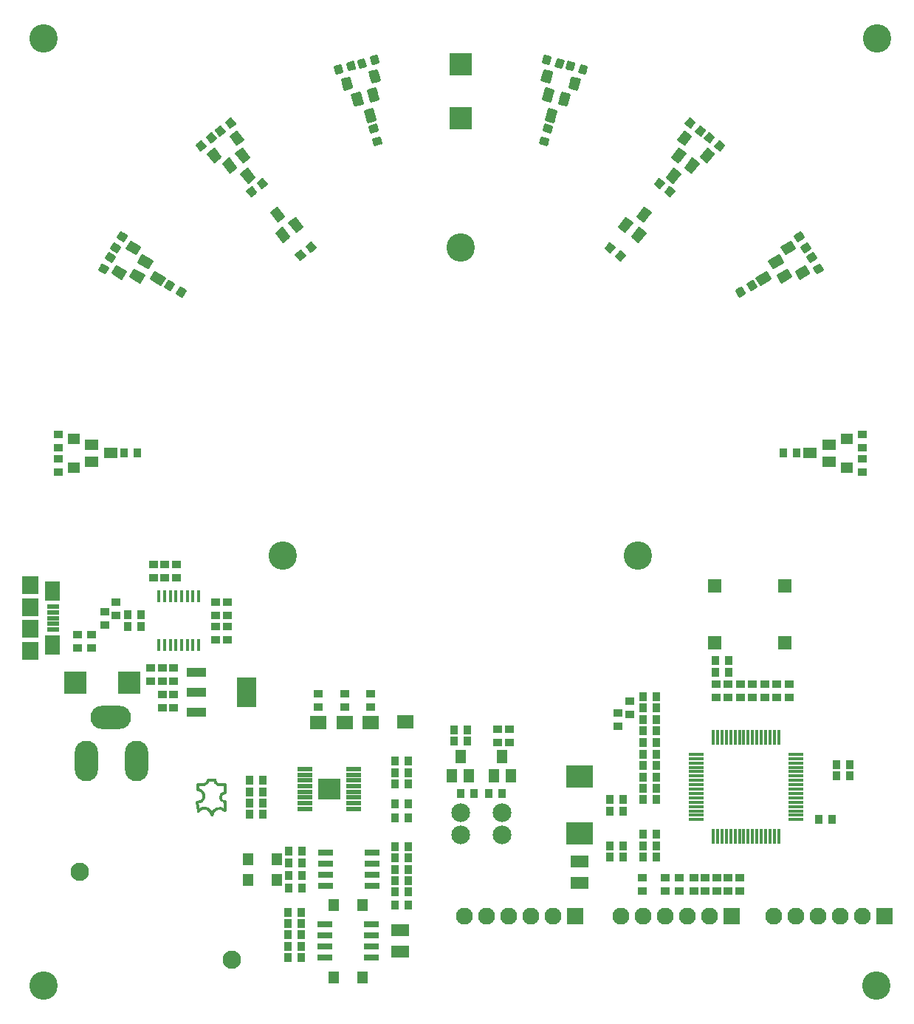
<source format=gbr>
*
*
G04 PADS VX.2.4 Build Number: 11695987 generated Gerber (RS-274-X) file*
G04 PC Version=2.1*
*
%IN "Hdd_Clock.pcb"*%
*
%MOIN*%
*
%FSLAX35Y35*%
*
*
*
*
G04 PC Standard Apertures*
*
*
G04 Thermal Relief Aperture macro.*
%AMTER*
1,1,$1,0,0*
1,0,$1-$2,0,0*
21,0,$3,$4,0,0,45*
21,0,$3,$4,0,0,135*
%
*
*
G04 Annular Aperture macro.*
%AMANN*
1,1,$1,0,0*
1,0,$2,0,0*
%
*
*
G04 Odd Aperture macro.*
%AMODD*
1,1,$1,0,0*
1,0,$1-0.005,0,0*
%
*
*
G04 PC Custom Aperture Macros*
*
*
*
*
*
*
G04 PC Aperture Table*
*
%ADD010C,0.001*%
%ADD017C,0.01*%
%ADD028C,0.01181*%
%ADD058R,0.07677X0.07677*%
%ADD059C,0.07677*%
%ADD060C,0.08465*%
%ADD061O,0.10433X0.18307*%
%ADD062O,0.18307X0.10433*%
%ADD063C,0.08268*%
%ADD066C,0.12795*%
%ADD067C,0.005*%
%ADD068C,0.00492*%
%ADD069R,0.06102X0.06496*%
%ADD070R,0.041X0.037*%
%ADD071R,0.05709X0.04528*%
%ADD072R,0.07677X0.06496*%
%ADD073R,0.037X0.041*%
%ADD074R,0.06102X0.04528*%
%ADD075R,0.04528X0.06102*%
%ADD076R,0.10236X0.09843*%
%ADD077R,0.04528X0.05709*%
%ADD078R,0.05709X0.01969*%
%ADD079R,0.06693X0.08661*%
%ADD080R,0.0748X0.07874*%
%ADD081R,0.09055X0.04331*%
%ADD082R,0.09055X0.13386*%
%ADD083R,0.07087X0.02953*%
%ADD084R,0.018X0.056*%
%ADD085R,0.08374X0.05224*%
%ADD086R,0.12411X0.10443*%
%ADD087R,0.09843X0.10236*%
%ADD088R,0.06693X0.01575*%
%ADD089R,0.01575X0.06693*%
%ADD090R,0.07087X0.02165*%
%ADD091R,0.10276X0.09685*%
*
*
*
*
G04 PC Circuitry*
G04 Layer Name Hdd_Clock.pcb - circuitry*
%LPD*%
*
*
G04 PC Custom Flashes*
G04 Layer Name Hdd_Clock.pcb - flashes*
%LPD*%
*
*
G04 PC Circuitry*
G04 Layer Name Hdd_Clock.pcb - circuitry*
%LPD*%
*
G54D10*
G54D17*
G01X540146Y524060D02*
X539344Y527054D01*
X536736Y526356*
X537538Y523361*
X540146Y524060*
X537367Y524000D02*
X539922D01*
X537099Y525000D02*
X539894D01*
X536831Y526000D02*
X539626D01*
X539141Y527000D02*
X539358D01*
X537701Y523405D02*
Y526614D01*
X538701Y523673D02*
Y526882D01*
X539701Y523941D02*
Y525721D01*
X545942Y525613D02*
X545139Y528607D01*
X542531Y527908*
X543334Y524914*
X545942Y525613*
X543311Y525000D02*
X543654D01*
X543043Y526000D02*
X545838D01*
X542775Y527000D02*
X545570D01*
X542873Y528000D02*
X545302D01*
X542701Y527276D02*
Y527954D01*
X543701Y525013D02*
Y528222D01*
X544701Y525280D02*
Y528490D01*
X545701Y525548D02*
Y526511D01*
X633438Y527670D02*
X634240Y530664D01*
X631632Y531363*
X630830Y528369*
X633438Y527670*
X632207Y528000D02*
X633527D01*
X630999Y529000D02*
X633794D01*
X631267Y530000D02*
X634062D01*
X631535Y531000D02*
X632988D01*
X631701Y528136D02*
Y531345D01*
X632701Y527868D02*
Y531077D01*
X633701Y528650D02*
Y530809D01*
X639234Y526117D02*
X640036Y529111D01*
X637428Y529810*
X636626Y526816*
X639234Y526117*
X636675Y527000D02*
X639470D01*
X636943Y528000D02*
X639738D01*
X637211Y529000D02*
X640006D01*
X636701Y526796D02*
Y527096D01*
X637701Y526528D02*
Y529737D01*
X638701Y526260D02*
Y529469D01*
X639701Y527860D02*
Y529201D01*
X478375Y490286D02*
X476488Y492745D01*
X474345Y491101*
X476233Y488642*
X478375Y490286*
X475958Y489000D02*
X476699D01*
X475191Y490000D02*
X478003D01*
X474423Y491000D02*
X477826D01*
X475517Y492000D02*
X477059D01*
X474701Y490638D02*
Y491374D01*
X475701Y489335D02*
Y492141D01*
X476701Y489001D02*
Y492467D01*
X477701Y489768D02*
Y491164D01*
X483135Y493938D02*
X481248Y496397D01*
X479106Y494754*
X480993Y492294*
X483135Y493938*
X480451Y493000D02*
X481912D01*
X479684Y494000D02*
X483087D01*
X479426Y495000D02*
X482320D01*
X480730Y496000D02*
X481553D01*
X479701Y493978D02*
Y495211D01*
X480701Y492675D02*
Y495978D01*
X481701Y492838D02*
Y495807D01*
X482701Y493605D02*
Y494504D01*
X697354Y498987D02*
X699241Y501447D01*
X697099Y503090*
X695212Y500631*
X697354Y498987*
X697337Y499000D02*
X697363D01*
X696034Y500000D02*
X698131D01*
X695495Y501000D02*
X698898D01*
X696262Y502000D02*
X698520D01*
X697029Y503000D02*
X697217D01*
X695701Y500256D02*
Y501268D01*
X696701Y499488D02*
Y502572D01*
X697701Y499440D02*
Y502628D01*
X698701Y500743D02*
Y501861D01*
X702114Y495335D02*
X704001Y497794D01*
X701859Y499438*
X699972Y496978*
X702114Y495335*
X701247Y496000D02*
X702624D01*
X699988Y497000D02*
X703392D01*
X700756Y498000D02*
X703733D01*
X701523Y499000D02*
X702430D01*
X700701Y496419D02*
Y497929D01*
X701701Y495652D02*
Y499232D01*
X702701Y496100D02*
Y498792D01*
X703701Y497403D02*
Y498025D01*
X745864Y447898D02*
X748549Y449448D01*
X747199Y451786*
X744514Y450236*
X745864Y447898*
X745805Y448000D02*
X746041D01*
X745228Y449000D02*
X747773D01*
X744651Y450000D02*
X748230D01*
X745837Y451000D02*
X747653D01*
X744701Y449913D02*
Y450344D01*
X745701Y448181D02*
Y450921D01*
X746701Y448381D02*
Y451499D01*
X747701Y448958D02*
Y450917D01*
X748864Y442702D02*
X751549Y444252D01*
X750199Y446590*
X747514Y445040*
X748864Y442702*
X748692Y443000D02*
X749381D01*
X748115Y444000D02*
X751113D01*
X747537Y445000D02*
X751117D01*
X749177Y446000D02*
X750540D01*
X747701Y444717D02*
Y445148D01*
X748701Y442985D02*
Y445725D01*
X749701Y443185D02*
Y446303D01*
X750701Y443762D02*
Y445721D01*
X434376Y435591D02*
X431691Y437141D01*
X430341Y434803*
X433026Y433253*
X434376Y435591*
X431732Y434000D02*
X433457D01*
X430455Y435000D02*
X434034D01*
X431032Y436000D02*
X433668D01*
X431609Y437000D02*
X431936D01*
X430701Y434595D02*
Y435426D01*
X431701Y434018D02*
Y437136D01*
X432701Y433441D02*
Y436558D01*
X433701Y434423D02*
Y435981D01*
X437376Y440787D02*
X434691Y442337D01*
X433341Y439999*
X436026Y438449*
X437376Y440787*
X435072Y439000D02*
X436344D01*
X433341Y440000D02*
X436921D01*
X433919Y441000D02*
X437008D01*
X434496Y442000D02*
X435275D01*
X433701Y439791D02*
Y440623D01*
X434701Y439214D02*
Y442332D01*
X435701Y438637D02*
Y441754D01*
X436701Y439619D02*
Y441177D01*
X442360Y433949D02*
X438282Y436303D01*
X436518Y433248*
X440596Y430894*
X442360Y433949*
X440413Y431000D02*
X440658D01*
X438681Y432000D02*
X441235D01*
X436949Y433000D02*
X441812D01*
X436952Y434000D02*
X442272D01*
X437530Y435000D02*
X440540D01*
X438107Y436000D02*
X438808D01*
X436701Y433143D02*
Y433564D01*
X437701Y432566D02*
Y435296D01*
X438701Y431988D02*
Y436062D01*
X439701Y431411D02*
Y435484D01*
X440701Y431075D02*
Y434907D01*
X441701Y432807D02*
Y434330D01*
X448797Y445098D02*
X444719Y447452D01*
X442955Y444398*
X447033Y442043*
X448797Y445098*
X445376Y443000D02*
X447586D01*
X443644Y444000D02*
X448163D01*
X443303Y445000D02*
X448740D01*
X443881Y446000D02*
X447235D01*
X444458Y447000D02*
X445503D01*
X443701Y443967D02*
Y445688D01*
X444701Y443390D02*
Y447420D01*
X445701Y442813D02*
Y446886D01*
X446701Y442235D02*
Y446308D01*
X447701Y443199D02*
Y445731D01*
X448701Y444931D02*
Y445154D01*
X544656Y516951D02*
X543437Y521500D01*
X540030Y520587*
X541248Y516038*
X544656Y516951*
X540991Y517000D02*
X544643D01*
X540723Y518000D02*
X544375D01*
X540455Y519000D02*
X544107D01*
X540187Y520000D02*
X543839D01*
X541572Y521000D02*
X543571D01*
X540701Y518082D02*
Y520767D01*
X541701Y516160D02*
Y521034D01*
X542701Y516428D02*
Y521302D01*
X543701Y516696D02*
Y520515D01*
X557091Y520284D02*
X555872Y524832D01*
X552465Y523919*
X553684Y519371*
X557091Y520284*
X553515Y520000D02*
X556033D01*
X553247Y521000D02*
X556899D01*
X552979Y522000D02*
X556631D01*
X552711Y523000D02*
X556363D01*
X552768Y524000D02*
X556095D01*
X552701Y523039D02*
Y523982D01*
X553701Y519375D02*
Y524250D01*
X554701Y519643D02*
Y524518D01*
X555701Y519911D02*
Y524786D01*
X556701Y520179D02*
Y521740D01*
X439887Y445040D02*
X437203Y446590D01*
X435853Y444252*
X438537Y442702*
X439887Y445040*
X438021Y443000D02*
X438710D01*
X436289Y444000D02*
X439287D01*
X436285Y445000D02*
X439864D01*
X436862Y446000D02*
X438225D01*
X436701Y443762D02*
Y445721D01*
X437701Y443185D02*
Y446303D01*
X438701Y442985D02*
Y445725D01*
X439701Y444717D02*
Y445148D01*
X442887Y450236D02*
X440203Y451786D01*
X438853Y449448*
X441537Y447898*
X442887Y450236*
X441361Y448000D02*
X441596D01*
X439629Y449000D02*
X442174D01*
X439171Y450000D02*
X442751D01*
X439749Y451000D02*
X441565D01*
X439701Y448958D02*
Y450917D01*
X440701Y448381D02*
Y451499D01*
X441701Y448181D02*
Y450921D01*
X442701Y449913D02*
Y450344D01*
X487036Y496978D02*
X485149Y499438D01*
X483007Y497794*
X484894Y495335*
X487036Y496978*
X484384Y496000D02*
X485761D01*
X483616Y497000D02*
X487020D01*
X483275Y498000D02*
X486252D01*
X484578Y499000D02*
X485485D01*
X483701Y496890D02*
Y498327D01*
X484701Y495587D02*
Y499094D01*
X485701Y495954D02*
Y498719D01*
X486701Y496721D02*
Y497415D01*
X491796Y500631D02*
X489909Y503090D01*
X487767Y501447*
X489654Y498987*
X491796Y500631*
X489644Y499000D02*
X489671D01*
X488877Y500000D02*
X490974D01*
X488110Y501000D02*
X491513D01*
X488488Y502000D02*
X490746D01*
X489791Y503000D02*
X489978D01*
X488701Y500230D02*
Y502163D01*
X489701Y499023D02*
Y502931D01*
X490701Y499790D02*
Y502059D01*
X491701Y500558D02*
Y500755D01*
X706015Y492294D02*
X707902Y494754D01*
X705760Y496397*
X703873Y493938*
X706015Y492294*
X705096Y493000D02*
X706556D01*
X703921Y494000D02*
X707324D01*
X704688Y495000D02*
X707581D01*
X705455Y496000D02*
X706278D01*
X704701Y493303D02*
Y495017D01*
X705701Y492536D02*
Y496320D01*
X706701Y493188D02*
Y495676D01*
X707701Y494491D02*
Y494908D01*
X710775Y488642D02*
X712662Y491101D01*
X710520Y492745*
X708633Y490286*
X710775Y488642*
X710309Y489000D02*
X711050D01*
X709005Y490000D02*
X711817D01*
X709181Y491000D02*
X712585D01*
X709949Y492000D02*
X711491D01*
X708701Y490234D02*
Y490374D01*
X709701Y489466D02*
Y491677D01*
X710701Y488699D02*
Y492606D01*
X711701Y489848D02*
Y491839D01*
X550776Y526816D02*
X549974Y529810D01*
X547366Y529111*
X548168Y526117*
X550776Y526816*
X547931Y527000D02*
X550727D01*
X547663Y528000D02*
X550459D01*
X547395Y529000D02*
X550191D01*
X547701Y527860D02*
Y529201D01*
X548701Y526260D02*
Y529469D01*
X549701Y526528D02*
Y529737D01*
X550701Y526796D02*
Y527096D01*
X556571Y528369D02*
X555769Y531363D01*
X553161Y530664*
X553963Y527670*
X556571Y528369*
X553875Y528000D02*
X555195D01*
X553607Y529000D02*
X556402D01*
X553339Y530000D02*
X556134D01*
X554414Y531000D02*
X555866D01*
X553701Y528650D02*
Y530809D01*
X554701Y527868D02*
Y531077D01*
X555701Y528136D02*
Y531345D01*
X644068Y524914D02*
X644870Y527908D01*
X642262Y528607*
X641460Y525613*
X644068Y524914*
X643748Y525000D02*
X644091D01*
X641564Y526000D02*
X644359D01*
X641832Y527000D02*
X644627D01*
X642100Y528000D02*
X644529D01*
X641701Y525548D02*
Y526511D01*
X642701Y525280D02*
Y528490D01*
X643701Y525013D02*
Y528222D01*
X644701Y527276D02*
Y527954D01*
X649864Y523361D02*
X650666Y526356D01*
X648058Y527054*
X647256Y524060*
X649864Y523361*
X647480Y524000D02*
X650035D01*
X647507Y525000D02*
X650303D01*
X647775Y526000D02*
X650571D01*
X648043Y527000D02*
X648261D01*
X647701Y523941D02*
Y525721D01*
X648701Y523673D02*
Y526882D01*
X649701Y523405D02*
Y526614D01*
X751376Y438449D02*
X754061Y439999D01*
X752711Y442337*
X750026Y440787*
X751376Y438449*
X751058Y439000D02*
X752330D01*
X750481Y440000D02*
X754060D01*
X750394Y441000D02*
X753483D01*
X752126Y442000D02*
X752905D01*
X750701Y439619D02*
Y441177D01*
X751701Y438637D02*
Y441754D01*
X752701Y439214D02*
Y442332D01*
X753701Y439791D02*
Y440623D01*
X754376Y433253D02*
X757061Y434803D01*
X755711Y437141*
X753026Y435591*
X754376Y433253*
X753945Y434000D02*
X755670D01*
X753367Y435000D02*
X756947D01*
X753734Y436000D02*
X756370D01*
X755466Y437000D02*
X755792D01*
X753701Y434423D02*
Y435981D01*
X754701Y433441D02*
Y436558D01*
X755701Y434018D02*
Y437136D01*
X756701Y434595D02*
Y435426D01*
X502033Y474143D02*
X503920Y471683D01*
X506062Y473327*
X504175Y475786*
X502033Y474143*
X503677Y472000D02*
X504333D01*
X502910Y473000D02*
X505636D01*
X502143Y474000D02*
X505546D01*
X503150Y475000D02*
X504778D01*
X502701Y473272D02*
Y474655D01*
X503701Y471969D02*
Y475422D01*
X504701Y472282D02*
Y475101D01*
X505701Y473050D02*
Y473798D01*
X497273Y470490D02*
X499160Y468031D01*
X501302Y469674*
X499415Y472134*
X497273Y470490*
X498416Y469000D02*
X500423D01*
X497649Y470000D02*
X501052D01*
X497937Y471000D02*
X500285D01*
X499241Y472000D02*
X499518D01*
X497701Y469932D02*
Y470818D01*
X498701Y468629D02*
Y471586D01*
X499701Y468446D02*
Y471761D01*
X500701Y469213D02*
Y470458D01*
X687987Y472134D02*
X686099Y469674D01*
X688242Y468031*
X690129Y470490*
X687987Y472134*
X686978Y469000D02*
X688985D01*
X686349Y470000D02*
X689753D01*
X687117Y471000D02*
X689464D01*
X687884Y472000D02*
X688161D01*
X686701Y469213D02*
Y470458D01*
X687701Y468446D02*
Y471761D01*
X688701Y468629D02*
Y471586D01*
X689701Y469932D02*
Y470818D01*
X683227Y475786D02*
X681339Y473327D01*
X683481Y471683*
X685369Y474143*
X683227Y475786*
X683069Y472000D02*
X683724D01*
X681765Y473000D02*
X684492D01*
X681856Y474000D02*
X685259D01*
X682623Y475000D02*
X684251D01*
X681701Y473050D02*
Y473798D01*
X682701Y472282D02*
Y475101D01*
X683701Y471969D02*
Y475422D01*
X684701Y473272D02*
Y474655D01*
X467024Y426895D02*
X465474Y424211D01*
X467812Y422861*
X469362Y425545*
X467024Y426895*
X467571Y423000D02*
X467893D01*
X465839Y424000D02*
X468470D01*
X465930Y425000D02*
X469047D01*
X466507Y426000D02*
X468574D01*
X465701Y424080D02*
Y424604D01*
X466701Y423502D02*
Y426336D01*
X467701Y422925D02*
Y426504D01*
X468701Y424400D02*
Y425927D01*
X461828Y429895D02*
X460278Y427211D01*
X462616Y425861*
X464166Y428545*
X461828Y429895*
X462374Y426000D02*
X462696D01*
X460642Y427000D02*
X463274D01*
X460733Y428000D02*
X463851D01*
X461311Y429000D02*
X463378D01*
X460701Y426966D02*
Y427944D01*
X461701Y426389D02*
Y429676D01*
X462701Y426008D02*
Y429391D01*
X463701Y427740D02*
Y428814D01*
X557108Y494524D02*
X554113Y493722D01*
X554812Y491114*
X557807Y491916*
X557108Y494524*
X554575Y492000D02*
X557784D01*
X554307Y493000D02*
X557516D01*
X555153Y494000D02*
X557248D01*
X554701Y491530D02*
Y493879D01*
X555701Y491352D02*
Y494147D01*
X556701Y491620D02*
Y494415D01*
X557701Y491888D02*
Y492311D01*
X555555Y500319D02*
X552561Y499517D01*
X553259Y496909*
X556254Y497711*
X555555Y500319*
X553235Y497000D02*
X553598D01*
X552967Y498000D02*
X556176D01*
X552699Y499000D02*
X555908D01*
X554363Y500000D02*
X555641D01*
X552701Y498994D02*
Y499555D01*
X553701Y497027D02*
Y499823D01*
X554701Y497295D02*
Y500091D01*
X555701Y497563D02*
Y499775D01*
X633288Y493722D02*
X630294Y494524D01*
X629595Y491916*
X632589Y491114*
X633288Y493722*
X629617Y492000D02*
X632827D01*
X629885Y493000D02*
X633095D01*
X630153Y494000D02*
X632249D01*
X629701Y491888D02*
Y492311D01*
X630701Y491620D02*
Y494415D01*
X631701Y491352D02*
Y494147D01*
X632701Y491530D02*
Y493879D01*
X634841Y499517D02*
X631847Y500319D01*
X631148Y497711*
X634142Y496909*
X634841Y499517*
X633803Y497000D02*
X634167D01*
X631225Y498000D02*
X634434D01*
X631493Y499000D02*
X634702D01*
X631761Y500000D02*
X633039D01*
X631701Y497563D02*
Y499775D01*
X632701Y497295D02*
Y500091D01*
X633701Y497027D02*
Y499823D01*
X634701Y498994D02*
Y499555D01*
X721928Y424211D02*
X720378Y426895D01*
X718040Y425545*
X719590Y422861*
X721928Y424211*
X719509Y423000D02*
X719831D01*
X718932Y424000D02*
X721563D01*
X718354Y425000D02*
X721472D01*
X718827Y426000D02*
X720895D01*
X718701Y424400D02*
Y425927D01*
X719701Y422925D02*
Y426504D01*
X720701Y423502D02*
Y426336D01*
X721701Y424080D02*
Y424604D01*
X727124Y427211D02*
X725574Y429895D01*
X723236Y428545*
X724786Y425861*
X727124Y427211*
X724705Y426000D02*
X725027D01*
X724128Y427000D02*
X726759D01*
X723550Y428000D02*
X726668D01*
X724023Y429000D02*
X726091D01*
X723701Y427740D02*
Y428814D01*
X724701Y426008D02*
Y429391D01*
X725701Y426389D02*
Y429676D01*
X726701Y426966D02*
Y427944D01*
X524083Y445407D02*
X525970Y442948D01*
X528112Y444591*
X526225Y447051*
X524083Y445407*
X525930Y443000D02*
X526038D01*
X525162Y444000D02*
X527341D01*
X524395Y445000D02*
X527798D01*
X524855Y446000D02*
X527031D01*
X526159Y447000D02*
X526264D01*
X524701Y444601D02*
Y445881D01*
X525701Y443298D02*
Y446649D01*
X526701Y443509D02*
Y446430D01*
X527701Y444276D02*
Y445127D01*
X519323Y441754D02*
X521210Y439295D01*
X523352Y440939*
X521465Y443398*
X519323Y441754*
X520669Y440000D02*
X522128D01*
X519901Y441000D02*
X523305D01*
X519642Y442000D02*
X522537D01*
X520946Y443000D02*
X521770D01*
X519701Y441262D02*
Y442045D01*
X520701Y439958D02*
Y442812D01*
X521701Y439672D02*
Y443090D01*
X522701Y440439D02*
Y441787D01*
X665697Y443086D02*
X663810Y440626D01*
X665952Y438983*
X667839Y441442*
X665697Y443086*
X665930Y439000D02*
X665965D01*
X664627Y440000D02*
X666733D01*
X664097Y441000D02*
X667500D01*
X664864Y442000D02*
X667112D01*
X665631Y443000D02*
X665809D01*
X664701Y439943D02*
Y441787D01*
X665701Y439176D02*
Y443083D01*
X666701Y439958D02*
Y442316D01*
X667701Y441262D02*
Y441548D01*
X660937Y446738D02*
X659050Y444279D01*
X661192Y442635*
X663079Y445095*
X660937Y446738*
X660717Y443000D02*
X661472D01*
X659414Y444000D02*
X662239D01*
X659603Y445000D02*
X663007D01*
X660371Y446000D02*
X661899D01*
X659701Y443780D02*
Y445127D01*
X660701Y443012D02*
Y446430D01*
X661701Y443298D02*
Y446152D01*
X662701Y444601D02*
Y445385D01*
X450681Y432259D02*
X446262Y434810D01*
X444498Y431755*
X448917Y429204*
X450681Y432259*
X447538Y430000D02*
X449377D01*
X445806Y431000D02*
X449954D01*
X444640Y432000D02*
X450532D01*
X445217Y433000D02*
X449397D01*
X445795Y434000D02*
X447665D01*
X444701Y431638D02*
Y432106D01*
X445701Y431061D02*
Y433838D01*
X446701Y430484D02*
Y434557D01*
X447701Y429906D02*
Y433980D01*
X448701Y429329D02*
Y433402D01*
X449701Y430561D02*
Y432825D01*
X454421Y438737D02*
X450002Y441288D01*
X448239Y438233*
X452657Y435682*
X454421Y438737*
X452107Y436000D02*
X452841D01*
X450375Y437000D02*
X453418D01*
X448643Y438000D02*
X453996D01*
X448681Y439000D02*
X453966D01*
X449259Y440000D02*
X452234D01*
X449836Y441000D02*
X450502D01*
X448701Y437966D02*
Y439034D01*
X449701Y437389D02*
Y440766D01*
X450701Y436812D02*
Y440885D01*
X451701Y436234D02*
Y440308D01*
X452701Y435757D02*
Y439730D01*
X453701Y437489D02*
Y439153D01*
X460086Y431148D02*
X455667Y433699D01*
X453904Y430644*
X458322Y428093*
X460086Y431148*
X456751Y429000D02*
X458846D01*
X455019Y430000D02*
X459424D01*
X454109Y431000D02*
X460001D01*
X454687Y432000D02*
X458610D01*
X455264Y433000D02*
X456878D01*
X454701Y430184D02*
Y432024D01*
X455701Y429606D02*
Y433679D01*
X456701Y429029D02*
Y433102D01*
X457701Y428452D02*
Y432525D01*
X458701Y428748D02*
Y431947D01*
X459701Y430480D02*
Y431370D01*
X549344Y509873D02*
X548024Y514801D01*
X544616Y513888*
X545937Y508960*
X549344Y509873*
X545926Y509000D02*
X546088D01*
X545658Y510000D02*
X549310D01*
X545390Y511000D02*
X549042D01*
X545122Y512000D02*
X548774D01*
X544854Y513000D02*
X548506D01*
X545034Y514000D02*
X548238D01*
X544701Y513573D02*
Y513911D01*
X545701Y509841D02*
Y514179D01*
X546701Y509164D02*
Y514447D01*
X547701Y509432D02*
Y514715D01*
X548701Y509700D02*
Y512275D01*
X556570Y511809D02*
X555249Y516737D01*
X551842Y515824*
X553162Y510896*
X556570Y511809*
X553135Y511000D02*
X553552D01*
X552867Y512000D02*
X556519D01*
X552599Y513000D02*
X556251D01*
X552331Y514000D02*
X555983D01*
X552063Y515000D02*
X555715D01*
X552498Y516000D02*
X555447D01*
X552701Y512619D02*
Y516054D01*
X553701Y511040D02*
Y516322D01*
X554701Y511308D02*
Y516590D01*
X555701Y511576D02*
Y515052D01*
X555209Y502436D02*
X553888Y507365D01*
X550481Y506452*
X551802Y501523*
X555209Y502436*
X551674Y502000D02*
X553581D01*
X551406Y503000D02*
X555058D01*
X551138Y504000D02*
X554790D01*
X550870Y505000D02*
X554522D01*
X550602Y506000D02*
X554254D01*
X552527Y507000D02*
X553986D01*
X550701Y505632D02*
Y506511D01*
X551701Y501900D02*
Y506779D01*
X552701Y501764D02*
Y507047D01*
X553701Y502032D02*
Y507315D01*
X554701Y502300D02*
Y504333D01*
X634239Y510896D02*
X635560Y515824D01*
X632152Y516737*
X630832Y511809*
X634239Y510896*
X633850Y511000D02*
X634267D01*
X630883Y512000D02*
X634535D01*
X631151Y513000D02*
X634803D01*
X631419Y514000D02*
X635071D01*
X631687Y515000D02*
X635339D01*
X631955Y516000D02*
X634903D01*
X631701Y511576D02*
Y515052D01*
X632701Y511308D02*
Y516590D01*
X633701Y511040D02*
Y516322D01*
X634701Y512619D02*
Y516054D01*
X641465Y508960D02*
X642785Y513888D01*
X639378Y514801*
X638057Y509873*
X641465Y508960*
X641314Y509000D02*
X641475D01*
X638091Y510000D02*
X641743D01*
X638359Y511000D02*
X642011D01*
X638627Y512000D02*
X642279D01*
X638895Y513000D02*
X642547D01*
X639163Y514000D02*
X642368D01*
X638701Y509700D02*
Y512275D01*
X639701Y509432D02*
Y514715D01*
X640701Y509164D02*
Y514447D01*
X641701Y509841D02*
Y514179D01*
X642701Y513573D02*
Y513911D01*
X635600Y501523D02*
X636920Y506452D01*
X633513Y507365*
X632193Y502436*
X635600Y501523*
X633821Y502000D02*
X635728D01*
X632344Y503000D02*
X635996D01*
X632612Y504000D02*
X636264D01*
X632879Y505000D02*
X636531D01*
X633147Y506000D02*
X636799D01*
X633415Y507000D02*
X634875D01*
X632701Y502300D02*
Y504333D01*
X633701Y502032D02*
Y507315D01*
X634701Y501764D02*
Y507047D01*
X635701Y501900D02*
Y506779D01*
X636701Y505632D02*
Y506511D01*
X734744Y435682D02*
X739163Y438233D01*
X737399Y441288*
X732980Y438737*
X734744Y435682*
X734561Y436000D02*
X735295D01*
X733983Y437000D02*
X737027D01*
X733406Y438000D02*
X738759D01*
X733436Y439000D02*
X738720D01*
X735168Y440000D02*
X738143D01*
X736900Y441000D02*
X737566D01*
X733701Y437489D02*
Y439153D01*
X734701Y435757D02*
Y439730D01*
X735701Y436234D02*
Y440308D01*
X736701Y436812D02*
Y440885D01*
X737701Y437389D02*
Y440766D01*
X738701Y437966D02*
Y439034D01*
X738484Y429204D02*
X742903Y431755D01*
X741139Y434810*
X736721Y432259*
X738484Y429204*
X738025Y430000D02*
X739863D01*
X737447Y431000D02*
X741595D01*
X736870Y432000D02*
X742762D01*
X738004Y433000D02*
X742184D01*
X739736Y434000D02*
X741607D01*
X737701Y430561D02*
Y432825D01*
X738701Y429329D02*
Y433402D01*
X739701Y429906D02*
Y433980D01*
X740701Y430484D02*
Y434557D01*
X741701Y431061D02*
Y433838D01*
X742701Y431638D02*
Y432106D01*
X729079Y428093D02*
X733498Y430644D01*
X731734Y433699*
X727315Y431148*
X729079Y428093*
X728555Y429000D02*
X730651D01*
X727978Y430000D02*
X732383D01*
X727401Y431000D02*
X733292D01*
X728792Y432000D02*
X732715D01*
X730524Y433000D02*
X732138D01*
X727701Y430480D02*
Y431370D01*
X728701Y428748D02*
Y431947D01*
X729701Y428452D02*
Y432525D01*
X730701Y429029D02*
Y433102D01*
X731701Y429606D02*
Y433679D01*
X732701Y430184D02*
Y432024D01*
X492294Y480878D02*
X489187Y484926D01*
X486389Y482779*
X489495Y478731*
X492294Y480878*
X489289Y479000D02*
X489846D01*
X488521Y480000D02*
X491149D01*
X487754Y481000D02*
X492200D01*
X486987Y482000D02*
X491433D01*
X486677Y483000D02*
X490666D01*
X487980Y484000D02*
X489898D01*
X486701Y482372D02*
Y483018D01*
X487701Y481069D02*
Y483786D01*
X488701Y479766D02*
Y484553D01*
X489701Y478889D02*
Y484257D01*
X490701Y479656D02*
Y482954D01*
X491701Y480424D02*
Y481651D01*
X498228Y485432D02*
X495122Y489480D01*
X492323Y487333*
X495429Y483285*
X498228Y485432*
X494881Y484000D02*
X496362D01*
X494113Y485000D02*
X497665D01*
X493346Y486000D02*
X497792D01*
X492579Y487000D02*
X497025D01*
X493193Y488000D02*
X496258D01*
X494496Y489000D02*
X495490D01*
X492701Y486841D02*
Y487622D01*
X493701Y485538D02*
Y488390D01*
X494701Y484234D02*
Y489157D01*
X495701Y483493D02*
Y488726D01*
X496701Y484260D02*
Y487423D01*
X497701Y485028D02*
Y486119D01*
X500558Y476252D02*
X497451Y480300D01*
X494653Y478153*
X497759Y474105*
X500558Y476252*
X497072Y475000D02*
X498925D01*
X496305Y476000D02*
X500228D01*
X495538Y477000D02*
X499984D01*
X494770Y478000D02*
X499217D01*
X495757Y479000D02*
X498449D01*
X497060Y480000D02*
X497682D01*
X494701Y478090D02*
Y478190D01*
X495701Y476787D02*
Y478957D01*
X496701Y475484D02*
Y479725D01*
X497701Y474181D02*
Y479975D01*
X498701Y474828D02*
Y478672D01*
X499701Y475595D02*
Y477369D01*
X691972Y483285D02*
X695078Y487333D01*
X692280Y489480*
X689173Y485432*
X691972Y483285*
X691040Y484000D02*
X692521D01*
X689737Y485000D02*
X693288D01*
X689609Y486000D02*
X694056D01*
X690377Y487000D02*
X694823D01*
X691144Y488000D02*
X694209D01*
X691911Y489000D02*
X692905D01*
X689701Y485028D02*
Y486119D01*
X690701Y484260D02*
Y487423D01*
X691701Y483493D02*
Y488726D01*
X692701Y484234D02*
Y489157D01*
X693701Y485538D02*
Y488390D01*
X694701Y486841D02*
Y487622D01*
X697907Y478731D02*
X701013Y482779D01*
X698214Y484926*
X695108Y480878*
X697907Y478731*
X697556Y479000D02*
X698113D01*
X696253Y480000D02*
X698880D01*
X695201Y481000D02*
X699648D01*
X695969Y482000D02*
X700415D01*
X696736Y483000D02*
X700725D01*
X697503Y484000D02*
X699421D01*
X695701Y480424D02*
Y481651D01*
X696701Y479656D02*
Y482954D01*
X697701Y478889D02*
Y484257D01*
X698701Y479766D02*
Y484553D01*
X699701Y481069D02*
Y483786D01*
X700701Y482372D02*
Y483018D01*
X689643Y474105D02*
X692749Y478153D01*
X689950Y480300*
X686844Y476252*
X686844D02*
X689643Y474105D01*
X688476Y475000D02*
X690329D01*
X687173Y476000D02*
X691097D01*
X687418Y477000D02*
X691864D01*
X688185Y478000D02*
X692631D01*
X688952Y479000D02*
X691645D01*
X689720Y480000D02*
X690342D01*
X687701Y475595D02*
Y477369D01*
X688701Y474828D02*
Y478672D01*
X689701Y474181D02*
Y479975D01*
X690701Y475484D02*
Y479725D01*
X691701Y476787D02*
Y478957D01*
X692701Y478090D02*
Y478190D01*
X633718Y519371D02*
X634937Y523919D01*
X631529Y524832*
X630311Y520284*
X633718Y519371*
X631369Y520000D02*
X633887D01*
X630503Y521000D02*
X634155D01*
X630771Y522000D02*
X634423D01*
X631038Y523000D02*
X634690D01*
X631306Y524000D02*
X634633D01*
X630701Y520179D02*
Y521740D01*
X631701Y519911D02*
Y524786D01*
X632701Y519643D02*
Y524518D01*
X633701Y519375D02*
Y524250D01*
X634701Y523039D02*
Y523982D01*
X646153Y516038D02*
X647372Y520587D01*
X643965Y521500*
X642746Y516951*
X646153Y516038*
X642759Y517000D02*
X646411D01*
X643027Y518000D02*
X646679D01*
X643295Y519000D02*
X646947D01*
X643563Y520000D02*
X647215D01*
X643831Y521000D02*
X645829D01*
X643701Y516696D02*
Y520515D01*
X644701Y516428D02*
Y521302D01*
X645701Y516160D02*
Y521034D01*
X646701Y518082D02*
Y520767D01*
X740368Y442043D02*
X744446Y444398D01*
X742682Y447452*
X738605Y445098*
X738605D02*
X740368Y442043D01*
X739816Y443000D02*
X742026D01*
X739239Y444000D02*
X743758D01*
X738661Y445000D02*
X744098D01*
X740167Y446000D02*
X743521D01*
X741899Y447000D02*
X742944D01*
X738701Y444931D02*
Y445154D01*
X739701Y443199D02*
Y445731D01*
X740701Y442235D02*
Y446308D01*
X741701Y442813D02*
Y446886D01*
X742701Y443390D02*
Y447420D01*
X743701Y443967D02*
Y445688D01*
X746805Y430894D02*
X750883Y433248D01*
X749119Y436303*
X745042Y433949*
X746805Y430894*
X746744Y431000D02*
X746989D01*
X746167Y432000D02*
X748721D01*
X745589Y433000D02*
X750453D01*
X745130Y434000D02*
X750449D01*
X746862Y435000D02*
X749872D01*
X748594Y436000D02*
X749294D01*
X745701Y432807D02*
Y434330D01*
X746701Y431075D02*
Y434907D01*
X747701Y431411D02*
Y435484D01*
X748701Y431988D02*
Y436062D01*
X749701Y432566D02*
Y435296D01*
X750701Y433143D02*
Y433564D01*
X485253Y485624D02*
X482386Y489360D01*
X479588Y487212*
X482454Y483477*
X485253Y485624*
X482053Y484000D02*
X483136D01*
X481285Y485000D02*
X484439D01*
X480518Y486000D02*
X484964D01*
X479751Y487000D02*
X484197D01*
X480614Y488000D02*
X483430D01*
X481917Y489000D02*
X482662D01*
X479701Y487065D02*
Y487299D01*
X480701Y485762D02*
Y488066D01*
X481701Y484458D02*
Y488834D01*
X482701Y483666D02*
Y488950D01*
X483701Y484433D02*
Y487647D01*
X484701Y485201D02*
Y486343D01*
X495466Y493461D02*
X492600Y497197D01*
X489801Y495050*
X492668Y491314*
X495466Y493461*
X492141Y492000D02*
X493562D01*
X491374Y493000D02*
X494865D01*
X490607Y494000D02*
X495053D01*
X489839Y495000D02*
X494286D01*
X491040Y496000D02*
X493518D01*
X492343Y497000D02*
X492751D01*
X490701Y493877D02*
Y495740D01*
X491701Y492574D02*
Y496507D01*
X492701Y491339D02*
Y497066D01*
X493701Y492107D02*
Y495762D01*
X494701Y492874D02*
Y494459D01*
X694734Y491314D02*
X697600Y495050D01*
X694802Y497197*
X691935Y493461*
X694734Y491314*
X693840Y492000D02*
X695260D01*
X692536Y493000D02*
X696028D01*
X692349Y494000D02*
X696795D01*
X693116Y495000D02*
X697562D01*
X693883Y496000D02*
X696362D01*
X694651Y497000D02*
X695058D01*
X692701Y492874D02*
Y494459D01*
X693701Y492107D02*
Y495762D01*
X694701Y491339D02*
Y497066D01*
X695701Y492574D02*
Y496507D01*
X696701Y493877D02*
Y495740D01*
X704947Y483477D02*
X707814Y487212D01*
X705015Y489360*
X702149Y485624*
X704947Y483477*
X704265Y484000D02*
X705349D01*
X702962Y485000D02*
X706116D01*
X702437Y486000D02*
X706884D01*
X703205Y487000D02*
X707651D01*
X703972Y488000D02*
X706787D01*
X704739Y489000D02*
X705484D01*
X702701Y485201D02*
Y486343D01*
X703701Y484433D02*
Y487647D01*
X704701Y483666D02*
Y488950D01*
X705701Y484458D02*
Y488834D01*
X706701Y485762D02*
Y488066D01*
X707701Y487065D02*
Y487299D01*
X516314Y456067D02*
X519420Y452019D01*
X522219Y454167*
X519113Y458215*
X516314Y456067*
X518668Y453000D02*
X520699D01*
X517900Y454000D02*
X522002D01*
X517133Y455000D02*
X521579D01*
X516366Y456000D02*
X520812D01*
X517530Y457000D02*
X520045D01*
X518833Y458000D02*
X519278D01*
X516701Y455563D02*
Y456364D01*
X517701Y454260D02*
Y457131D01*
X518701Y452957D02*
Y457898D01*
X519701Y452234D02*
Y457448D01*
X520701Y453002D02*
Y456145D01*
X521701Y453769D02*
Y454842D01*
X510380Y451513D02*
X513486Y447465D01*
X516285Y449613*
X516285D02*
X513178Y453661D01*
X510380Y451513*
X513076Y448000D02*
X514183D01*
X512308Y449000D02*
X515486D01*
X511541Y450000D02*
X515987D01*
X510774Y451000D02*
X515220D01*
X511014Y452000D02*
X514453D01*
X512317Y453000D02*
X513685D01*
X510701Y451095D02*
Y451760D01*
X511701Y449792D02*
Y452527D01*
X512701Y448489D02*
Y453294D01*
X513701Y447630D02*
Y452980D01*
X514701Y448398D02*
Y451677D01*
X515701Y449165D02*
Y450374D01*
X508050Y460693D02*
X511156Y456645D01*
X513955Y458792*
X510849Y462840*
X508050Y460693*
X510884Y457000D02*
X511619D01*
X510117Y458000D02*
X512922D01*
X509349Y459000D02*
X513796D01*
X508582Y460000D02*
X513028D01*
X508450Y461000D02*
X512261D01*
X509754Y462000D02*
X511494D01*
X508701Y459845D02*
Y461192D01*
X509701Y458542D02*
Y461959D01*
X510701Y457239D02*
Y462727D01*
X511701Y457063D02*
Y461730D01*
X512701Y457830D02*
Y460427D01*
X513701Y458597D02*
Y459124D01*
X674223Y453661D02*
X671117Y449613D01*
X673916Y447465*
X677022Y451513*
X674223Y453661*
X673219Y448000D02*
X674326D01*
X671916Y449000D02*
X675093D01*
X671414Y450000D02*
X675861D01*
X672181Y451000D02*
X676628D01*
X672949Y452000D02*
X676388D01*
X673716Y453000D02*
X675084D01*
X671701Y449165D02*
Y450374D01*
X672701Y448398D02*
Y451677D01*
X673701Y447630D02*
Y452980D01*
X674701Y448489D02*
Y453294D01*
X675701Y449792D02*
Y452527D01*
X676701Y451095D02*
Y451760D01*
X668289Y458215D02*
X665183Y454167D01*
X667981Y452019*
X671087Y456067*
X668289Y458215*
X666703Y453000D02*
X668734D01*
X665400Y454000D02*
X669501D01*
X665822Y455000D02*
X670268D01*
X666589Y456000D02*
X671036D01*
X667357Y457000D02*
X669871D01*
X668124Y458000D02*
X668568D01*
X665701Y453769D02*
Y454842D01*
X666701Y453002D02*
Y456145D01*
X667701Y452234D02*
Y457448D01*
X668701Y452957D02*
Y457898D01*
X669701Y454260D02*
Y457131D01*
X670701Y455563D02*
Y456364D01*
X676553Y462840D02*
X673447Y458792D01*
X676245Y456645*
X679351Y460693*
X676553Y462840*
X675783Y457000D02*
X676517D01*
X674479Y458000D02*
X677285D01*
X673606Y459000D02*
X678052D01*
X674373Y460000D02*
X678819D01*
X675140Y461000D02*
X678951D01*
X675908Y462000D02*
X677648D01*
X673701Y458597D02*
Y459124D01*
X674701Y457830D02*
Y460427D01*
X675701Y457063D02*
Y461730D01*
X676701Y457239D02*
Y462727D01*
X677701Y458542D02*
Y461959D01*
X678701Y459845D02*
Y461192D01*
G54D28*
X487402Y198720D02*
Y202503D01*
X484173*
X482988Y204475D02*
G75*
G03X484173Y202503I1691J-326D01*
G01X482988Y204476D02*
X479902D01*
X478146Y202503D02*
G03X479902Y204477I-330J2061D01*
G01X478146Y202503D02*
X475126D01*
X475074Y200196*
X477990Y196572D02*
G03X475076Y200196I-3213J400D01*
G01X474902Y194492D02*
G03X477990Y196571I442J2675D01*
G01X474902Y194492D02*
X475428Y190288D01*
X479867Y191317D02*
G03X475428Y190288I-1732J-2617D01*
G01X481542Y188536D02*
G03X479867Y191317I-3998J-512D01*
G01X487401Y190674D02*
G03X481542Y188530I-2470J-2328D01*
G01X487402Y190673D02*
Y194625D01*
Y198720D02*
G03Y194625I-43J-2047D01*
G54D58*
G01X645669Y142913D03*
X785039D03*
X716142D03*
G54D59*
X635669D03*
X625669D03*
X615669D03*
X605669D03*
X595669D03*
X775039D03*
X765039D03*
X755039D03*
X745039D03*
X735039D03*
X706142D03*
X696142D03*
X686142D03*
X676142D03*
X666142D03*
G54D60*
X612598Y179646D03*
Y189646D03*
X593701Y179646D03*
Y189646D03*
G54D61*
X447638Y212992D03*
X424803D03*
G54D62*
X435827Y232677D03*
G54D63*
X421834Y163051D03*
X490366Y123484D03*
G54D66*
X593701Y444594D03*
X513484Y305656D03*
X673917D03*
X405512Y111811D03*
X781496D03*
X781890Y538976D03*
X405512D03*
G54D67*
X539566Y525509D02*
X539191Y523959D01*
X537644Y523545*
X536919Y526250*
X538466Y526664*
X539566Y525509*
X537089Y525618D02*
Y526295D01*
X537339Y524685D02*
Y526362D01*
X537589Y523752D02*
Y526429D01*
X537839Y523597D02*
Y526496D01*
X538089Y523664D02*
Y526563D01*
X538339Y523731D02*
Y526630D01*
X538589Y523798D02*
Y526536D01*
X538839Y523865D02*
Y526273D01*
X539089Y523932D02*
Y526011D01*
X539339Y524569D02*
Y525748D01*
X545758Y525719D02*
X544211Y525304D01*
X543111Y526459*
X543486Y528009*
X545033Y528424*
X545758Y525719*
X543339Y526220D02*
Y527400D01*
X543589Y525958D02*
Y528037D01*
X543839Y525695D02*
Y528104D01*
X544089Y525433D02*
Y528170D01*
X544339Y525339D02*
Y528237D01*
X544589Y525406D02*
Y528304D01*
X544839Y525473D02*
Y528371D01*
X545089Y525540D02*
Y528217D01*
X545339Y525607D02*
Y527284D01*
X545589Y525674D02*
Y526351D01*
X633661Y529215D02*
X632561Y528060D01*
X631014Y528475*
X631739Y531179*
X633286Y530765*
X633661Y529215*
X631183Y528430D02*
Y529106D01*
X631433Y528363D02*
Y530040D01*
X631683Y528296D02*
Y530973D01*
X631933Y528229D02*
Y531127D01*
X632183Y528162D02*
Y531060D01*
X632433Y528095D02*
Y530993D01*
X632683Y528189D02*
Y530926D01*
X632933Y528451D02*
Y530859D01*
X633183Y528714D02*
Y530792D01*
X633433Y528976D02*
Y530156D01*
X639128Y526301D02*
X637581Y526715D01*
X637205Y528265*
X638305Y529420*
X639852Y529005*
X639128Y526301*
X637433Y527325D02*
Y528504D01*
X637683Y526688D02*
Y528767D01*
X637933Y526621D02*
Y529029D01*
X638183Y526554D02*
Y529292D01*
X638433Y526487D02*
Y529386D01*
X638683Y526420D02*
Y529319D01*
X638933Y526353D02*
Y529252D01*
X639183Y526508D02*
Y529185D01*
X639433Y527441D02*
Y529118D01*
X639683Y528374D02*
Y529051D01*
X477285Y491403D02*
X477531Y489827D01*
X476260Y488852*
X474556Y491074*
X475826Y492049*
X477285Y491403*
X474740Y490833D02*
Y491215D01*
X474990Y490508D02*
Y491407D01*
X475240Y490182D02*
Y491599D01*
X475490Y489856D02*
Y491791D01*
X475740Y489530D02*
Y491982D01*
X475990Y489204D02*
Y491976D01*
X476240Y488878D02*
Y491865D01*
X476490Y489029D02*
Y491755D01*
X476740Y489220D02*
Y491644D01*
X476990Y489412D02*
Y491533D01*
X477240Y489604D02*
Y491422D01*
X477490Y489796D02*
Y490088D01*
X482925Y493966D02*
X481654Y492991D01*
X480196Y493637*
X479949Y495212*
X481220Y496187*
X482925Y493966*
X479990Y494951D02*
Y495244D01*
X480240Y493617D02*
Y495435D01*
X480490Y493506D02*
Y495627D01*
X480740Y493396D02*
Y495819D01*
X480990Y493285D02*
Y496011D01*
X481240Y493174D02*
Y496161D01*
X481490Y493063D02*
Y495835D01*
X481740Y493057D02*
Y495509D01*
X481990Y493249D02*
Y495183D01*
X482240Y493441D02*
Y494858D01*
X482490Y493632D02*
Y494532D01*
X482740Y493824D02*
Y494206D01*
X698151Y500330D02*
X696693Y499684D01*
X695422Y500659*
X697126Y502880*
X698397Y501905*
X698151Y500330*
X695606Y500517D02*
Y500899D01*
X695856Y500325D02*
Y501225D01*
X696106Y500134D02*
Y501551D01*
X696356Y499942D02*
Y501876D01*
X696606Y499750D02*
Y502202D01*
X696856Y499756D02*
Y502528D01*
X697106Y499867D02*
Y502854D01*
X697356Y499978D02*
Y502704D01*
X697606Y500088D02*
Y502512D01*
X697856Y500199D02*
Y502320D01*
X698106Y500310D02*
Y502128D01*
X698356Y501644D02*
Y501936D01*
X702086Y495545D02*
X700815Y496520D01*
X701062Y498096*
X702520Y498741*
X703791Y497766*
X702086Y495545*
X700856Y496489D02*
Y496781D01*
X701106Y496297D02*
Y498115D01*
X701356Y496105D02*
Y498226D01*
X701606Y495913D02*
Y498337D01*
X701856Y495721D02*
Y498448D01*
X702106Y495571D02*
Y498558D01*
X702356Y495897D02*
Y498669D01*
X702606Y496223D02*
Y498675D01*
X702856Y496549D02*
Y498483D01*
X703106Y496875D02*
Y498292D01*
X703356Y497200D02*
Y498100D01*
X703606Y497526D02*
Y497908D01*
X747114Y448833D02*
X745520Y448794D01*
X744719Y450181*
X747144Y451581*
X747945Y450194*
X747114Y448833*
X744781Y450073D02*
Y450217D01*
X745031Y449640D02*
Y450362D01*
X745281Y449207D02*
Y450506D01*
X745531Y448795D02*
Y450650D01*
X745781Y448801D02*
Y450795D01*
X746031Y448807D02*
Y450939D01*
X746281Y448813D02*
Y451083D01*
X746531Y448819D02*
Y451228D01*
X746781Y448825D02*
Y451372D01*
X747031Y448831D02*
Y451516D01*
X747281Y449107D02*
Y451343D01*
X747531Y449517D02*
Y450910D01*
X747781Y449927D02*
Y450477D01*
X748919Y442907D02*
X748118Y444294D01*
X748949Y445655*
X750543Y445694*
X751344Y444307*
X748919Y442907*
X748281Y444011D02*
Y444561D01*
X748531Y443578D02*
Y444971D01*
X748781Y443145D02*
Y445381D01*
X749031Y442972D02*
Y445657D01*
X749281Y443116D02*
Y445663D01*
X749531Y443260D02*
Y445669D01*
X749781Y443405D02*
Y445675D01*
X750031Y443549D02*
Y445681D01*
X750281Y443693D02*
Y445687D01*
X750531Y443838D02*
Y445694D01*
X750781Y443982D02*
Y445281D01*
X751031Y444126D02*
Y444848D01*
X751281Y444271D02*
Y444415D01*
X775197Y359315D02*
X773797Y360079D01*
Y361680*
X776597*
Y360079*
X775197Y359315*
X773947Y359997D02*
Y361680D01*
X774197Y359861D02*
Y361680D01*
X774447Y359724D02*
Y361680D01*
X774697Y359588D02*
Y361680D01*
X774947Y359451D02*
Y361680D01*
X775197Y359315D02*
Y361680D01*
X775447Y359451D02*
Y361680D01*
X775697Y359588D02*
Y361680D01*
X775947Y359724D02*
Y361680D01*
X776197Y359861D02*
Y361680D01*
X776447Y359997D02*
Y361680D01*
X773797Y353280D02*
Y354882D01*
X775197Y355646*
X776597Y354882*
Y353280*
X773797*
X773947D02*
Y354964D01*
X774197Y353280D02*
Y355100D01*
X774447Y353280D02*
Y355236D01*
X774697Y353280D02*
Y355373D01*
X774947Y353280D02*
Y355509D01*
X775197Y353280D02*
Y355646D01*
X775447Y353280D02*
Y355509D01*
X775697Y353280D02*
Y355373D01*
X775947Y353280D02*
Y355236D01*
X776197Y353280D02*
Y355100D01*
X776447Y353280D02*
Y354964D01*
X412205Y344622D02*
X413605Y343858D01*
Y342257*
X410805*
Y343858*
X412205Y344622*
X410955Y342257D02*
Y343940D01*
X411205Y342257D02*
Y344076D01*
X411455Y342257D02*
Y344213D01*
X411705Y342257D02*
Y344349D01*
X411955Y342257D02*
Y344486D01*
X412205Y342257D02*
Y344622D01*
X412455Y342257D02*
Y344486D01*
X412705Y342257D02*
Y344349D01*
X412955Y342257D02*
Y344213D01*
X413205Y342257D02*
Y344076D01*
X413455Y342257D02*
Y343940D01*
X413605Y350657D02*
Y349055D01*
X412205Y348291*
X410805Y349055*
Y350657*
X413605*
X410955Y348973D02*
Y350657D01*
X411205Y348837D02*
Y350657D01*
X411455Y348701D02*
Y350657D01*
X411705Y348564D02*
Y350657D01*
X411955Y348428D02*
Y350657D01*
X412205Y348291D02*
Y350657D01*
X412455Y348428D02*
Y350657D01*
X412705Y348564D02*
Y350657D01*
X412955Y348701D02*
Y350657D01*
X413205Y348837D02*
Y350657D01*
X413455Y348973D02*
Y350657D01*
X432941Y436206D02*
X433771Y434845D01*
X433771D02*
X432971Y433458D01*
X430546Y434858*
X431347Y436245*
X432941Y436206*
X430608Y434822D02*
Y434966D01*
X430858Y434678D02*
Y435399D01*
X431108Y434533D02*
Y435832D01*
X431358Y434389D02*
Y436245D01*
X431608Y434245D02*
Y436239D01*
X431858Y434100D02*
Y436233D01*
X432108Y433956D02*
Y436227D01*
X432358Y433812D02*
Y436220D01*
X432608Y433667D02*
Y436214D01*
X432858Y433523D02*
Y436208D01*
X433108Y433696D02*
Y435932D01*
X433358Y434129D02*
Y435522D01*
X433608Y434562D02*
Y435113D01*
X437171Y440733D02*
X436370Y439346D01*
X434776Y439384*
X433945Y440746*
X434746Y442133*
X437171Y440733*
X434108Y440478D02*
Y441028D01*
X434358Y440068D02*
Y441461D01*
X434608Y439659D02*
Y441894D01*
X434858Y439382D02*
Y442068D01*
X435108Y439376D02*
Y441923D01*
X435358Y439370D02*
Y441779D01*
X435608Y439364D02*
Y441635D01*
X435858Y439358D02*
Y441490D01*
X436108Y439352D02*
Y441346D01*
X436358Y439346D02*
Y441202D01*
X436608Y439758D02*
Y441057D01*
X436858Y440191D02*
Y440913D01*
X437108Y440624D02*
Y440769D01*
X412205Y355646D02*
X413605Y354882D01*
Y353280*
X410805*
Y354882*
X412205Y355646*
X410955Y353280D02*
Y354964D01*
X411205Y353280D02*
Y355100D01*
X411455Y353280D02*
Y355236D01*
X411705Y353280D02*
Y355373D01*
X411955Y353280D02*
Y355509D01*
X412205Y353280D02*
Y355646D01*
X412455Y353280D02*
Y355509D01*
X412705Y353280D02*
Y355373D01*
X412955Y353280D02*
Y355236D01*
X413205Y353280D02*
Y355100D01*
X413455Y353280D02*
Y354964D01*
X413605Y361680D02*
Y360079D01*
X412205Y359315*
X410805Y360079*
Y361680*
X413605*
X410955Y359997D02*
Y361680D01*
X411205Y359861D02*
Y361680D01*
X411455Y359724D02*
Y361680D01*
X411705Y359588D02*
Y361680D01*
X411955Y359451D02*
Y361680D01*
X412205Y359315D02*
Y361680D01*
X412455Y359451D02*
Y361680D01*
X412705Y359588D02*
Y361680D01*
X412955Y359724D02*
Y361680D01*
X413205Y359861D02*
Y361680D01*
X413455Y359997D02*
Y361680D01*
X438453Y445655D02*
X439283Y444294D01*
X438483Y442907*
X436058Y444307*
X436858Y445694*
X438453Y445655*
X436120Y444271D02*
Y444415D01*
X436370Y444126D02*
Y444848D01*
X436620Y443982D02*
Y445281D01*
X436870Y443838D02*
Y445694D01*
X437120Y443693D02*
Y445687D01*
X437370Y443549D02*
Y445681D01*
X437620Y443405D02*
Y445675D01*
X437870Y443260D02*
Y445669D01*
X438120Y443116D02*
Y445663D01*
X438370Y442972D02*
Y445657D01*
X438620Y443145D02*
Y445381D01*
X438870Y443578D02*
Y444971D01*
X439120Y444011D02*
Y444561D01*
X442683Y450181D02*
X441882Y448794D01*
X440287Y448833*
X439457Y450194*
X440258Y451581*
X442683Y450181*
X439620Y449927D02*
Y450477D01*
X439870Y449517D02*
Y450910D01*
X440120Y449107D02*
Y451343D01*
X440370Y448831D02*
Y451516D01*
X440620Y448825D02*
Y451372D01*
X440870Y448819D02*
Y451228D01*
X441120Y448813D02*
Y451083D01*
X441370Y448807D02*
Y450939D01*
X441620Y448801D02*
Y450795D01*
X441870Y448795D02*
Y450650D01*
X442120Y449207D02*
Y450506D01*
X442370Y449640D02*
Y450362D01*
X442620Y450073D02*
Y450217D01*
X485946Y498096D02*
X486192Y496520D01*
X484922Y495545*
X483217Y497766*
X484488Y498741*
X485946Y498096*
X483402Y497526D02*
Y497908D01*
X483652Y497200D02*
Y498100D01*
X483902Y496875D02*
Y498292D01*
X484152Y496549D02*
Y498483D01*
X484402Y496223D02*
Y498675D01*
X484652Y495897D02*
Y498669D01*
X484902Y495571D02*
Y498558D01*
X485152Y495721D02*
Y498448D01*
X485402Y495913D02*
Y498337D01*
X485652Y496105D02*
Y498226D01*
X485902Y496297D02*
Y498115D01*
X486152Y496489D02*
Y496781D01*
X491586Y500659D02*
X490315Y499684D01*
X488857Y500330*
X488611Y501905*
X489881Y502880*
X491586Y500659*
X488652Y501644D02*
Y501936D01*
X488902Y500310D02*
Y502128D01*
X489152Y500199D02*
Y502320D01*
X489402Y500088D02*
Y502512D01*
X489652Y499978D02*
Y502704D01*
X489902Y499867D02*
Y502854D01*
X490152Y499756D02*
Y502528D01*
X490402Y499750D02*
Y502202D01*
X490652Y499942D02*
Y501876D01*
X490902Y500134D02*
Y501551D01*
X491152Y500325D02*
Y501225D01*
X491402Y500517D02*
Y500899D01*
X706812Y493637D02*
X705354Y492991D01*
X704083Y493966*
X705788Y496187*
X707059Y495212*
X706812Y493637*
X704268Y493824D02*
Y494206D01*
X704518Y493632D02*
Y494532D01*
X704768Y493441D02*
Y494858D01*
X705018Y493249D02*
Y495183D01*
X705268Y493057D02*
Y495509D01*
X705518Y493063D02*
Y495835D01*
X705768Y493174D02*
Y496161D01*
X706018Y493285D02*
Y496011D01*
X706268Y493396D02*
Y495819D01*
X706518Y493506D02*
Y495627D01*
X706768Y493617D02*
Y495435D01*
X707018Y494951D02*
Y495244D01*
X710748Y488852D02*
X709477Y489827D01*
X709723Y491403*
X711181Y492049*
X712452Y491074*
X710748Y488852*
X709518Y489796D02*
Y490088D01*
X709768Y489604D02*
Y491422D01*
X710018Y489412D02*
Y491533D01*
X710268Y489220D02*
Y491644D01*
X710518Y489029D02*
Y491755D01*
X710768Y488878D02*
Y491865D01*
X711018Y489204D02*
Y491976D01*
X711268Y489530D02*
Y491982D01*
X711518Y489856D02*
Y491791D01*
X711768Y490182D02*
Y491599D01*
X712018Y490508D02*
Y491407D01*
X712268Y490833D02*
Y491215D01*
X550196Y528265D02*
X549821Y526715D01*
X548274Y526301*
X547549Y529005*
X549096Y529420*
X550196Y528265*
X547719Y528374D02*
Y529051D01*
X547969Y527441D02*
Y529118D01*
X548219Y526508D02*
Y529185D01*
X548469Y526353D02*
Y529252D01*
X548719Y526420D02*
Y529319D01*
X548969Y526487D02*
Y529386D01*
X549219Y526554D02*
Y529292D01*
X549469Y526621D02*
Y529029D01*
X549719Y526688D02*
Y528767D01*
X549969Y527325D02*
Y528504D01*
X556388Y528475D02*
X554841Y528060D01*
X553741Y529215*
X554116Y530765*
X555663Y531179*
X556388Y528475*
X553969Y528976D02*
Y530156D01*
X554219Y528714D02*
Y530792D01*
X554469Y528451D02*
Y530859D01*
X554719Y528189D02*
Y530926D01*
X554969Y528095D02*
Y530993D01*
X555219Y528162D02*
Y531060D01*
X555469Y528229D02*
Y531127D01*
X555719Y528296D02*
Y530973D01*
X555969Y528363D02*
Y530040D01*
X556219Y528430D02*
Y529106D01*
X644291Y526459D02*
X643191Y525304D01*
X641644Y525719*
X642368Y528424*
X643915Y528009*
X644291Y526459*
X641813Y525674D02*
Y526351D01*
X642063Y525607D02*
Y527284D01*
X642313Y525540D02*
Y528217D01*
X642563Y525473D02*
Y528371D01*
X642813Y525406D02*
Y528304D01*
X643063Y525339D02*
Y528237D01*
X643313Y525433D02*
Y528170D01*
X643563Y525695D02*
Y528104D01*
X643813Y525958D02*
Y528037D01*
X644063Y526220D02*
Y527400D01*
X649758Y523545D02*
X648211Y523959D01*
X647835Y525509*
X648935Y526664*
X650482Y526250*
X649758Y523545*
X648063Y524569D02*
Y525748D01*
X648313Y523932D02*
Y526011D01*
X648563Y523865D02*
Y526273D01*
X648813Y523798D02*
Y526536D01*
X649063Y523731D02*
Y526630D01*
X649313Y523664D02*
Y526563D01*
X649563Y523597D02*
Y526496D01*
X649813Y523752D02*
Y526429D01*
X650063Y524685D02*
Y526362D01*
X650313Y525618D02*
Y526295D01*
X752626Y439384D02*
X751032Y439346D01*
X750231Y440733*
X752656Y442133*
X753457Y440746*
X752626Y439384*
X750293Y440624D02*
Y440769D01*
X750543Y440191D02*
Y440913D01*
X750793Y439758D02*
Y441057D01*
X751043Y439346D02*
Y441202D01*
X751293Y439352D02*
Y441346D01*
X751543Y439358D02*
Y441490D01*
X751793Y439364D02*
Y441635D01*
X752043Y439370D02*
Y441779D01*
X752293Y439376D02*
Y441923D01*
X752543Y439382D02*
Y442068D01*
X752793Y439659D02*
Y441894D01*
X753043Y440068D02*
Y441461D01*
X753293Y440478D02*
Y441028D01*
X754431Y433458D02*
X753630Y434845D01*
X754461Y436206*
X756055Y436245*
X756856Y434858*
X754431Y433458*
X753793Y434562D02*
Y435113D01*
X754043Y434129D02*
Y435522D01*
X754293Y433696D02*
Y435932D01*
X754543Y433523D02*
Y436208D01*
X754793Y433667D02*
Y436214D01*
X755043Y433812D02*
Y436220D01*
X755293Y433956D02*
Y436227D01*
X755543Y434100D02*
Y436233D01*
X755793Y434245D02*
Y436239D01*
X756043Y434389D02*
Y436245D01*
X756293Y434533D02*
Y435832D01*
X756543Y434678D02*
Y435399D01*
X756793Y434822D02*
Y434966D01*
X607614Y198425D02*
X606850Y197025D01*
X605249*
Y199825*
X606850*
X607614Y198425*
X605449Y197025D02*
Y199825D01*
X605699Y197025D02*
Y199825D01*
X605949Y197025D02*
Y199825D01*
X606199Y197025D02*
Y199825D01*
X606449Y197025D02*
Y199825D01*
X606699Y197025D02*
Y199825D01*
X606949Y197206D02*
Y199645D01*
X607199Y197664D02*
Y199186D01*
X607449Y198122D02*
Y198728D01*
X613649Y197025D02*
X612047D01*
X611284Y198425*
X612047Y199825*
X613649*
Y197025*
X611449Y198122D02*
Y198728D01*
X611699Y197664D02*
Y199186D01*
X611949Y197206D02*
Y199645D01*
X612199Y197025D02*
Y199825D01*
X612449Y197025D02*
Y199825D01*
X612699Y197025D02*
Y199825D01*
X612949Y197025D02*
Y199825D01*
X613199Y197025D02*
Y199825D01*
X613449Y197025D02*
Y199825D01*
X446717Y351969D02*
X447480Y353369D01*
X449082*
Y350569*
X447480*
X446717Y351969*
X446882Y351666D02*
Y352271D01*
X447132Y351207D02*
Y352730D01*
X447382Y350749D02*
Y353188D01*
X447632Y350569D02*
Y353369D01*
X447882Y350569D02*
Y353369D01*
X448132Y350569D02*
Y353369D01*
X448382Y350569D02*
Y353369D01*
X448632Y350569D02*
Y353369D01*
X448882Y350569D02*
Y353369D01*
X440682D02*
X442283D01*
X443047Y351969*
X442283Y350569*
X440682*
Y353369*
X440882Y350569D02*
Y353369D01*
X441132Y350569D02*
Y353369D01*
X441382Y350569D02*
Y353369D01*
X441632Y350569D02*
Y353369D01*
X441882Y350569D02*
Y353369D01*
X442132Y350569D02*
Y353369D01*
X442382Y350749D02*
Y353188D01*
X442632Y351207D02*
Y352730D01*
X442882Y351666D02*
Y352271D01*
X615748Y226244D02*
X614348Y227008D01*
Y228609*
X617148*
Y227008*
X615748Y226244*
X614498Y226926D02*
Y228609D01*
X614748Y226790D02*
Y228609D01*
X614998Y226653D02*
Y228609D01*
X615248Y226517D02*
Y228609D01*
X615498Y226381D02*
Y228609D01*
X615748Y226244D02*
Y228609D01*
X615998Y226381D02*
Y228609D01*
X616248Y226517D02*
Y228609D01*
X616498Y226653D02*
Y228609D01*
X616748Y226790D02*
Y228609D01*
X616998Y226926D02*
Y228609D01*
X614348Y220209D02*
Y221811D01*
X615748Y222575*
X617148Y221811*
Y220209*
X614348*
X614498D02*
Y221893D01*
X614748Y220209D02*
Y222029D01*
X614998Y220209D02*
Y222166D01*
X615248Y220209D02*
Y222302D01*
X615498Y220209D02*
Y222438D01*
X615748Y220209D02*
Y222575D01*
X615998Y220209D02*
Y222438D01*
X616248Y220209D02*
Y222302D01*
X616498Y220209D02*
Y222166D01*
X616748Y220209D02*
Y222029D01*
X616998Y220209D02*
Y221893D01*
X503123Y473025D02*
X502877Y474601D01*
X504147Y475576*
X505852Y473355*
X504581Y472380*
X503123Y473025*
X502918Y474340D02*
Y474632D01*
X503168Y473006D02*
Y474824D01*
X503418Y472895D02*
Y475016D01*
X503668Y472784D02*
Y475208D01*
X503918Y472674D02*
Y475400D01*
X504168Y472563D02*
Y475550D01*
X504418Y472452D02*
Y475224D01*
X504668Y472446D02*
Y474898D01*
X504918Y472638D02*
Y474572D01*
X505168Y472830D02*
Y474247D01*
X505418Y473021D02*
Y473921D01*
X505668Y473213D02*
Y473595D01*
X497483Y470462D02*
X498754Y471437D01*
X500212Y470792*
X500458Y469216*
X499188Y468241*
X497483Y470462*
X497668Y470222D02*
Y470604D01*
X497918Y469896D02*
Y470796D01*
X498168Y469571D02*
Y470988D01*
X498418Y469245D02*
Y471179D01*
X498668Y468919D02*
Y471371D01*
X498918Y468593D02*
Y471365D01*
X499168Y468267D02*
Y471254D01*
X499418Y468417D02*
Y471143D01*
X499668Y468609D02*
Y471033D01*
X499918Y468801D02*
Y470922D01*
X500168Y468993D02*
Y470811D01*
X500418Y469185D02*
Y469477D01*
X687190Y470792D02*
X688648Y471437D01*
X689918Y470462*
X688214Y468241*
X686943Y469216*
X687190Y470792*
X686984Y469185D02*
Y469477D01*
X687234Y468993D02*
Y470811D01*
X687484Y468801D02*
Y470922D01*
X687734Y468609D02*
Y471033D01*
X687984Y468417D02*
Y471143D01*
X688234Y468267D02*
Y471254D01*
X688484Y468593D02*
Y471365D01*
X688734Y468919D02*
Y471371D01*
X688984Y469245D02*
Y471179D01*
X689234Y469571D02*
Y470988D01*
X689484Y469896D02*
Y470796D01*
X689734Y470222D02*
Y470604D01*
X683254Y475576D02*
X684525Y474601D01*
X684278Y473025*
X682820Y472380*
X681550Y473355*
X683254Y475576*
X681734Y473213D02*
Y473595D01*
X681984Y473021D02*
Y473921D01*
X682234Y472830D02*
Y474247D01*
X682484Y472638D02*
Y474572D01*
X682734Y472446D02*
Y474898D01*
X682984Y472452D02*
Y475224D01*
X683234Y472563D02*
Y475550D01*
X683484Y472674D02*
Y475400D01*
X683734Y472784D02*
Y475208D01*
X683984Y472895D02*
Y475016D01*
X684234Y473006D02*
Y474824D01*
X684484Y474340D02*
Y474632D01*
X517457Y166929D02*
X516693Y165529D01*
X515091*
Y168329*
X516693*
X517457Y166929*
X515291Y165529D02*
Y168329D01*
X515541Y165529D02*
Y168329D01*
X515791Y165529D02*
Y168329D01*
X516041Y165529D02*
Y168329D01*
X516291Y165529D02*
Y168329D01*
X516541Y165529D02*
Y168329D01*
X516791Y165710D02*
Y168149D01*
X517041Y166168D02*
Y167690D01*
X517291Y166626D02*
Y167232D01*
X523491Y165529D02*
X521890D01*
X521126Y166929*
X521890Y168329*
X523491*
Y165529*
X521291Y166626D02*
Y167232D01*
X521541Y166168D02*
Y167690D01*
X521791Y165710D02*
Y168149D01*
X522041Y165529D02*
Y168329D01*
X522291Y165529D02*
Y168329D01*
X522541Y165529D02*
Y168329D01*
X522791Y165529D02*
Y168329D01*
X523041Y165529D02*
Y168329D01*
X523291Y165529D02*
Y168329D01*
X521126Y161417D02*
X521890Y162817D01*
X523491*
Y160017*
X521890*
X521126Y161417*
X521291Y161114D02*
Y161720D01*
X521541Y160656D02*
Y162179D01*
X521791Y160198D02*
Y162637D01*
X522041Y160017D02*
Y162817D01*
X522291Y160017D02*
Y162817D01*
X522541Y160017D02*
Y162817D01*
X522791Y160017D02*
Y162817D01*
X523041Y160017D02*
Y162817D01*
X523291Y160017D02*
Y162817D01*
X515091D02*
X516693D01*
X517457Y161417*
X516693Y160017*
X515091*
Y162817*
X515291Y160017D02*
Y162817D01*
X515541Y160017D02*
Y162817D01*
X515791Y160017D02*
Y162817D01*
X516041Y160017D02*
Y162817D01*
X516291Y160017D02*
Y162817D01*
X516541Y160017D02*
Y162817D01*
X516791Y160198D02*
Y162637D01*
X517041Y160656D02*
Y162179D01*
X517291Y161114D02*
Y161720D01*
X565488Y169291D02*
X564724Y167891D01*
X563123*
Y170691*
X564724*
X565488Y169291*
X563323Y167891D02*
Y170691D01*
X563573Y167891D02*
Y170691D01*
X563823Y167891D02*
Y170691D01*
X564073Y167891D02*
Y170691D01*
X564323Y167891D02*
Y170691D01*
X564573Y167891D02*
Y170691D01*
X564823Y168072D02*
Y170511D01*
X565073Y168530D02*
Y170053D01*
X565323Y168988D02*
Y169594D01*
X571523Y167891D02*
X569921D01*
X569158Y169291*
X569921Y170691*
X571523*
Y167891*
X569323Y168988D02*
Y169594D01*
X569573Y168530D02*
Y170053D01*
X569823Y168072D02*
Y170511D01*
X570073Y167891D02*
Y170691D01*
X570323Y167891D02*
Y170691D01*
X570573Y167891D02*
Y170691D01*
X570823Y167891D02*
Y170691D01*
X571073Y167891D02*
Y170691D01*
X571323Y167891D02*
Y170691D01*
X569158Y187402D02*
X569921Y188802D01*
X571523*
Y186002*
X569921*
X569158Y187402*
X569323Y187099D02*
Y187704D01*
X569573Y186640D02*
Y188163D01*
X569823Y186182D02*
Y188621D01*
X570073Y186002D02*
Y188802D01*
X570323Y186002D02*
Y188802D01*
X570573Y186002D02*
Y188802D01*
X570823Y186002D02*
Y188802D01*
X571073Y186002D02*
Y188802D01*
X571323Y186002D02*
Y188802D01*
X563123D02*
X564724D01*
X565488Y187402*
X564724Y186002*
X563123*
Y188802*
X563323Y186002D02*
Y188802D01*
X563573Y186002D02*
Y188802D01*
X563823Y186002D02*
Y188802D01*
X564073Y186002D02*
Y188802D01*
X564323Y186002D02*
Y188802D01*
X564573Y186002D02*
Y188802D01*
X564823Y186182D02*
Y188621D01*
X565073Y186640D02*
Y188163D01*
X565323Y187099D02*
Y187704D01*
X565488Y164173D02*
X564724Y162773D01*
X563123*
Y165573*
X564724*
X565488Y164173*
X563323Y162773D02*
Y165573D01*
X563573Y162773D02*
Y165573D01*
X563823Y162773D02*
Y165573D01*
X564073Y162773D02*
Y165573D01*
X564323Y162773D02*
Y165573D01*
X564573Y162773D02*
Y165573D01*
X564823Y162954D02*
Y165393D01*
X565073Y163412D02*
Y164934D01*
X565323Y163870D02*
Y164476D01*
X571523Y162773D02*
X569921D01*
X569158Y164173*
X569921Y165573*
X571523*
Y162773*
X569323Y163870D02*
Y164476D01*
X569573Y163412D02*
Y164934D01*
X569823Y162954D02*
Y165393D01*
X570073Y162773D02*
Y165573D01*
X570323Y162773D02*
Y165573D01*
X570573Y162773D02*
Y165573D01*
X570823Y162773D02*
Y165573D01*
X571073Y162773D02*
Y165573D01*
X571323Y162773D02*
Y165573D01*
X686220Y155646D02*
X687620Y154882D01*
Y153280*
X684820*
Y154882*
X686220Y155646*
X684970Y153280D02*
Y154964D01*
X685220Y153280D02*
Y155100D01*
X685470Y153280D02*
Y155236D01*
X685720Y153280D02*
Y155373D01*
X685970Y153280D02*
Y155509D01*
X686220Y153280D02*
Y155646D01*
X686470Y153280D02*
Y155509D01*
X686720Y153280D02*
Y155373D01*
X686970Y153280D02*
Y155236D01*
X687220Y153280D02*
Y155100D01*
X687470Y153280D02*
Y154964D01*
X687620Y161680D02*
Y160079D01*
X686220Y159315*
X684820Y160079*
Y161680*
X687620*
X684970Y159997D02*
Y161680D01*
X685220Y159861D02*
Y161680D01*
X685470Y159724D02*
Y161680D01*
X685720Y159588D02*
Y161680D01*
X685970Y159451D02*
Y161680D01*
X686220Y159315D02*
Y161680D01*
X686470Y159451D02*
Y161680D01*
X686720Y159588D02*
Y161680D01*
X686970Y159724D02*
Y161680D01*
X687220Y159861D02*
Y161680D01*
X687470Y159997D02*
Y161680D01*
X675984Y155646D02*
X677384Y154882D01*
Y153280*
X674584*
Y154882*
X675984Y155646*
X674734Y153280D02*
Y154964D01*
X674984Y153280D02*
Y155100D01*
X675234Y153280D02*
Y155236D01*
X675484Y153280D02*
Y155373D01*
X675734Y153280D02*
Y155509D01*
X675984Y153280D02*
Y155646D01*
X676234Y153280D02*
Y155509D01*
X676484Y153280D02*
Y155373D01*
X676734Y153280D02*
Y155236D01*
X676984Y153280D02*
Y155100D01*
X677234Y153280D02*
Y154964D01*
X677384Y161680D02*
Y160079D01*
X675984Y159315*
X674584Y160079*
Y161680*
X677384*
X674734Y159997D02*
Y161680D01*
X674984Y159861D02*
Y161680D01*
X675234Y159724D02*
Y161680D01*
X675484Y159588D02*
Y161680D01*
X675734Y159451D02*
Y161680D01*
X675984Y159315D02*
Y161680D01*
X676234Y159451D02*
Y161680D01*
X676484Y159588D02*
Y161680D01*
X676734Y159724D02*
Y161680D01*
X676984Y159861D02*
Y161680D01*
X677234Y159997D02*
Y161680D01*
X466409Y425461D02*
X467770Y426291D01*
X469157Y425490*
X467757Y423066*
X466370Y423866*
X466409Y425461*
X466570Y423751D02*
Y425559D01*
X466820Y423607D02*
Y425711D01*
X467070Y423462D02*
Y425864D01*
X467320Y423318D02*
Y426016D01*
X467570Y423174D02*
Y426169D01*
X467820Y423174D02*
Y426262D01*
X468070Y423607D02*
Y426118D01*
X468320Y424040D02*
Y425974D01*
X468570Y424473D02*
Y425829D01*
X468820Y424906D02*
Y425685D01*
X469070Y425339D02*
Y425541D01*
X461883Y429690D02*
X463270Y428890D01*
X463231Y427295*
X461870Y426465*
X460483Y427266*
X461883Y429690*
X460570Y427215D02*
Y427417D01*
X460820Y427071D02*
Y427850D01*
X461070Y426926D02*
Y428283D01*
X461320Y426782D02*
Y428716D01*
X461570Y426638D02*
Y429149D01*
X461820Y426493D02*
Y429582D01*
X462070Y426587D02*
Y429582D01*
X462320Y426739D02*
Y429438D01*
X462570Y426892D02*
Y429294D01*
X462820Y427045D02*
Y429149D01*
X463070Y427197D02*
Y429005D01*
X731102Y246717D02*
X729702Y247480D01*
Y249082*
X732502*
Y247480*
X731102Y246717*
X729852Y247398D02*
Y249082D01*
X730102Y247262D02*
Y249082D01*
X730352Y247126D02*
Y249082D01*
X730602Y246989D02*
Y249082D01*
X730852Y246853D02*
Y249082D01*
X731102Y246717D02*
Y249082D01*
X731352Y246853D02*
Y249082D01*
X731602Y246989D02*
Y249082D01*
X731852Y247126D02*
Y249082D01*
X732102Y247262D02*
Y249082D01*
X732352Y247398D02*
Y249082D01*
X729702Y240682D02*
Y242283D01*
X731102Y243047*
X732502Y242283*
Y240682*
X729702*
X729852D02*
Y242365D01*
X730102Y240682D02*
Y242502D01*
X730352Y240682D02*
Y242638D01*
X730602Y240682D02*
Y242774D01*
X730852Y240682D02*
Y242911D01*
X731102Y240682D02*
Y243047D01*
X731352Y240682D02*
Y242911D01*
X731602Y240682D02*
Y242774D01*
X731852Y240682D02*
Y242638D01*
X732102Y240682D02*
Y242502D01*
X732352Y240682D02*
Y242365D01*
X444622Y273622D02*
X443858Y272222D01*
X442257*
Y275022*
X443858*
X444622Y273622*
X442457Y272222D02*
Y275022D01*
X442707Y272222D02*
Y275022D01*
X442957Y272222D02*
Y275022D01*
X443207Y272222D02*
Y275022D01*
X443457Y272222D02*
Y275022D01*
X443707Y272222D02*
Y275022D01*
X443957Y272402D02*
Y274842D01*
X444207Y272861D02*
Y274383D01*
X444457Y273319D02*
Y273925D01*
X450657Y272222D02*
X449055D01*
X448291Y273622*
X449055Y275022*
X450657*
Y272222*
X448457Y273319D02*
Y273925D01*
X448707Y272861D02*
Y274383D01*
X448957Y272402D02*
Y274842D01*
X449207Y272222D02*
Y275022D01*
X449457Y272222D02*
Y275022D01*
X449707Y272222D02*
Y275022D01*
X449957Y272222D02*
Y275022D01*
X450207Y272222D02*
Y275022D01*
X450457Y272222D02*
Y275022D01*
X444622Y279134D02*
X443858Y277734D01*
X442257*
Y280534*
X443858*
X444622Y279134*
X442457Y277734D02*
Y280534D01*
X442707Y277734D02*
Y280534D01*
X442957Y277734D02*
Y280534D01*
X443207Y277734D02*
Y280534D01*
X443457Y277734D02*
Y280534D01*
X443707Y277734D02*
Y280534D01*
X443957Y277914D02*
Y280353D01*
X444207Y278373D02*
Y279895D01*
X444457Y278831D02*
Y279437D01*
X450657Y277734D02*
X449055D01*
X448291Y279134*
X449055Y280534*
X450657*
Y277734*
X448457Y278831D02*
Y279437D01*
X448707Y278373D02*
Y279895D01*
X448957Y277914D02*
Y280353D01*
X449207Y277734D02*
Y280534D01*
X449457Y277734D02*
Y280534D01*
X449707Y277734D02*
Y280534D01*
X449957Y277734D02*
Y280534D01*
X450207Y277734D02*
Y280534D01*
X450457Y277734D02*
Y280534D01*
X483071Y280055D02*
X484471Y279291D01*
Y277690*
X481671*
Y279291*
X483071Y280055*
X481821Y277690D02*
Y279373D01*
X482071Y277690D02*
Y279510D01*
X482321Y277690D02*
Y279646D01*
X482571Y277690D02*
Y279782D01*
X482821Y277690D02*
Y279919D01*
X483071Y277690D02*
Y280055D01*
X483321Y277690D02*
Y279919D01*
X483571Y277690D02*
Y279782D01*
X483821Y277690D02*
Y279646D01*
X484071Y277690D02*
Y279510D01*
X484321Y277690D02*
Y279373D01*
X484471Y286090D02*
Y284488D01*
X483071Y283725*
X481671Y284488*
Y286090*
X484471*
X481821Y284406D02*
Y286090D01*
X482071Y284270D02*
Y286090D01*
X482321Y284134D02*
Y286090D01*
X482571Y283997D02*
Y286090D01*
X482821Y283861D02*
Y286090D01*
X483071Y283725D02*
Y286090D01*
X483321Y283861D02*
Y286090D01*
X483571Y283997D02*
Y286090D01*
X483821Y284134D02*
Y286090D01*
X484071Y284270D02*
Y286090D01*
X484321Y284406D02*
Y286090D01*
X488583Y280055D02*
X489983Y279291D01*
Y277690*
X487183*
Y279291*
X488583Y280055*
X487333Y277690D02*
Y279373D01*
X487583Y277690D02*
Y279510D01*
X487833Y277690D02*
Y279646D01*
X488083Y277690D02*
Y279782D01*
X488333Y277690D02*
Y279919D01*
X488583Y277690D02*
Y280055D01*
X488833Y277690D02*
Y279919D01*
X489083Y277690D02*
Y279782D01*
X489333Y277690D02*
Y279646D01*
X489583Y277690D02*
Y279510D01*
X489833Y277690D02*
Y279373D01*
X489983Y286090D02*
Y284488D01*
X488583Y283725*
X487183Y284488*
Y286090*
X489983*
X487333Y284406D02*
Y286090D01*
X487583Y284270D02*
Y286090D01*
X487833Y284134D02*
Y286090D01*
X488083Y283997D02*
Y286090D01*
X488333Y283861D02*
Y286090D01*
X488583Y283725D02*
Y286090D01*
X488833Y283861D02*
Y286090D01*
X489083Y283997D02*
Y286090D01*
X489333Y284134D02*
Y286090D01*
X489583Y284270D02*
Y286090D01*
X489833Y284406D02*
Y286090D01*
X555658Y493944D02*
X557208Y493569D01*
X557623Y492022*
X554918Y491297*
X554504Y492844*
X555658Y493944*
X554684Y492173D02*
Y493016D01*
X554934Y491301D02*
Y493254D01*
X555184Y491368D02*
Y493492D01*
X555434Y491435D02*
Y493730D01*
X555684Y491502D02*
Y493938D01*
X555934Y491569D02*
Y493878D01*
X556184Y491636D02*
Y493817D01*
X556434Y491703D02*
Y493757D01*
X556684Y491770D02*
Y493696D01*
X556934Y491837D02*
Y493636D01*
X557184Y491904D02*
Y493575D01*
X557434Y491971D02*
Y492729D01*
X555449Y500136D02*
X555863Y498589D01*
X554709Y497489*
X553159Y497864*
X552744Y499411*
X555449Y500136*
X552934Y498704D02*
Y499462D01*
X553184Y497858D02*
Y499529D01*
X553434Y497798D02*
Y499596D01*
X553684Y497737D02*
Y499663D01*
X553934Y497676D02*
Y499730D01*
X554184Y497616D02*
Y499797D01*
X554434Y497555D02*
Y499864D01*
X554684Y497495D02*
Y499931D01*
X554934Y497703D02*
Y499998D01*
X555184Y497941D02*
Y500065D01*
X555434Y498179D02*
Y500132D01*
X555684Y498417D02*
Y499260D01*
X631743Y493944D02*
X632898Y492844D01*
X632483Y491297*
X629779Y492022*
X630193Y493569*
X631743Y493944*
X629968Y491971D02*
Y492729D01*
X630218Y491904D02*
Y493575D01*
X630468Y491837D02*
Y493636D01*
X630718Y491770D02*
Y493696D01*
X630968Y491703D02*
Y493757D01*
X631218Y491636D02*
Y493817D01*
X631468Y491569D02*
Y493878D01*
X631718Y491502D02*
Y493938D01*
X631968Y491435D02*
Y493730D01*
X632218Y491368D02*
Y493492D01*
X632468Y491301D02*
Y493254D01*
X632718Y492173D02*
Y493016D01*
X634657Y499411D02*
X634243Y497864D01*
X632693Y497489*
X631538Y498589*
X631953Y500136*
X634657Y499411*
X631718Y498417D02*
Y499260D01*
X631968Y498179D02*
Y500132D01*
X632218Y497941D02*
Y500065D01*
X632468Y497703D02*
Y499998D01*
X632718Y497495D02*
Y499931D01*
X632968Y497555D02*
Y499864D01*
X633218Y497616D02*
Y499797D01*
X633468Y497676D02*
Y499730D01*
X633718Y497737D02*
Y499663D01*
X633968Y497798D02*
Y499596D01*
X634218Y497858D02*
Y499529D01*
X634468Y498704D02*
Y499462D01*
X775197Y348291D02*
X773797Y349055D01*
Y350657*
X776597*
Y349055*
X775197Y348291*
X773947Y348973D02*
Y350657D01*
X774197Y348837D02*
Y350657D01*
X774447Y348701D02*
Y350657D01*
X774697Y348564D02*
Y350657D01*
X774947Y348428D02*
Y350657D01*
X775197Y348291D02*
Y350657D01*
X775447Y348428D02*
Y350657D01*
X775697Y348564D02*
Y350657D01*
X775947Y348701D02*
Y350657D01*
X776197Y348837D02*
Y350657D01*
X776447Y348973D02*
Y350657D01*
X773797Y342257D02*
Y343858D01*
X775197Y344622*
X776597Y343858*
Y342257*
X773797*
X773947D02*
Y343940D01*
X774197Y342257D02*
Y344076D01*
X774447Y342257D02*
Y344213D01*
X774697Y342257D02*
Y344349D01*
X774947Y342257D02*
Y344486D01*
X775197Y342257D02*
Y344622D01*
X775447Y342257D02*
Y344486D01*
X775697Y342257D02*
Y344349D01*
X775947Y342257D02*
Y344213D01*
X776197Y342257D02*
Y344076D01*
X776447Y342257D02*
Y343940D01*
X720993Y425461D02*
X721031Y423866D01*
X719644Y423066*
X718244Y425490*
X719631Y426291*
X720993Y425461*
X718332Y425339D02*
Y425541D01*
X718582Y424906D02*
Y425685D01*
X718832Y424473D02*
Y425829D01*
X719082Y424040D02*
Y425974D01*
X719332Y423607D02*
Y426118D01*
X719582Y423174D02*
Y426262D01*
X719832Y423174D02*
Y426169D01*
X720082Y423318D02*
Y426016D01*
X720332Y423462D02*
Y425864D01*
X720582Y423607D02*
Y425711D01*
X720832Y423751D02*
Y425559D01*
X726919Y427266D02*
X725532Y426465D01*
X724171Y427295*
X724132Y428890*
X725519Y429690*
X726919Y427266*
X724332Y427197D02*
Y429005D01*
X724582Y427045D02*
Y429149D01*
X724832Y426892D02*
Y429294D01*
X725082Y426739D02*
Y429438D01*
X725332Y426587D02*
Y429582D01*
X725582Y426493D02*
Y429582D01*
X725832Y426638D02*
Y429149D01*
X726082Y426782D02*
Y428716D01*
X726332Y426926D02*
Y428283D01*
X726582Y427071D02*
Y427850D01*
X726832Y427215D02*
Y427417D01*
X740685Y351969D02*
X739921Y350569D01*
X738320*
Y353369*
X739921*
X740685Y351969*
X738520Y350569D02*
Y353369D01*
X738770Y350569D02*
Y353369D01*
X739020Y350569D02*
Y353369D01*
X739270Y350569D02*
Y353369D01*
X739520Y350569D02*
Y353369D01*
X739770Y350569D02*
Y353369D01*
X740020Y350749D02*
Y353188D01*
X740270Y351207D02*
Y352730D01*
X740520Y351666D02*
Y352271D01*
X746720Y350569D02*
X745118D01*
X744354Y351969*
X745118Y353369*
X746720*
Y350569*
X744520Y351666D02*
Y352271D01*
X744770Y351207D02*
Y352730D01*
X745020Y350749D02*
Y353188D01*
X745270Y350569D02*
Y353369D01*
X745520Y350569D02*
Y353369D01*
X745770Y350569D02*
Y353369D01*
X746020Y350569D02*
Y353369D01*
X746270Y350569D02*
Y353369D01*
X746520Y350569D02*
Y353369D01*
X525173Y444290D02*
X524926Y445865D01*
X526197Y446840*
X527902Y444619*
X526631Y443644*
X525173Y444290*
X524967Y445605D02*
Y445897D01*
X525217Y444270D02*
Y446089D01*
X525467Y444159D02*
Y446280D01*
X525717Y444049D02*
Y446472D01*
X525967Y443938D02*
Y446664D01*
X526217Y443827D02*
Y446814D01*
X526467Y443717D02*
Y446488D01*
X526717Y443710D02*
Y446162D01*
X526967Y443902D02*
Y445837D01*
X527217Y444094D02*
Y445511D01*
X527467Y444286D02*
Y445185D01*
X527717Y444478D02*
Y444859D01*
X519533Y441727D02*
X520803Y442702D01*
X522262Y442056*
X522508Y440480*
X521237Y439505*
X519533Y441727*
X519717Y441487D02*
Y441868D01*
X519967Y441161D02*
Y442060D01*
X520217Y440835D02*
Y442252D01*
X520467Y440509D02*
Y442444D01*
X520717Y440183D02*
Y442636D01*
X520967Y439858D02*
Y442629D01*
X521217Y439532D02*
Y442519D01*
X521467Y439682D02*
Y442408D01*
X521717Y439874D02*
Y442297D01*
X521967Y440065D02*
Y442186D01*
X522217Y440257D02*
Y442076D01*
X522467Y440449D02*
Y440741D01*
X664900Y441744D02*
X666358Y442389D01*
X667629Y441414*
X665925Y439193*
X664654Y440168*
X664900Y441744*
X664695Y440137D02*
Y440429D01*
X664945Y439945D02*
Y441763D01*
X665195Y439753D02*
Y441874D01*
X665445Y439561D02*
Y441985D01*
X665695Y439369D02*
Y442095D01*
X665945Y439219D02*
Y442206D01*
X666195Y439545D02*
Y442317D01*
X666445Y439871D02*
Y442323D01*
X666695Y440197D02*
Y442131D01*
X666945Y440523D02*
Y441940D01*
X667195Y440848D02*
Y441748D01*
X667445Y441174D02*
Y441556D01*
X660965Y446528D02*
X662236Y445553D01*
X661989Y443977*
X661989D02*
X660531Y443332D01*
X659260Y444307*
X660965Y446528*
X659445Y444165D02*
Y444547D01*
X659695Y443973D02*
Y444873D01*
X659945Y443782D02*
Y445199D01*
X660195Y443590D02*
Y445524D01*
X660445Y443398D02*
Y445850D01*
X660695Y443404D02*
Y446176D01*
X660945Y443515D02*
Y446502D01*
X661195Y443626D02*
Y446352D01*
X661445Y443736D02*
Y446160D01*
X661695Y443847D02*
Y445968D01*
X661945Y443958D02*
Y445776D01*
X662195Y445292D02*
Y445584D01*
X595536Y222047D02*
X596299Y223447D01*
X597901*
Y220647*
X596299*
X595536Y222047*
X595701Y221744D02*
Y222350D01*
X595951Y221286D02*
Y222808D01*
X596201Y220828D02*
Y223267D01*
X596451Y220647D02*
Y223447D01*
X596701Y220647D02*
Y223447D01*
X596951Y220647D02*
Y223447D01*
X597201Y220647D02*
Y223447D01*
X597451Y220647D02*
Y223447D01*
X597701Y220647D02*
Y223447D01*
X589501D02*
X591102D01*
X591866Y222047*
X591102Y220647*
X589501*
Y223447*
X589701Y220647D02*
Y223447D01*
X589951Y220647D02*
Y223447D01*
X590201Y220647D02*
Y223447D01*
X590451Y220647D02*
Y223447D01*
X590701Y220647D02*
Y223447D01*
X590951Y220647D02*
Y223447D01*
X591201Y220828D02*
Y223267D01*
X591451Y221286D02*
Y222808D01*
X591701Y221744D02*
Y222350D01*
X742126Y243047D02*
X743526Y242283D01*
Y240682*
X740726*
Y242283*
X742126Y243047*
X740876Y240682D02*
Y242365D01*
X741126Y240682D02*
Y242502D01*
X741376Y240682D02*
Y242638D01*
X741626Y240682D02*
Y242774D01*
X741876Y240682D02*
Y242911D01*
X742126Y240682D02*
Y243047D01*
X742376Y240682D02*
Y242911D01*
X742626Y240682D02*
Y242774D01*
X742876Y240682D02*
Y242638D01*
X743126Y240682D02*
Y242502D01*
X743376Y240682D02*
Y242365D01*
X743526Y249082D02*
Y247480D01*
X742126Y246717*
X740726Y247480*
Y249082*
X743526*
X740876Y247398D02*
Y249082D01*
X741126Y247262D02*
Y249082D01*
X741376Y247126D02*
Y249082D01*
X741626Y246989D02*
Y249082D01*
X741876Y246853D02*
Y249082D01*
X742126Y246717D02*
Y249082D01*
X742376Y246853D02*
Y249082D01*
X742626Y246989D02*
Y249082D01*
X742876Y247126D02*
Y249082D01*
X743126Y247262D02*
Y249082D01*
X743376Y247398D02*
Y249082D01*
X756827Y186614D02*
X756063Y185214D01*
X754461*
Y188014*
X756063*
X756827Y186614*
X754661Y185214D02*
Y188014D01*
X754911Y185214D02*
Y188014D01*
X755161Y185214D02*
Y188014D01*
X755411Y185214D02*
Y188014D01*
X755661Y185214D02*
Y188014D01*
X755911Y185214D02*
Y188014D01*
X756161Y185395D02*
Y187834D01*
X756411Y185853D02*
Y187375D01*
X756661Y186311D02*
Y186917D01*
X762861Y185214D02*
X761260D01*
X760496Y186614*
X761260Y188014*
X762861*
Y185214*
X760661Y186311D02*
Y186917D01*
X760911Y185853D02*
Y187375D01*
X761161Y185395D02*
Y187834D01*
X761411Y185214D02*
Y188014D01*
X761661Y185214D02*
Y188014D01*
X761911Y185214D02*
Y188014D01*
X762161Y185214D02*
Y188014D01*
X762411Y185214D02*
Y188014D01*
X762661Y185214D02*
Y188014D01*
X699213Y159315D02*
X697813Y160079D01*
Y161680*
X700613*
Y160079*
X699213Y159315*
X697963Y159997D02*
Y161680D01*
X698213Y159861D02*
Y161680D01*
X698463Y159724D02*
Y161680D01*
X698713Y159588D02*
Y161680D01*
X698963Y159451D02*
Y161680D01*
X699213Y159315D02*
Y161680D01*
X699463Y159451D02*
Y161680D01*
X699713Y159588D02*
Y161680D01*
X699963Y159724D02*
Y161680D01*
X700213Y159861D02*
Y161680D01*
X700463Y159997D02*
Y161680D01*
X697813Y153280D02*
Y154882D01*
X699213Y155646*
X700613Y154882*
Y153280*
X697813*
X697963D02*
Y154964D01*
X698213Y153280D02*
Y155100D01*
X698463Y153280D02*
Y155236D01*
X698713Y153280D02*
Y155373D01*
X698963Y153280D02*
Y155509D01*
X699213Y153280D02*
Y155646D01*
X699463Y153280D02*
Y155509D01*
X699713Y153280D02*
Y155373D01*
X699963Y153280D02*
Y155236D01*
X700213Y153280D02*
Y155100D01*
X700463Y153280D02*
Y154964D01*
X680969Y221260D02*
X681732Y222660D01*
X683334*
Y219860*
X681732*
X680969Y221260*
X681134Y220957D02*
Y221563D01*
X681384Y220499D02*
Y222021D01*
X681634Y220040D02*
Y222479D01*
X681884Y219860D02*
Y222660D01*
X682134Y219860D02*
Y222660D01*
X682384Y219860D02*
Y222660D01*
X682634Y219860D02*
Y222660D01*
X682884Y219860D02*
Y222660D01*
X683134Y219860D02*
Y222660D01*
X674934D02*
X676535D01*
X677299Y221260*
X676535Y219860*
X674934*
Y222660*
X675134Y219860D02*
Y222660D01*
X675384Y219860D02*
Y222660D01*
X675634Y219860D02*
Y222660D01*
X675884Y219860D02*
Y222660D01*
X676134Y219860D02*
Y222660D01*
X676384Y219860D02*
Y222660D01*
X676634Y220040D02*
Y222479D01*
X676884Y220499D02*
Y222021D01*
X677134Y220957D02*
Y221563D01*
X692520Y159315D02*
X691120Y160079D01*
Y161680*
X693920*
Y160079*
X692520Y159315*
X691270Y159997D02*
Y161680D01*
X691520Y159861D02*
Y161680D01*
X691770Y159724D02*
Y161680D01*
X692020Y159588D02*
Y161680D01*
X692270Y159451D02*
Y161680D01*
X692520Y159315D02*
Y161680D01*
X692770Y159451D02*
Y161680D01*
X693020Y159588D02*
Y161680D01*
X693270Y159724D02*
Y161680D01*
X693520Y159861D02*
Y161680D01*
X693770Y159997D02*
Y161680D01*
X691120Y153280D02*
Y154882D01*
X692520Y155646*
X693920Y154882*
Y153280*
X691120*
X691270D02*
Y154964D01*
X691520Y153280D02*
Y155100D01*
X691770Y153280D02*
Y155236D01*
X692020Y153280D02*
Y155373D01*
X692270Y153280D02*
Y155509D01*
X692520Y153280D02*
Y155646D01*
X692770Y153280D02*
Y155509D01*
X693020Y153280D02*
Y155373D01*
X693270Y153280D02*
Y155236D01*
X693520Y153280D02*
Y155100D01*
X693770Y153280D02*
Y154964D01*
X520732Y144882D02*
X521496Y146282D01*
X523098*
Y143482*
X521496*
X520732Y144882*
X520898Y144579D02*
Y145185D01*
X521148Y144121D02*
Y145643D01*
X521398Y143662D02*
Y146101D01*
X521648Y143482D02*
Y146282D01*
X521898Y143482D02*
Y146282D01*
X522148Y143482D02*
Y146282D01*
X522398Y143482D02*
Y146282D01*
X522648Y143482D02*
Y146282D01*
X522898Y143482D02*
Y146282D01*
X514698D02*
X516299D01*
X517063Y144882*
X516299Y143482*
X514698*
Y146282*
X514898Y143482D02*
Y146282D01*
X515148Y143482D02*
Y146282D01*
X515398Y143482D02*
Y146282D01*
X515648Y143482D02*
Y146282D01*
X515898Y143482D02*
Y146282D01*
X516148Y143482D02*
Y146282D01*
X516398Y143662D02*
Y146101D01*
X516648Y144121D02*
Y145643D01*
X516898Y144579D02*
Y145185D01*
X499740Y199213D02*
X498976Y197813D01*
X497375*
Y200613*
X498976*
X499740Y199213*
X497575Y197813D02*
Y200613D01*
X497825Y197813D02*
Y200613D01*
X498075Y197813D02*
Y200613D01*
X498325Y197813D02*
Y200613D01*
X498575Y197813D02*
Y200613D01*
X498825Y197813D02*
Y200613D01*
X499075Y197993D02*
Y200432D01*
X499325Y198451D02*
Y199974D01*
X499575Y198910D02*
Y199516D01*
X505775Y197813D02*
X504173D01*
X503410Y199213*
X504173Y200613*
X505775*
Y197813*
X503575Y198910D02*
Y199516D01*
X503825Y198451D02*
Y199974D01*
X504075Y197993D02*
Y200432D01*
X504325Y197813D02*
Y200613D01*
X504575Y197813D02*
Y200613D01*
X504825Y197813D02*
Y200613D01*
X505075Y197813D02*
Y200613D01*
X505325Y197813D02*
Y200613D01*
X505575Y197813D02*
Y200613D01*
X499740Y204331D02*
X498976Y202931D01*
X497375*
Y205731*
X498976*
X499740Y204331*
X497575Y202931D02*
Y205731D01*
X497825Y202931D02*
Y205731D01*
X498075Y202931D02*
Y205731D01*
X498325Y202931D02*
Y205731D01*
X498575Y202931D02*
Y205731D01*
X498825Y202931D02*
Y205731D01*
X499075Y203111D02*
Y205550D01*
X499325Y203569D02*
Y205092D01*
X499575Y204028D02*
Y204634D01*
X505775Y202931D02*
X504173D01*
X503410Y204331*
X504173Y205731*
X505775*
Y202931*
X503575Y204028D02*
Y204634D01*
X503825Y203569D02*
Y205092D01*
X504075Y203111D02*
Y205550D01*
X504325Y202931D02*
Y205731D01*
X504575Y202931D02*
Y205731D01*
X504825Y202931D02*
Y205731D01*
X505075Y202931D02*
Y205731D01*
X505325Y202931D02*
Y205731D01*
X505575Y202931D02*
Y205731D01*
X569158Y207874D02*
X569921Y209274D01*
X571523*
Y206474*
X569921*
X569158Y207874*
X569323Y207571D02*
Y208177D01*
X569573Y207113D02*
Y208635D01*
X569823Y206654D02*
Y209094D01*
X570073Y206474D02*
Y209274D01*
X570323Y206474D02*
Y209274D01*
X570573Y206474D02*
Y209274D01*
X570823Y206474D02*
Y209274D01*
X571073Y206474D02*
Y209274D01*
X571323Y206474D02*
Y209274D01*
X563123D02*
X564724D01*
X565488Y207874*
X564724Y206474*
X563123*
Y209274*
X563323Y206474D02*
Y209274D01*
X563573Y206474D02*
Y209274D01*
X563823Y206474D02*
Y209274D01*
X564073Y206474D02*
Y209274D01*
X564323Y206474D02*
Y209274D01*
X564573Y206474D02*
Y209274D01*
X564823Y206654D02*
Y209094D01*
X565073Y207113D02*
Y208635D01*
X565323Y207571D02*
Y208177D01*
X569158Y202756D02*
X569921Y204156D01*
X571523*
Y201356*
X569921*
X569158Y202756*
X569323Y202453D02*
Y203059D01*
X569573Y201995D02*
Y203517D01*
X569823Y201536D02*
Y203975D01*
X570073Y201356D02*
Y204156D01*
X570323Y201356D02*
Y204156D01*
X570573Y201356D02*
Y204156D01*
X570823Y201356D02*
Y204156D01*
X571073Y201356D02*
Y204156D01*
X571323Y201356D02*
Y204156D01*
X563123D02*
X564724D01*
X565488Y202756*
X564724Y201356*
X563123*
Y204156*
X563323Y201356D02*
Y204156D01*
X563573Y201356D02*
Y204156D01*
X563823Y201356D02*
Y204156D01*
X564073Y201356D02*
Y204156D01*
X564323Y201356D02*
Y204156D01*
X564573Y201356D02*
Y204156D01*
X564823Y201536D02*
Y203975D01*
X565073Y201995D02*
Y203517D01*
X565323Y202453D02*
Y203059D01*
X662338Y190551D02*
X661575Y189151D01*
X659973*
Y191951*
X661575*
X662338Y190551*
X660173Y189151D02*
Y191951D01*
X660423Y189151D02*
Y191951D01*
X660673Y189151D02*
Y191951D01*
X660923Y189151D02*
Y191951D01*
X661173Y189151D02*
Y191951D01*
X661423Y189151D02*
Y191951D01*
X661673Y189332D02*
Y191771D01*
X661923Y189790D02*
Y191312D01*
X662173Y190248D02*
Y190854D01*
X668373Y189151D02*
X666772D01*
X666008Y190551*
X666772Y191951*
X668373*
Y189151*
X666173Y190248D02*
Y190854D01*
X666423Y189790D02*
Y191312D01*
X666673Y189332D02*
Y191771D01*
X666923Y189151D02*
Y191951D01*
X667173Y189151D02*
Y191951D01*
X667423Y189151D02*
Y191951D01*
X667673Y189151D02*
Y191951D01*
X667923Y189151D02*
Y191951D01*
X668173Y189151D02*
Y191951D01*
X662338Y195669D02*
X661575Y194269D01*
X659973*
Y197069*
X661575*
X662338Y195669*
X660173Y194269D02*
Y197069D01*
X660423Y194269D02*
Y197069D01*
X660673Y194269D02*
Y197069D01*
X660923Y194269D02*
Y197069D01*
X661173Y194269D02*
Y197069D01*
X661423Y194269D02*
Y197069D01*
X661673Y194450D02*
Y196889D01*
X661923Y194908D02*
Y196431D01*
X662173Y195366D02*
Y195972D01*
X668373Y194269D02*
X666772D01*
X666008Y195669*
X666772Y197069*
X668373*
Y194269*
X666173Y195366D02*
Y195972D01*
X666423Y194908D02*
Y196431D01*
X666673Y194450D02*
Y196889D01*
X666923Y194269D02*
Y197069D01*
X667173Y194269D02*
Y197069D01*
X667423Y194269D02*
Y197069D01*
X667673Y194269D02*
Y197069D01*
X667923Y194269D02*
Y197069D01*
X668173Y194269D02*
Y197069D01*
X662338Y169685D02*
X661575Y168285D01*
X659973*
Y171085*
X661575*
X662338Y169685*
X660173Y168285D02*
Y171085D01*
X660423Y168285D02*
Y171085D01*
X660673Y168285D02*
Y171085D01*
X660923Y168285D02*
Y171085D01*
X661173Y168285D02*
Y171085D01*
X661423Y168285D02*
Y171085D01*
X661673Y168465D02*
Y170905D01*
X661923Y168924D02*
Y170446D01*
X662173Y169382D02*
Y169988D01*
X668373Y168285D02*
X666772D01*
X666008Y169685*
X666772Y171085*
X668373*
Y168285*
X666173Y169382D02*
Y169988D01*
X666423Y168924D02*
Y170446D01*
X666673Y168465D02*
Y170905D01*
X666923Y168285D02*
Y171085D01*
X667173Y168285D02*
Y171085D01*
X667423Y168285D02*
Y171085D01*
X667673Y168285D02*
Y171085D01*
X667923Y168285D02*
Y171085D01*
X668173Y168285D02*
Y171085D01*
X662338Y174803D02*
X661575Y173403D01*
X659973*
Y176203*
X661575*
X662338Y174803*
X660173Y173403D02*
Y176203D01*
X660423Y173403D02*
Y176203D01*
X660673Y173403D02*
Y176203D01*
X660923Y173403D02*
Y176203D01*
X661173Y173403D02*
Y176203D01*
X661423Y173403D02*
Y176203D01*
X661673Y173584D02*
Y176023D01*
X661923Y174042D02*
Y175564D01*
X662173Y174500D02*
Y175106D01*
X668373Y173403D02*
X666772D01*
X666008Y174803*
X666772Y176203*
X668373*
Y173403*
X666173Y174500D02*
Y175106D01*
X666423Y174042D02*
Y175564D01*
X666673Y173584D02*
Y176023D01*
X666923Y173403D02*
Y176203D01*
X667173Y173403D02*
Y176203D01*
X667423Y173403D02*
Y176203D01*
X667673Y173403D02*
Y176203D01*
X667923Y173403D02*
Y176203D01*
X668173Y173403D02*
Y176203D01*
X713646Y258268D02*
X714409Y259668D01*
X716011*
Y256868*
X714409*
X713646Y258268*
X713811Y257965D02*
Y258571D01*
X714061Y257506D02*
Y259029D01*
X714311Y257048D02*
Y259487D01*
X714561Y256868D02*
Y259668D01*
X714811Y256868D02*
Y259668D01*
X715061Y256868D02*
Y259668D01*
X715311Y256868D02*
Y259668D01*
X715561Y256868D02*
Y259668D01*
X715811Y256868D02*
Y259668D01*
X707611D02*
X709213D01*
X709976Y258268*
X709213Y256868*
X707611*
Y259668*
X707811Y256868D02*
Y259668D01*
X708061Y256868D02*
Y259668D01*
X708311Y256868D02*
Y259668D01*
X708561Y256868D02*
Y259668D01*
X708811Y256868D02*
Y259668D01*
X709061Y256868D02*
Y259668D01*
X709311Y257048D02*
Y259487D01*
X709561Y257506D02*
Y259029D01*
X709811Y257965D02*
Y258571D01*
X680969Y174803D02*
X681732Y176203D01*
X683334*
Y173403*
X681732*
X680969Y174803*
X681134Y174500D02*
Y175106D01*
X681384Y174042D02*
Y175564D01*
X681634Y173584D02*
Y176023D01*
X681884Y173403D02*
Y176203D01*
X682134Y173403D02*
Y176203D01*
X682384Y173403D02*
Y176203D01*
X682634Y173403D02*
Y176203D01*
X682884Y173403D02*
Y176203D01*
X683134Y173403D02*
Y176203D01*
X674934D02*
X676535D01*
X677299Y174803*
X676535Y173403*
X674934*
Y176203*
X675134Y173403D02*
Y176203D01*
X675384Y173403D02*
Y176203D01*
X675634Y173403D02*
Y176203D01*
X675884Y173403D02*
Y176203D01*
X676134Y173403D02*
Y176203D01*
X676384Y173403D02*
Y176203D01*
X676634Y173584D02*
Y176023D01*
X676884Y174042D02*
Y175564D01*
X677134Y174500D02*
Y175106D01*
X704331Y159315D02*
X702931Y160079D01*
Y161680*
X705731*
Y160079*
X704331Y159315*
X703081Y159997D02*
Y161680D01*
X703331Y159861D02*
Y161680D01*
X703581Y159724D02*
Y161680D01*
X703831Y159588D02*
Y161680D01*
X704081Y159451D02*
Y161680D01*
X704331Y159315D02*
Y161680D01*
X704581Y159451D02*
Y161680D01*
X704831Y159588D02*
Y161680D01*
X705081Y159724D02*
Y161680D01*
X705331Y159861D02*
Y161680D01*
X705581Y159997D02*
Y161680D01*
X702931Y153280D02*
Y154882D01*
X704331Y155646*
X705731Y154882*
Y153280*
X702931*
X703081D02*
Y154964D01*
X703331Y153280D02*
Y155100D01*
X703581Y153280D02*
Y155236D01*
X703831Y153280D02*
Y155373D01*
X704081Y153280D02*
Y155509D01*
X704331Y153280D02*
Y155646D01*
X704581Y153280D02*
Y155509D01*
X704831Y153280D02*
Y155373D01*
X705081Y153280D02*
Y155236D01*
X705331Y153280D02*
Y155100D01*
X705581Y153280D02*
Y154964D01*
X464173Y253803D02*
X462773Y254567D01*
Y256169*
X465573*
Y254567*
X464173Y253803*
X462923Y254485D02*
Y256169D01*
X463173Y254349D02*
Y256169D01*
X463423Y254212D02*
Y256169D01*
X463673Y254076D02*
Y256169D01*
X463923Y253940D02*
Y256169D01*
X464173Y253803D02*
Y256169D01*
X464423Y253940D02*
Y256169D01*
X464673Y254076D02*
Y256169D01*
X464923Y254212D02*
Y256169D01*
X465173Y254349D02*
Y256169D01*
X465423Y254485D02*
Y256169D01*
X462773Y247769D02*
Y249370D01*
X464173Y250134*
X465573Y249370*
Y247769*
X462773*
X462923D02*
Y249452D01*
X463173Y247769D02*
Y249588D01*
X463423Y247769D02*
Y249725D01*
X463673Y247769D02*
Y249861D01*
X463923Y247769D02*
Y249997D01*
X464173Y247769D02*
Y250134D01*
X464423Y247769D02*
Y249997D01*
X464673Y247769D02*
Y249861D01*
X464923Y247769D02*
Y249725D01*
X465173Y247769D02*
Y249588D01*
X465423Y247769D02*
Y249452D01*
X459055Y253803D02*
X457655Y254567D01*
Y256169*
X460455*
Y254567*
X459055Y253803*
X457805Y254485D02*
Y256169D01*
X458055Y254349D02*
Y256169D01*
X458305Y254212D02*
Y256169D01*
X458555Y254076D02*
Y256169D01*
X458805Y253940D02*
Y256169D01*
X459055Y253803D02*
Y256169D01*
X459305Y253940D02*
Y256169D01*
X459555Y254076D02*
Y256169D01*
X459805Y254212D02*
Y256169D01*
X460055Y254349D02*
Y256169D01*
X460305Y254485D02*
Y256169D01*
X457655Y247769D02*
Y249370D01*
X459055Y250134*
X460455Y249370*
Y247769*
X457655*
X457805D02*
Y249452D01*
X458055Y247769D02*
Y249588D01*
X458305Y247769D02*
Y249725D01*
X458555Y247769D02*
Y249861D01*
X458805Y247769D02*
Y249997D01*
X459055Y247769D02*
Y250134D01*
X459305Y247769D02*
Y249997D01*
X459555Y247769D02*
Y249861D01*
X459805Y247769D02*
Y249725D01*
X460055Y247769D02*
Y249588D01*
X460305Y247769D02*
Y249452D01*
X464173Y241992D02*
X462773Y242756D01*
Y244357*
X465573*
Y242756*
X464173Y241992*
X462923Y242674D02*
Y244357D01*
X463173Y242538D02*
Y244357D01*
X463423Y242401D02*
Y244357D01*
X463673Y242265D02*
Y244357D01*
X463923Y242129D02*
Y244357D01*
X464173Y241992D02*
Y244357D01*
X464423Y242129D02*
Y244357D01*
X464673Y242265D02*
Y244357D01*
X464923Y242401D02*
Y244357D01*
X465173Y242538D02*
Y244357D01*
X465423Y242674D02*
Y244357D01*
X462773Y235957D02*
Y237559D01*
X464173Y238323*
X465573Y237559*
Y235957*
X462773*
X462923D02*
Y237641D01*
X463173Y235957D02*
Y237777D01*
X463423Y235957D02*
Y237914D01*
X463673Y235957D02*
Y238050D01*
X463923Y235957D02*
Y238186D01*
X464173Y235957D02*
Y238323D01*
X464423Y235957D02*
Y238186D01*
X464673Y235957D02*
Y238050D01*
X464923Y235957D02*
Y237914D01*
X465173Y235957D02*
Y237777D01*
X465423Y235957D02*
Y237641D01*
X459055Y241992D02*
X457655Y242756D01*
Y244357*
X460455*
Y242756*
X459055Y241992*
X457805Y242674D02*
Y244357D01*
X458055Y242538D02*
Y244357D01*
X458305Y242401D02*
Y244357D01*
X458555Y242265D02*
Y244357D01*
X458805Y242129D02*
Y244357D01*
X459055Y241992D02*
Y244357D01*
X459305Y242129D02*
Y244357D01*
X459555Y242265D02*
Y244357D01*
X459805Y242401D02*
Y244357D01*
X460055Y242538D02*
Y244357D01*
X460305Y242674D02*
Y244357D01*
X457655Y235957D02*
Y237559D01*
X459055Y238323*
X460455Y237559*
Y235957*
X457655*
X457805D02*
Y237641D01*
X458055Y235957D02*
Y237777D01*
X458305Y235957D02*
Y237914D01*
X458555Y235957D02*
Y238050D01*
X458805Y235957D02*
Y238186D01*
X459055Y235957D02*
Y238323D01*
X459305Y235957D02*
Y238186D01*
X459555Y235957D02*
Y238050D01*
X459805Y235957D02*
Y237914D01*
X460055Y235957D02*
Y237777D01*
X460305Y235957D02*
Y237641D01*
X565488Y153937D02*
X564724Y152537D01*
X563123*
Y155337*
X564724*
X565488Y153937*
X563323Y152537D02*
Y155337D01*
X563573Y152537D02*
Y155337D01*
X563823Y152537D02*
Y155337D01*
X564073Y152537D02*
Y155337D01*
X564323Y152537D02*
Y155337D01*
X564573Y152537D02*
Y155337D01*
X564823Y152717D02*
Y155157D01*
X565073Y153176D02*
Y154698D01*
X565323Y153634D02*
Y154240D01*
X571523Y152537D02*
X569921D01*
X569158Y153937*
X569921Y155337*
X571523*
Y152537*
X569323Y153634D02*
Y154240D01*
X569573Y153176D02*
Y154698D01*
X569823Y152717D02*
Y155157D01*
X570073Y152537D02*
Y155337D01*
X570323Y152537D02*
Y155337D01*
X570573Y152537D02*
Y155337D01*
X570823Y152537D02*
Y155337D01*
X571073Y152537D02*
Y155337D01*
X571323Y152537D02*
Y155337D01*
X521126Y172441D02*
X521890Y173841D01*
X523491*
Y171041*
X521890*
X521126Y172441*
X521291Y172138D02*
Y172744D01*
X521541Y171680D02*
Y173202D01*
X521791Y171221D02*
Y173661D01*
X522041Y171041D02*
Y173841D01*
X522291Y171041D02*
Y173841D01*
X522541Y171041D02*
Y173841D01*
X522791Y171041D02*
Y173841D01*
X523041Y171041D02*
Y173841D01*
X523291Y171041D02*
Y173841D01*
X515091D02*
X516693D01*
X517457Y172441*
X516693Y171041*
X515091*
Y173841*
X515291Y171041D02*
Y173841D01*
X515541Y171041D02*
Y173841D01*
X515791Y171041D02*
Y173841D01*
X516041Y171041D02*
Y173841D01*
X516291Y171041D02*
Y173841D01*
X516541Y171041D02*
Y173841D01*
X516791Y171221D02*
Y173661D01*
X517041Y171680D02*
Y173202D01*
X517291Y172138D02*
Y172744D01*
X517457Y155906D02*
X516693Y154506D01*
X515091*
Y157306*
X516693*
X517457Y155906*
X515291Y154506D02*
Y157306D01*
X515541Y154506D02*
Y157306D01*
X515791Y154506D02*
Y157306D01*
X516041Y154506D02*
Y157306D01*
X516291Y154506D02*
Y157306D01*
X516541Y154506D02*
Y157306D01*
X516791Y154686D02*
Y157125D01*
X517041Y155144D02*
Y156667D01*
X517291Y155603D02*
Y156208D01*
X523491Y154506D02*
X521890D01*
X521126Y155906*
X521890Y157306*
X523491*
Y154506*
X521291Y155603D02*
Y156208D01*
X521541Y155144D02*
Y156667D01*
X521791Y154686D02*
Y157125D01*
X522041Y154506D02*
Y157306D01*
X522291Y154506D02*
Y157306D01*
X522541Y154506D02*
Y157306D01*
X522791Y154506D02*
Y157306D01*
X523041Y154506D02*
Y157306D01*
X523291Y154506D02*
Y157306D01*
X565488Y174409D02*
X564724Y173009D01*
X563123*
Y175809*
X564724*
X565488Y174409*
X563323Y173009D02*
Y175809D01*
X563573Y173009D02*
Y175809D01*
X563823Y173009D02*
Y175809D01*
X564073Y173009D02*
Y175809D01*
X564323Y173009D02*
Y175809D01*
X564573Y173009D02*
Y175809D01*
X564823Y173190D02*
Y175629D01*
X565073Y173648D02*
Y175171D01*
X565323Y174107D02*
Y174712D01*
X571523Y173009D02*
X569921D01*
X569158Y174409*
X569921Y175809*
X571523*
Y173009*
X569323Y174107D02*
Y174712D01*
X569573Y173648D02*
Y175171D01*
X569823Y173190D02*
Y175629D01*
X570073Y173009D02*
Y175809D01*
X570323Y173009D02*
Y175809D01*
X570573Y173009D02*
Y175809D01*
X570823Y173009D02*
Y175809D01*
X571073Y173009D02*
Y175809D01*
X571323Y173009D02*
Y175809D01*
X714567Y155646D02*
X715967Y154882D01*
Y153280*
X713167*
Y154882*
X714567Y155646*
X713317Y153280D02*
Y154964D01*
X713567Y153280D02*
Y155100D01*
X713817Y153280D02*
Y155236D01*
X714067Y153280D02*
Y155373D01*
X714317Y153280D02*
Y155509D01*
X714567Y153280D02*
Y155646D01*
X714817Y153280D02*
Y155509D01*
X715067Y153280D02*
Y155373D01*
X715317Y153280D02*
Y155236D01*
X715567Y153280D02*
Y155100D01*
X715817Y153280D02*
Y154964D01*
X715967Y161680D02*
Y160079D01*
X714567Y159315*
X713167Y160079*
Y161680*
X715967*
X713317Y159997D02*
Y161680D01*
X713567Y159861D02*
Y161680D01*
X713817Y159724D02*
Y161680D01*
X714067Y159588D02*
Y161680D01*
X714317Y159451D02*
Y161680D01*
X714567Y159315D02*
Y161680D01*
X714817Y159451D02*
Y161680D01*
X715067Y159588D02*
Y161680D01*
X715317Y159724D02*
Y161680D01*
X715567Y159861D02*
Y161680D01*
X715817Y159997D02*
Y161680D01*
X455118Y296984D02*
X456518Y296220D01*
Y294619*
X453718*
Y296220*
X455118Y296984*
X453868Y294619D02*
Y296302D01*
X454118Y294619D02*
Y296439D01*
X454368Y294619D02*
Y296575D01*
X454618Y294619D02*
Y296711D01*
X454868Y294619D02*
Y296848D01*
X455118Y294619D02*
Y296984D01*
X455368Y294619D02*
Y296848D01*
X455618Y294619D02*
Y296711D01*
X455868Y294619D02*
Y296575D01*
X456118Y294619D02*
Y296439D01*
X456368Y294619D02*
Y296302D01*
X456518Y303019D02*
Y301417D01*
X455118Y300654*
X453718Y301417*
Y303019*
X456518*
X453868Y301335D02*
Y303019D01*
X454118Y301199D02*
Y303019D01*
X454368Y301063D02*
Y303019D01*
X454618Y300926D02*
Y303019D01*
X454868Y300790D02*
Y303019D01*
X455118Y300654D02*
Y303019D01*
X455368Y300790D02*
Y303019D01*
X455618Y300926D02*
Y303019D01*
X455868Y301063D02*
Y303019D01*
X456118Y301199D02*
Y303019D01*
X456368Y301335D02*
Y303019D01*
X465354Y296984D02*
X466754Y296220D01*
Y294619*
X463954*
Y296220*
X465354Y296984*
X464104Y294619D02*
Y296302D01*
X464354Y294619D02*
Y296439D01*
X464604Y294619D02*
Y296575D01*
X464854Y294619D02*
Y296711D01*
X465104Y294619D02*
Y296848D01*
X465354Y294619D02*
Y296984D01*
X465604Y294619D02*
Y296848D01*
X465854Y294619D02*
Y296711D01*
X466104Y294619D02*
Y296575D01*
X466354Y294619D02*
Y296439D01*
X466604Y294619D02*
Y296302D01*
X466754Y303019D02*
Y301417D01*
X465354Y300654*
X463954Y301417*
Y303019*
X466754*
X464104Y301335D02*
Y303019D01*
X464354Y301199D02*
Y303019D01*
X464604Y301063D02*
Y303019D01*
X464854Y300926D02*
Y303019D01*
X465104Y300790D02*
Y303019D01*
X465354Y300654D02*
Y303019D01*
X465604Y300790D02*
Y303019D01*
X465854Y300926D02*
Y303019D01*
X466104Y301063D02*
Y303019D01*
X466354Y301199D02*
Y303019D01*
X466604Y301335D02*
Y303019D01*
X433071Y275724D02*
X434471Y274961D01*
Y273359*
X431671*
Y274961*
X433071Y275724*
X431821Y273359D02*
Y275042D01*
X432071Y273359D02*
Y275179D01*
X432321Y273359D02*
Y275315D01*
X432571Y273359D02*
Y275452D01*
X432821Y273359D02*
Y275588D01*
X433071Y273359D02*
Y275724D01*
X433321Y273359D02*
Y275588D01*
X433571Y273359D02*
Y275452D01*
X433821Y273359D02*
Y275315D01*
X434071Y273359D02*
Y275179D01*
X434321Y273359D02*
Y275042D01*
X434471Y281759D02*
Y280157D01*
X433071Y279394*
X431671Y280157*
Y281759*
X434471*
X431821Y280076D02*
Y281759D01*
X432071Y279939D02*
Y281759D01*
X432321Y279803D02*
Y281759D01*
X432571Y279667D02*
Y281759D01*
X432821Y279530D02*
Y281759D01*
X433071Y279394D02*
Y281759D01*
X433321Y279530D02*
Y281759D01*
X433571Y279667D02*
Y281759D01*
X433821Y279803D02*
Y281759D01*
X434071Y279939D02*
Y281759D01*
X434321Y280076D02*
Y281759D01*
X438189Y280055D02*
X439589Y279291D01*
Y277690*
X436789*
Y279291*
X438189Y280055*
X436939Y277690D02*
Y279373D01*
X437189Y277690D02*
Y279510D01*
X437439Y277690D02*
Y279646D01*
X437689Y277690D02*
Y279782D01*
X437939Y277690D02*
Y279919D01*
X438189Y277690D02*
Y280055D01*
X438439Y277690D02*
Y279919D01*
X438689Y277690D02*
Y279782D01*
X438939Y277690D02*
Y279646D01*
X439189Y277690D02*
Y279510D01*
X439439Y277690D02*
Y279373D01*
X439589Y286090D02*
Y284488D01*
X438189Y283725*
X436789Y284488*
Y286090*
X439589*
X436939Y284406D02*
Y286090D01*
X437189Y284270D02*
Y286090D01*
X437439Y284134D02*
Y286090D01*
X437689Y283997D02*
Y286090D01*
X437939Y283861D02*
Y286090D01*
X438189Y283725D02*
Y286090D01*
X438439Y283861D02*
Y286090D01*
X438689Y283997D02*
Y286090D01*
X438939Y284134D02*
Y286090D01*
X439189Y284270D02*
Y286090D01*
X439439Y284406D02*
Y286090D01*
X420866Y268764D02*
X419466Y269528D01*
Y271129*
X422266*
Y269528*
X420866Y268764*
X419616Y269446D02*
Y271129D01*
X419866Y269309D02*
Y271129D01*
X420116Y269173D02*
Y271129D01*
X420366Y269037D02*
Y271129D01*
X420616Y268900D02*
Y271129D01*
X420866Y268764D02*
Y271129D01*
X421116Y268900D02*
Y271129D01*
X421366Y269037D02*
Y271129D01*
X421616Y269173D02*
Y271129D01*
X421866Y269309D02*
Y271129D01*
X422116Y269446D02*
Y271129D01*
X419466Y262729D02*
Y264331D01*
X420866Y265094*
X422266Y264331*
Y262729*
X419466*
X419616D02*
Y264413D01*
X419866Y262729D02*
Y264549D01*
X420116Y262729D02*
Y264685D01*
X420366Y262729D02*
Y264822D01*
X420616Y262729D02*
Y264958D01*
X420866Y262729D02*
Y265094D01*
X421116Y262729D02*
Y264958D01*
X421366Y262729D02*
Y264822D01*
X421616Y262729D02*
Y264685D01*
X421866Y262729D02*
Y264549D01*
X422116Y262729D02*
Y264413D01*
X460236Y296984D02*
X461636Y296220D01*
Y294619*
X458836*
Y296220*
X460236Y296984*
X458986Y294619D02*
Y296302D01*
X459236Y294619D02*
Y296439D01*
X459486Y294619D02*
Y296575D01*
X459736Y294619D02*
Y296711D01*
X459986Y294619D02*
Y296848D01*
X460236Y294619D02*
Y296984D01*
X460486Y294619D02*
Y296848D01*
X460736Y294619D02*
Y296711D01*
X460986Y294619D02*
Y296575D01*
X461236Y294619D02*
Y296439D01*
X461486Y294619D02*
Y296302D01*
X461636Y303019D02*
Y301417D01*
X460236Y300654*
X458836Y301417*
Y303019*
X461636*
X458986Y301335D02*
Y303019D01*
X459236Y301199D02*
Y303019D01*
X459486Y301063D02*
Y303019D01*
X459736Y300926D02*
Y303019D01*
X459986Y300790D02*
Y303019D01*
X460236Y300654D02*
Y303019D01*
X460486Y300790D02*
Y303019D01*
X460736Y300926D02*
Y303019D01*
X460986Y301063D02*
Y303019D01*
X461236Y301199D02*
Y303019D01*
X461486Y301335D02*
Y303019D01*
X709055Y243047D02*
X710455Y242283D01*
Y240682*
X707655*
Y242283*
X709055Y243047*
X707805Y240682D02*
Y242365D01*
X708055Y240682D02*
Y242502D01*
X708305Y240682D02*
Y242638D01*
X708555Y240682D02*
Y242774D01*
X708805Y240682D02*
Y242911D01*
X709055Y240682D02*
Y243047D01*
X709305Y240682D02*
Y242911D01*
X709555Y240682D02*
Y242774D01*
X709805Y240682D02*
Y242638D01*
X710055Y240682D02*
Y242502D01*
X710305Y240682D02*
Y242365D01*
X710455Y249082D02*
Y247480D01*
X709055Y246717*
X707655Y247480*
Y249082*
X710455*
X707805Y247398D02*
Y249082D01*
X708055Y247262D02*
Y249082D01*
X708305Y247126D02*
Y249082D01*
X708555Y246989D02*
Y249082D01*
X708805Y246853D02*
Y249082D01*
X709055Y246717D02*
Y249082D01*
X709305Y246853D02*
Y249082D01*
X709555Y246989D02*
Y249082D01*
X709805Y247126D02*
Y249082D01*
X710055Y247262D02*
Y249082D01*
X710305Y247398D02*
Y249082D01*
X595536Y227165D02*
X596299Y228565D01*
X597901*
Y225765*
X596299*
X595536Y227165*
X595701Y226862D02*
Y227468D01*
X595951Y226404D02*
Y227927D01*
X596201Y225946D02*
Y228385D01*
X596451Y225765D02*
Y228565D01*
X596701Y225765D02*
Y228565D01*
X596951Y225765D02*
Y228565D01*
X597201Y225765D02*
Y228565D01*
X597451Y225765D02*
Y228565D01*
X597701Y225765D02*
Y228565D01*
X589501D02*
X591102D01*
X591866Y227165*
X591102Y225765*
X589501*
Y228565*
X589701Y225765D02*
Y228565D01*
X589951Y225765D02*
Y228565D01*
X590201Y225765D02*
Y228565D01*
X590451Y225765D02*
Y228565D01*
X590701Y225765D02*
Y228565D01*
X590951Y225765D02*
Y228565D01*
X591201Y225946D02*
Y228385D01*
X591451Y226404D02*
Y227927D01*
X591701Y226862D02*
Y227468D01*
X610630Y226244D02*
X609230Y227008D01*
Y228609*
X612030*
Y227008*
X610630Y226244*
X609380Y226926D02*
Y228609D01*
X609630Y226790D02*
Y228609D01*
X609880Y226653D02*
Y228609D01*
X610130Y226517D02*
Y228609D01*
X610380Y226381D02*
Y228609D01*
X610630Y226244D02*
Y228609D01*
X610880Y226381D02*
Y228609D01*
X611130Y226517D02*
Y228609D01*
X611380Y226653D02*
Y228609D01*
X611630Y226790D02*
Y228609D01*
X611880Y226926D02*
Y228609D01*
X609230Y220209D02*
Y221811D01*
X610630Y222575*
X612030Y221811*
Y220209*
X609230*
X609380D02*
Y221893D01*
X609630Y220209D02*
Y222029D01*
X609880Y220209D02*
Y222166D01*
X610130Y220209D02*
Y222302D01*
X610380Y220209D02*
Y222438D01*
X610630Y220209D02*
Y222575D01*
X610880Y220209D02*
Y222438D01*
X611130Y220209D02*
Y222302D01*
X611380Y220209D02*
Y222166D01*
X611630Y220209D02*
Y222029D01*
X611880Y220209D02*
Y221893D01*
X709976Y253150D02*
X709213Y251750D01*
X707611*
Y254550*
X709213*
X709976Y253150*
X707811Y251750D02*
Y254550D01*
X708061Y251750D02*
Y254550D01*
X708311Y251750D02*
Y254550D01*
X708561Y251750D02*
Y254550D01*
X708811Y251750D02*
Y254550D01*
X709061Y251750D02*
Y254550D01*
X709311Y251930D02*
Y254369D01*
X709561Y252388D02*
Y253911D01*
X709811Y252847D02*
Y253453D01*
X716011Y251750D02*
X714409D01*
X713646Y253150*
X714409Y254550*
X716011*
Y251750*
X713811Y252847D02*
Y253453D01*
X714061Y252388D02*
Y253911D01*
X714311Y251930D02*
Y254369D01*
X714561Y251750D02*
Y254550D01*
X714811Y251750D02*
Y254550D01*
X715061Y251750D02*
Y254550D01*
X715311Y251750D02*
Y254550D01*
X715561Y251750D02*
Y254550D01*
X715811Y251750D02*
Y254550D01*
X483071Y272701D02*
X481671Y273465D01*
Y275066*
X484471*
Y273465*
X483071Y272701*
X481821Y273383D02*
Y275066D01*
X482071Y273246D02*
Y275066D01*
X482321Y273110D02*
Y275066D01*
X482571Y272974D02*
Y275066D01*
X482821Y272837D02*
Y275066D01*
X483071Y272701D02*
Y275066D01*
X483321Y272837D02*
Y275066D01*
X483571Y272974D02*
Y275066D01*
X483821Y273110D02*
Y275066D01*
X484071Y273246D02*
Y275066D01*
X484321Y273383D02*
Y275066D01*
X481671Y266666D02*
Y268268D01*
X483071Y269031*
X484471Y268268*
Y266666*
X481671*
X481821D02*
Y268350D01*
X482071Y266666D02*
Y268486D01*
X482321Y266666D02*
Y268622D01*
X482571Y266666D02*
Y268759D01*
X482821Y266666D02*
Y268895D01*
X483071Y266666D02*
Y269031D01*
X483321Y266666D02*
Y268895D01*
X483571Y266666D02*
Y268759D01*
X483821Y266666D02*
Y268622D01*
X484071Y266666D02*
Y268486D01*
X484321Y266666D02*
Y268350D01*
X488583Y272701D02*
X487183Y273465D01*
Y275066*
X489983*
Y273465*
X488583Y272701*
X487333Y273383D02*
Y275066D01*
X487583Y273246D02*
Y275066D01*
X487833Y273110D02*
Y275066D01*
X488083Y272974D02*
Y275066D01*
X488333Y272837D02*
Y275066D01*
X488583Y272701D02*
Y275066D01*
X488833Y272837D02*
Y275066D01*
X489083Y272974D02*
Y275066D01*
X489333Y273110D02*
Y275066D01*
X489583Y273246D02*
Y275066D01*
X489833Y273383D02*
Y275066D01*
X487183Y266666D02*
Y268268D01*
X488583Y269031*
X489983Y268268*
Y266666*
X487183*
X487333D02*
Y268350D01*
X487583Y266666D02*
Y268486D01*
X487833Y266666D02*
Y268622D01*
X488083Y266666D02*
Y268759D01*
X488333Y266666D02*
Y268895D01*
X488583Y266666D02*
Y269031D01*
X488833Y266666D02*
Y268895D01*
X489083Y266666D02*
Y268759D01*
X489333Y266666D02*
Y268622D01*
X489583Y266666D02*
Y268486D01*
X489833Y266666D02*
Y268350D01*
X680969Y216142D02*
X681732Y217542D01*
X683334*
Y214742*
X681732*
X680969Y216142*
X681134Y215839D02*
Y216445D01*
X681384Y215380D02*
Y216903D01*
X681634Y214922D02*
Y217361D01*
X681884Y214742D02*
Y217542D01*
X682134Y214742D02*
Y217542D01*
X682384Y214742D02*
Y217542D01*
X682634Y214742D02*
Y217542D01*
X682884Y214742D02*
Y217542D01*
X683134Y214742D02*
Y217542D01*
X674934D02*
X676535D01*
X677299Y216142*
X676535Y214742*
X674934*
Y217542*
X675134Y214742D02*
Y217542D01*
X675384Y214742D02*
Y217542D01*
X675634Y214742D02*
Y217542D01*
X675884Y214742D02*
Y217542D01*
X676134Y214742D02*
Y217542D01*
X676384Y214742D02*
Y217542D01*
X676634Y214922D02*
Y217361D01*
X676884Y215380D02*
Y216903D01*
X677134Y215839D02*
Y216445D01*
X520732Y139764D02*
X521496Y141164D01*
X523098*
Y138364*
X521496*
X520732Y139764*
X520898Y139461D02*
Y140067D01*
X521148Y139003D02*
Y140525D01*
X521398Y138544D02*
Y140983D01*
X521648Y138364D02*
Y141164D01*
X521898Y138364D02*
Y141164D01*
X522148Y138364D02*
Y141164D01*
X522398Y138364D02*
Y141164D01*
X522648Y138364D02*
Y141164D01*
X522898Y138364D02*
Y141164D01*
X514698D02*
X516299D01*
X517063Y139764*
X516299Y138364*
X514698*
Y141164*
X514898Y138364D02*
Y141164D01*
X515148Y138364D02*
Y141164D01*
X515398Y138364D02*
Y141164D01*
X515648Y138364D02*
Y141164D01*
X515898Y138364D02*
Y141164D01*
X516148Y138364D02*
Y141164D01*
X516398Y138544D02*
Y140983D01*
X516648Y139003D02*
Y140525D01*
X516898Y139461D02*
Y140067D01*
X709449Y159315D02*
X708049Y160079D01*
Y161680*
X710849*
Y160079*
X709449Y159315*
X708199Y159997D02*
Y161680D01*
X708449Y159861D02*
Y161680D01*
X708699Y159724D02*
Y161680D01*
X708949Y159588D02*
Y161680D01*
X709199Y159451D02*
Y161680D01*
X709449Y159315D02*
Y161680D01*
X709699Y159451D02*
Y161680D01*
X709949Y159588D02*
Y161680D01*
X710199Y159724D02*
Y161680D01*
X710449Y159861D02*
Y161680D01*
X710699Y159997D02*
Y161680D01*
X708049Y153280D02*
Y154882D01*
X709449Y155646*
X710849Y154882*
Y153280*
X708049*
X708199D02*
Y154964D01*
X708449Y153280D02*
Y155100D01*
X708699Y153280D02*
Y155236D01*
X708949Y153280D02*
Y155373D01*
X709199Y153280D02*
Y155509D01*
X709449Y153280D02*
Y155646D01*
X709699Y153280D02*
Y155509D01*
X709949Y153280D02*
Y155373D01*
X710199Y153280D02*
Y155236D01*
X710449Y153280D02*
Y155100D01*
X710699Y153280D02*
Y154964D01*
X565488Y212992D02*
X564724Y211592D01*
X563123*
Y214392*
X564724*
X565488Y212992*
X563323Y211592D02*
Y214392D01*
X563573Y211592D02*
Y214392D01*
X563823Y211592D02*
Y214392D01*
X564073Y211592D02*
Y214392D01*
X564323Y211592D02*
Y214392D01*
X564573Y211592D02*
Y214392D01*
X564823Y211773D02*
Y214212D01*
X565073Y212231D02*
Y213753D01*
X565323Y212689D02*
Y213295D01*
X571523Y211592D02*
X569921D01*
X569158Y212992*
X569921Y214392*
X571523*
Y211592*
X569323Y212689D02*
Y213295D01*
X569573Y212231D02*
Y213753D01*
X569823Y211773D02*
Y214212D01*
X570073Y211592D02*
Y214392D01*
X570323Y211592D02*
Y214392D01*
X570573Y211592D02*
Y214392D01*
X570823Y211592D02*
Y214392D01*
X571073Y211592D02*
Y214392D01*
X571323Y211592D02*
Y214392D01*
X427165Y268764D02*
X425765Y269528D01*
Y271129*
X428565*
Y269528*
X427165Y268764*
X425915Y269446D02*
Y271129D01*
X426165Y269309D02*
Y271129D01*
X426415Y269173D02*
Y271129D01*
X426665Y269037D02*
Y271129D01*
X426915Y268900D02*
Y271129D01*
X427165Y268764D02*
Y271129D01*
X427415Y268900D02*
Y271129D01*
X427665Y269037D02*
Y271129D01*
X427915Y269173D02*
Y271129D01*
X428165Y269309D02*
Y271129D01*
X428415Y269446D02*
Y271129D01*
X425765Y262729D02*
Y264331D01*
X427165Y265094*
X428565Y264331*
Y262729*
X425765*
X425915D02*
Y264413D01*
X426165Y262729D02*
Y264549D01*
X426415Y262729D02*
Y264685D01*
X426665Y262729D02*
Y264822D01*
X426915Y262729D02*
Y264958D01*
X427165Y262729D02*
Y265094D01*
X427415Y262729D02*
Y264958D01*
X427665Y262729D02*
Y264822D01*
X427915Y262729D02*
Y264685D01*
X428165Y262729D02*
Y264549D01*
X428415Y262729D02*
Y264413D01*
X453937Y250134D02*
X455337Y249370D01*
Y247769*
X452537*
Y249370*
X453937Y250134*
X452687Y247769D02*
Y249452D01*
X452937Y247769D02*
Y249588D01*
X453187Y247769D02*
Y249725D01*
X453437Y247769D02*
Y249861D01*
X453687Y247769D02*
Y249997D01*
X453937Y247769D02*
Y250134D01*
X454187Y247769D02*
Y249997D01*
X454437Y247769D02*
Y249861D01*
X454687Y247769D02*
Y249725D01*
X454937Y247769D02*
Y249588D01*
X455187Y247769D02*
Y249452D01*
X455337Y256169D02*
Y254567D01*
X453937Y253803*
X452537Y254567*
Y256169*
X455337*
X452687Y254485D02*
Y256169D01*
X452937Y254349D02*
Y256169D01*
X453187Y254212D02*
Y256169D01*
X453437Y254076D02*
Y256169D01*
X453687Y253940D02*
Y256169D01*
X453937Y253803D02*
Y256169D01*
X454187Y253940D02*
Y256169D01*
X454437Y254076D02*
Y256169D01*
X454687Y254212D02*
Y256169D01*
X454937Y254349D02*
Y256169D01*
X455187Y254485D02*
Y256169D01*
X565488Y159055D02*
X564724Y157655D01*
X563123*
Y160455*
X564724*
X565488Y159055*
X563323Y157655D02*
Y160455D01*
X563573Y157655D02*
Y160455D01*
X563823Y157655D02*
Y160455D01*
X564073Y157655D02*
Y160455D01*
X564323Y157655D02*
Y160455D01*
X564573Y157655D02*
Y160455D01*
X564823Y157836D02*
Y160275D01*
X565073Y158294D02*
Y159816D01*
X565323Y158752D02*
Y159358D01*
X571523Y157655D02*
X569921D01*
X569158Y159055*
X569921Y160455*
X571523*
Y157655*
X569323Y158752D02*
Y159358D01*
X569573Y158294D02*
Y159816D01*
X569823Y157836D02*
Y160275D01*
X570073Y157655D02*
Y160455D01*
X570323Y157655D02*
Y160455D01*
X570573Y157655D02*
Y160455D01*
X570823Y157655D02*
Y160455D01*
X571073Y157655D02*
Y160455D01*
X571323Y157655D02*
Y160455D01*
X714567Y246717D02*
X713167Y247480D01*
Y249082*
X715967*
Y247480*
X714567Y246717*
X713317Y247398D02*
Y249082D01*
X713567Y247262D02*
Y249082D01*
X713817Y247126D02*
Y249082D01*
X714067Y246989D02*
Y249082D01*
X714317Y246853D02*
Y249082D01*
X714567Y246717D02*
Y249082D01*
X714817Y246853D02*
Y249082D01*
X715067Y246989D02*
Y249082D01*
X715317Y247126D02*
Y249082D01*
X715567Y247262D02*
Y249082D01*
X715817Y247398D02*
Y249082D01*
X713167Y240682D02*
Y242283D01*
X714567Y243047*
X715967Y242283*
Y240682*
X713167*
X713317D02*
Y242365D01*
X713567Y240682D02*
Y242502D01*
X713817Y240682D02*
Y242638D01*
X714067Y240682D02*
Y242774D01*
X714317Y240682D02*
Y242911D01*
X714567Y240682D02*
Y243047D01*
X714817Y240682D02*
Y242911D01*
X715067Y240682D02*
Y242774D01*
X715317Y240682D02*
Y242638D01*
X715567Y240682D02*
Y242502D01*
X715817Y240682D02*
Y242365D01*
X680969Y179921D02*
X681732Y181321D01*
X683334*
Y178521*
X681732*
X680969Y179921*
X681134Y179618D02*
Y180224D01*
X681384Y179160D02*
Y180683D01*
X681634Y178702D02*
Y181141D01*
X681884Y178521D02*
Y181321D01*
X682134Y178521D02*
Y181321D01*
X682384Y178521D02*
Y181321D01*
X682634Y178521D02*
Y181321D01*
X682884Y178521D02*
Y181321D01*
X683134Y178521D02*
Y181321D01*
X674934D02*
X676535D01*
X677299Y179921*
X676535Y178521*
X674934*
Y181321*
X675134Y178521D02*
Y181321D01*
X675384Y178521D02*
Y181321D01*
X675634Y178521D02*
Y181321D01*
X675884Y178521D02*
Y181321D01*
X676134Y178521D02*
Y181321D01*
X676384Y178521D02*
Y181321D01*
X676634Y178702D02*
Y181141D01*
X676884Y179160D02*
Y180683D01*
X677134Y179618D02*
Y180224D01*
X680969Y169685D02*
X681732Y171085D01*
X683334*
Y168285*
X681732*
X680969Y169685*
X681134Y169382D02*
Y169988D01*
X681384Y168924D02*
Y170446D01*
X681634Y168465D02*
Y170905D01*
X681884Y168285D02*
Y171085D01*
X682134Y168285D02*
Y171085D01*
X682384Y168285D02*
Y171085D01*
X682634Y168285D02*
Y171085D01*
X682884Y168285D02*
Y171085D01*
X683134Y168285D02*
Y171085D01*
X674934D02*
X676535D01*
X677299Y169685*
X676535Y168285*
X674934*
Y171085*
X675134Y168285D02*
Y171085D01*
X675384Y168285D02*
Y171085D01*
X675634Y168285D02*
Y171085D01*
X675884Y168285D02*
Y171085D01*
X676134Y168285D02*
Y171085D01*
X676384Y168285D02*
Y171085D01*
X676634Y168465D02*
Y170905D01*
X676884Y168924D02*
Y170446D01*
X677134Y169382D02*
Y169988D01*
X598685Y198425D02*
X599449Y199825D01*
X601050*
Y197025*
X599449*
X598685Y198425*
X598850Y198122D02*
Y198728D01*
X599100Y197664D02*
Y199186D01*
X599350Y197206D02*
Y199645D01*
X599600Y197025D02*
Y199825D01*
X599850Y197025D02*
Y199825D01*
X600100Y197025D02*
Y199825D01*
X600350Y197025D02*
Y199825D01*
X600600Y197025D02*
Y199825D01*
X600850Y197025D02*
Y199825D01*
X592650D02*
X594252D01*
X595016Y198425*
X594252Y197025*
X592650*
Y199825*
X592850Y197025D02*
Y199825D01*
X593100Y197025D02*
Y199825D01*
X593350Y197025D02*
Y199825D01*
X593600Y197025D02*
Y199825D01*
X593850Y197025D02*
Y199825D01*
X594100Y197025D02*
Y199825D01*
X594350Y197206D02*
Y199645D01*
X594600Y197664D02*
Y199186D01*
X594850Y198122D02*
Y198728D01*
X680969Y195669D02*
X681732Y197069D01*
X683334*
Y194269*
X681732*
X680969Y195669*
X681134Y195366D02*
Y195972D01*
X681384Y194908D02*
Y196431D01*
X681634Y194450D02*
Y196889D01*
X681884Y194269D02*
Y197069D01*
X682134Y194269D02*
Y197069D01*
X682384Y194269D02*
Y197069D01*
X682634Y194269D02*
Y197069D01*
X682884Y194269D02*
Y197069D01*
X683134Y194269D02*
Y197069D01*
X674934D02*
X676535D01*
X677299Y195669*
X676535Y194269*
X674934*
Y197069*
X675134Y194269D02*
Y197069D01*
X675384Y194269D02*
Y197069D01*
X675634Y194269D02*
Y197069D01*
X675884Y194269D02*
Y197069D01*
X676134Y194269D02*
Y197069D01*
X676384Y194269D02*
Y197069D01*
X676634Y194450D02*
Y196889D01*
X676884Y194908D02*
Y196431D01*
X677134Y195366D02*
Y195972D01*
X680969Y200787D02*
X681732Y202187D01*
X683334*
Y199387*
X681732*
X680969Y200787*
X681134Y200484D02*
Y201090D01*
X681384Y200026D02*
Y201549D01*
X681634Y199568D02*
Y202007D01*
X681884Y199387D02*
Y202187D01*
X682134Y199387D02*
Y202187D01*
X682384Y199387D02*
Y202187D01*
X682634Y199387D02*
Y202187D01*
X682884Y199387D02*
Y202187D01*
X683134Y199387D02*
Y202187D01*
X674934D02*
X676535D01*
X677299Y200787*
X676535Y199387*
X674934*
Y202187*
X675134Y199387D02*
Y202187D01*
X675384Y199387D02*
Y202187D01*
X675634Y199387D02*
Y202187D01*
X675884Y199387D02*
Y202187D01*
X676134Y199387D02*
Y202187D01*
X676384Y199387D02*
Y202187D01*
X676634Y199568D02*
Y202007D01*
X676884Y200026D02*
Y201549D01*
X677134Y200484D02*
Y201090D01*
X680969Y205906D02*
X681732Y207306D01*
X683334*
Y204506*
X681732*
X680969Y205906*
X681134Y205603D02*
Y206208D01*
X681384Y205144D02*
Y206667D01*
X681634Y204686D02*
Y207125D01*
X681884Y204506D02*
Y207306D01*
X682134Y204506D02*
Y207306D01*
X682384Y204506D02*
Y207306D01*
X682634Y204506D02*
Y207306D01*
X682884Y204506D02*
Y207306D01*
X683134Y204506D02*
Y207306D01*
X674934D02*
X676535D01*
X677299Y205906*
X676535Y204506*
X674934*
Y207306*
X675134Y204506D02*
Y207306D01*
X675384Y204506D02*
Y207306D01*
X675634Y204506D02*
Y207306D01*
X675884Y204506D02*
Y207306D01*
X676134Y204506D02*
Y207306D01*
X676384Y204506D02*
Y207306D01*
X676634Y204686D02*
Y207125D01*
X676884Y205144D02*
Y206667D01*
X677134Y205603D02*
Y206208D01*
X680969Y211024D02*
X681732Y212424D01*
X683334*
Y209624*
X681732*
X680969Y211024*
X681134Y210721D02*
Y211327D01*
X681384Y210262D02*
Y211785D01*
X681634Y209804D02*
Y212243D01*
X681884Y209624D02*
Y212424D01*
X682134Y209624D02*
Y212424D01*
X682384Y209624D02*
Y212424D01*
X682634Y209624D02*
Y212424D01*
X682884Y209624D02*
Y212424D01*
X683134Y209624D02*
Y212424D01*
X674934D02*
X676535D01*
X677299Y211024*
X676535Y209624*
X674934*
Y212424*
X675134Y209624D02*
Y212424D01*
X675384Y209624D02*
Y212424D01*
X675634Y209624D02*
Y212424D01*
X675884Y209624D02*
Y212424D01*
X676134Y209624D02*
Y212424D01*
X676384Y209624D02*
Y212424D01*
X676634Y209804D02*
Y212243D01*
X676884Y210262D02*
Y211785D01*
X677134Y210721D02*
Y211327D01*
X569158Y148031D02*
X569921Y149431D01*
X571523*
Y146631*
X569921*
X569158Y148031*
X569323Y147729D02*
Y148334D01*
X569573Y147270D02*
Y148793D01*
X569823Y146812D02*
Y149251D01*
X570073Y146631D02*
Y149431D01*
X570323Y146631D02*
Y149431D01*
X570573Y146631D02*
Y149431D01*
X570823Y146631D02*
Y149431D01*
X571073Y146631D02*
Y149431D01*
X571323Y146631D02*
Y149431D01*
X563123D02*
X564724D01*
X565488Y148031*
X564724Y146631*
X563123*
Y149431*
X563323Y146631D02*
Y149431D01*
X563573Y146631D02*
Y149431D01*
X563823Y146631D02*
Y149431D01*
X564073Y146631D02*
Y149431D01*
X564323Y146631D02*
Y149431D01*
X564573Y146631D02*
Y149431D01*
X564823Y146812D02*
Y149251D01*
X565073Y147270D02*
Y148793D01*
X565323Y147729D02*
Y148334D01*
X720079Y243047D02*
X721479Y242283D01*
Y240682*
X718679*
Y242283*
X720079Y243047*
X718829Y240682D02*
Y242365D01*
X719079Y240682D02*
Y242502D01*
X719329Y240682D02*
Y242638D01*
X719579Y240682D02*
Y242774D01*
X719829Y240682D02*
Y242911D01*
X720079Y240682D02*
Y243047D01*
X720329Y240682D02*
Y242911D01*
X720579Y240682D02*
Y242774D01*
X720829Y240682D02*
Y242638D01*
X721079Y240682D02*
Y242502D01*
X721329Y240682D02*
Y242365D01*
X721479Y249082D02*
Y247480D01*
X720079Y246717*
X718679Y247480*
Y249082*
X721479*
X718829Y247398D02*
Y249082D01*
X719079Y247262D02*
Y249082D01*
X719329Y247126D02*
Y249082D01*
X719579Y246989D02*
Y249082D01*
X719829Y246853D02*
Y249082D01*
X720079Y246717D02*
Y249082D01*
X720329Y246853D02*
Y249082D01*
X720579Y246989D02*
Y249082D01*
X720829Y247126D02*
Y249082D01*
X721079Y247262D02*
Y249082D01*
X721329Y247398D02*
Y249082D01*
X725591Y243047D02*
X726991Y242283D01*
Y240682*
X724191*
Y242283*
X725591Y243047*
X724341Y240682D02*
Y242365D01*
X724591Y240682D02*
Y242502D01*
X724841Y240682D02*
Y242638D01*
X725091Y240682D02*
Y242774D01*
X725341Y240682D02*
Y242911D01*
X725591Y240682D02*
Y243047D01*
X725841Y240682D02*
Y242911D01*
X726091Y240682D02*
Y242774D01*
X726341Y240682D02*
Y242638D01*
X726591Y240682D02*
Y242502D01*
X726841Y240682D02*
Y242365D01*
X726991Y249082D02*
Y247480D01*
X725591Y246717*
X724191Y247480*
Y249082*
X726991*
X724341Y247398D02*
Y249082D01*
X724591Y247262D02*
Y249082D01*
X724841Y247126D02*
Y249082D01*
X725091Y246989D02*
Y249082D01*
X725341Y246853D02*
Y249082D01*
X725591Y246717D02*
Y249082D01*
X725841Y246853D02*
Y249082D01*
X726091Y246989D02*
Y249082D01*
X726341Y247126D02*
Y249082D01*
X726591Y247262D02*
Y249082D01*
X726841Y247398D02*
Y249082D01*
X764701Y211417D02*
X763937Y210017D01*
X762335*
Y212817*
X763937*
X764701Y211417*
X762535Y210017D02*
Y212817D01*
X762785Y210017D02*
Y212817D01*
X763035Y210017D02*
Y212817D01*
X763285Y210017D02*
Y212817D01*
X763535Y210017D02*
Y212817D01*
X763785Y210017D02*
Y212817D01*
X764035Y210198D02*
Y212637D01*
X764285Y210656D02*
Y212179D01*
X764535Y211114D02*
Y211720D01*
X770735Y210017D02*
X769134D01*
X768370Y211417*
X769134Y212817*
X770735*
Y210017*
X768535Y211114D02*
Y211720D01*
X768785Y210656D02*
Y212179D01*
X769035Y210198D02*
Y212637D01*
X769285Y210017D02*
Y212817D01*
X769535Y210017D02*
Y212817D01*
X769785Y210017D02*
Y212817D01*
X770035Y210017D02*
Y212817D01*
X770285Y210017D02*
Y212817D01*
X770535Y210017D02*
Y212817D01*
X764701Y206299D02*
X763937Y204899D01*
X762335*
Y207699*
X763937*
X764701Y206299*
X762535Y204899D02*
Y207699D01*
X762785Y204899D02*
Y207699D01*
X763035Y204899D02*
Y207699D01*
X763285Y204899D02*
Y207699D01*
X763535Y204899D02*
Y207699D01*
X763785Y204899D02*
Y207699D01*
X764035Y205080D02*
Y207519D01*
X764285Y205538D02*
Y207060D01*
X764535Y205996D02*
Y206602D01*
X770735Y204899D02*
X769134D01*
X768370Y206299*
X769134Y207699*
X770735*
Y204899*
X768535Y205996D02*
Y206602D01*
X768785Y205538D02*
Y207060D01*
X769035Y205080D02*
Y207519D01*
X769285Y204899D02*
Y207699D01*
X769535Y204899D02*
Y207699D01*
X769785Y204899D02*
Y207699D01*
X770035Y204899D02*
Y207699D01*
X770285Y204899D02*
Y207699D01*
X770535Y204899D02*
Y207699D01*
X517063Y129528D02*
X516299Y128128D01*
X514698*
Y130928*
X516299*
X517063Y129528*
X514898Y128128D02*
Y130928D01*
X515148Y128128D02*
Y130928D01*
X515398Y128128D02*
Y130928D01*
X515648Y128128D02*
Y130928D01*
X515898Y128128D02*
Y130928D01*
X516148Y128128D02*
Y130928D01*
X516398Y128308D02*
Y130747D01*
X516648Y128766D02*
Y130289D01*
X516898Y129225D02*
Y129830D01*
X523098Y128128D02*
X521496D01*
X520732Y129528*
X521496Y130928*
X523098*
Y128128*
X520898Y129225D02*
Y129830D01*
X521148Y128766D02*
Y130289D01*
X521398Y128308D02*
Y130747D01*
X521648Y128128D02*
Y130928D01*
X521898Y128128D02*
Y130928D01*
X522148Y128128D02*
Y130928D01*
X522398Y128128D02*
Y130928D01*
X522648Y128128D02*
Y130928D01*
X522898Y128128D02*
Y130928D01*
X520732Y124409D02*
X521496Y125809D01*
X523098*
Y123009*
X521496*
X520732Y124409*
X520898Y124107D02*
Y124712D01*
X521148Y123648D02*
Y125171D01*
X521398Y123190D02*
Y125629D01*
X521648Y123009D02*
Y125809D01*
X521898Y123009D02*
Y125809D01*
X522148Y123009D02*
Y125809D01*
X522398Y123009D02*
Y125809D01*
X522648Y123009D02*
Y125809D01*
X522898Y123009D02*
Y125809D01*
X514698D02*
X516299D01*
X517063Y124409*
X516299Y123009*
X514698*
Y125809*
X514898Y123009D02*
Y125809D01*
X515148Y123009D02*
Y125809D01*
X515398Y123009D02*
Y125809D01*
X515648Y123009D02*
Y125809D01*
X515898Y123009D02*
Y125809D01*
X516148Y123009D02*
Y125809D01*
X516398Y123190D02*
Y125629D01*
X516648Y123648D02*
Y125171D01*
X516898Y124107D02*
Y124712D01*
X517063Y134646D02*
X516299Y133246D01*
X514698*
Y136046*
X516299*
X517063Y134646*
X514898Y133246D02*
Y136046D01*
X515148Y133246D02*
Y136046D01*
X515398Y133246D02*
Y136046D01*
X515648Y133246D02*
Y136046D01*
X515898Y133246D02*
Y136046D01*
X516148Y133246D02*
Y136046D01*
X516398Y133426D02*
Y135865D01*
X516648Y133884D02*
Y135407D01*
X516898Y134343D02*
Y134949D01*
X523098Y133246D02*
X521496D01*
X520732Y134646*
X521496Y136046*
X523098*
Y133246*
X520898Y134343D02*
Y134949D01*
X521148Y133884D02*
Y135407D01*
X521398Y133426D02*
Y135865D01*
X521648Y133246D02*
Y136046D01*
X521898Y133246D02*
Y136046D01*
X522148Y133246D02*
Y136046D01*
X522398Y133246D02*
Y136046D01*
X522648Y133246D02*
Y136046D01*
X522898Y133246D02*
Y136046D01*
X719685Y159315D02*
X718285Y160079D01*
Y161680*
X721085*
Y160079*
X719685Y159315*
X718435Y159997D02*
Y161680D01*
X718685Y159861D02*
Y161680D01*
X718935Y159724D02*
Y161680D01*
X719185Y159588D02*
Y161680D01*
X719435Y159451D02*
Y161680D01*
X719685Y159315D02*
Y161680D01*
X719935Y159451D02*
Y161680D01*
X720185Y159588D02*
Y161680D01*
X720435Y159724D02*
Y161680D01*
X720685Y159861D02*
Y161680D01*
X720935Y159997D02*
Y161680D01*
X718285Y153280D02*
Y154882D01*
X719685Y155646*
X721085Y154882*
Y153280*
X718285*
X718435D02*
Y154964D01*
X718685Y153280D02*
Y155100D01*
X718935Y153280D02*
Y155236D01*
X719185Y153280D02*
Y155373D01*
X719435Y153280D02*
Y155509D01*
X719685Y153280D02*
Y155646D01*
X719935Y153280D02*
Y155509D01*
X720185Y153280D02*
Y155373D01*
X720435Y153280D02*
Y155236D01*
X720685Y153280D02*
Y155100D01*
X720935Y153280D02*
Y154964D01*
X499740Y194094D02*
X498976Y192694D01*
X497375*
Y195494*
X498976*
X499740Y194094*
X497575Y192694D02*
Y195494D01*
X497825Y192694D02*
Y195494D01*
X498075Y192694D02*
Y195494D01*
X498325Y192694D02*
Y195494D01*
X498575Y192694D02*
Y195494D01*
X498825Y192694D02*
Y195494D01*
X499075Y192875D02*
Y195314D01*
X499325Y193333D02*
Y194856D01*
X499575Y193792D02*
Y194397D01*
X505775Y192694D02*
X504173D01*
X503410Y194094*
X504173Y195494*
X505775*
Y192694*
X503575Y193792D02*
Y194397D01*
X503825Y193333D02*
Y194856D01*
X504075Y192875D02*
Y195314D01*
X504325Y192694D02*
Y195494D01*
X504575Y192694D02*
Y195494D01*
X504825Y192694D02*
Y195494D01*
X505075Y192694D02*
Y195494D01*
X505325Y192694D02*
Y195494D01*
X505575Y192694D02*
Y195494D01*
X499740Y188976D02*
X498976Y187576D01*
X497375*
Y190376*
X498976*
X499740Y188976*
X497575Y187576D02*
Y190376D01*
X497825Y187576D02*
Y190376D01*
X498075Y187576D02*
Y190376D01*
X498325Y187576D02*
Y190376D01*
X498575Y187576D02*
Y190376D01*
X498825Y187576D02*
Y190376D01*
X499075Y187757D02*
Y190196D01*
X499325Y188215D02*
Y189738D01*
X499575Y188673D02*
Y189279D01*
X505775Y187576D02*
X504173D01*
X503410Y188976*
X504173Y190376*
X505775*
Y187576*
X503575Y188673D02*
Y189279D01*
X503825Y188215D02*
Y189738D01*
X504075Y187757D02*
Y190196D01*
X504325Y187576D02*
Y190376D01*
X504575Y187576D02*
Y190376D01*
X504825Y187576D02*
Y190376D01*
X505075Y187576D02*
Y190376D01*
X505325Y187576D02*
Y190376D01*
X505575Y187576D02*
Y190376D01*
X565488Y193701D02*
X564724Y192301D01*
X563123*
Y195101*
X564724*
X565488Y193701*
X563323Y192301D02*
Y195101D01*
X563573Y192301D02*
Y195101D01*
X563823Y192301D02*
Y195101D01*
X564073Y192301D02*
Y195101D01*
X564323Y192301D02*
Y195101D01*
X564573Y192301D02*
Y195101D01*
X564823Y192481D02*
Y194920D01*
X565073Y192940D02*
Y194462D01*
X565323Y193398D02*
Y194004D01*
X571523Y192301D02*
X569921D01*
X569158Y193701*
X569921Y195101*
X571523*
Y192301*
X569323Y193398D02*
Y194004D01*
X569573Y192940D02*
Y194462D01*
X569823Y192481D02*
Y194920D01*
X570073Y192301D02*
Y195101D01*
X570323Y192301D02*
Y195101D01*
X570573Y192301D02*
Y195101D01*
X570823Y192301D02*
Y195101D01*
X571073Y192301D02*
Y195101D01*
X571323Y192301D02*
Y195101D01*
X529528Y238716D02*
X530928Y237953D01*
Y236351*
X528128*
Y237953*
X529528Y238716*
X528278Y236351D02*
Y238035D01*
X528528Y236351D02*
Y238171D01*
X528778Y236351D02*
Y238307D01*
X529028Y236351D02*
Y238444D01*
X529278Y236351D02*
Y238580D01*
X529528Y236351D02*
Y238716D01*
X529778Y236351D02*
Y238580D01*
X530028Y236351D02*
Y238444D01*
X530278Y236351D02*
Y238307D01*
X530528Y236351D02*
Y238171D01*
X530778Y236351D02*
Y238035D01*
X530928Y244751D02*
Y243150D01*
X529528Y242386*
X528128Y243150*
Y244751*
X530928*
X528278Y243068D02*
Y244751D01*
X528528Y242931D02*
Y244751D01*
X528778Y242795D02*
Y244751D01*
X529028Y242659D02*
Y244751D01*
X529278Y242522D02*
Y244751D01*
X529528Y242386D02*
Y244751D01*
X529778Y242522D02*
Y244751D01*
X530028Y242659D02*
Y244751D01*
X530278Y242795D02*
Y244751D01*
X530528Y242931D02*
Y244751D01*
X530778Y243068D02*
Y244751D01*
X541339Y238716D02*
X542739Y237953D01*
Y236351*
X539939*
Y237953*
X541339Y238716*
X540089Y236351D02*
Y238035D01*
X540339Y236351D02*
Y238171D01*
X540589Y236351D02*
Y238307D01*
X540839Y236351D02*
Y238444D01*
X541089Y236351D02*
Y238580D01*
X541339Y236351D02*
Y238716D01*
X541589Y236351D02*
Y238580D01*
X541839Y236351D02*
Y238444D01*
X542089Y236351D02*
Y238307D01*
X542339Y236351D02*
Y238171D01*
X542589Y236351D02*
Y238035D01*
X542739Y244751D02*
Y243150D01*
X541339Y242386*
X539939Y243150*
Y244751*
X542739*
X540089Y243068D02*
Y244751D01*
X540339Y242931D02*
Y244751D01*
X540589Y242795D02*
Y244751D01*
X540839Y242659D02*
Y244751D01*
X541089Y242522D02*
Y244751D01*
X541339Y242386D02*
Y244751D01*
X541589Y242522D02*
Y244751D01*
X541839Y242659D02*
Y244751D01*
X542089Y242795D02*
Y244751D01*
X542339Y242931D02*
Y244751D01*
X542589Y243068D02*
Y244751D01*
X553150Y238716D02*
X554550Y237953D01*
Y236351*
X551750*
Y237953*
X553150Y238716*
X551900Y236351D02*
Y238035D01*
X552150Y236351D02*
Y238171D01*
X552400Y236351D02*
Y238307D01*
X552650Y236351D02*
Y238444D01*
X552900Y236351D02*
Y238580D01*
X553150Y236351D02*
Y238716D01*
X553400Y236351D02*
Y238580D01*
X553650Y236351D02*
Y238444D01*
X553900Y236351D02*
Y238307D01*
X554150Y236351D02*
Y238171D01*
X554400Y236351D02*
Y238035D01*
X554550Y244751D02*
Y243150D01*
X553150Y242386*
X551750Y243150*
Y244751*
X554550*
X551900Y243068D02*
Y244751D01*
X552150Y242931D02*
Y244751D01*
X552400Y242795D02*
Y244751D01*
X552650Y242659D02*
Y244751D01*
X552900Y242522D02*
Y244751D01*
X553150Y242386D02*
Y244751D01*
X553400Y242522D02*
Y244751D01*
X553650Y242659D02*
Y244751D01*
X553900Y242795D02*
Y244751D01*
X554150Y242931D02*
Y244751D01*
X554400Y243068D02*
Y244751D01*
X736614Y246717D02*
X735214Y247480D01*
Y249082*
X738014*
Y247480*
X736614Y246717*
X735364Y247398D02*
Y249082D01*
X735614Y247262D02*
Y249082D01*
X735864Y247126D02*
Y249082D01*
X736114Y246989D02*
Y249082D01*
X736364Y246853D02*
Y249082D01*
X736614Y246717D02*
Y249082D01*
X736864Y246853D02*
Y249082D01*
X737114Y246989D02*
Y249082D01*
X737364Y247126D02*
Y249082D01*
X737614Y247262D02*
Y249082D01*
X737864Y247398D02*
Y249082D01*
X735214Y240682D02*
Y242283D01*
X736614Y243047*
X738014Y242283*
Y240682*
X735214*
X735364D02*
Y242365D01*
X735614Y240682D02*
Y242502D01*
X735864Y240682D02*
Y242638D01*
X736114Y240682D02*
Y242774D01*
X736364Y240682D02*
Y242911D01*
X736614Y240682D02*
Y243047D01*
X736864Y240682D02*
Y242911D01*
X737114Y240682D02*
Y242774D01*
X737364Y240682D02*
Y242638D01*
X737614Y240682D02*
Y242502D01*
X737864Y240682D02*
Y242365D01*
X670079Y238843D02*
X668679Y239606D01*
Y241208*
X671479*
Y239606*
X670079Y238843*
X668829Y239524D02*
Y241208D01*
X669079Y239388D02*
Y241208D01*
X669329Y239252D02*
Y241208D01*
X669579Y239115D02*
Y241208D01*
X669829Y238979D02*
Y241208D01*
X670079Y238843D02*
Y241208D01*
X670329Y238979D02*
Y241208D01*
X670579Y239115D02*
Y241208D01*
X670829Y239252D02*
Y241208D01*
X671079Y239388D02*
Y241208D01*
X671329Y239524D02*
Y241208D01*
X668679Y232808D02*
Y234409D01*
X670079Y235173*
X671479Y234409*
Y232808*
X668679*
X668829D02*
Y234491D01*
X669079Y232808D02*
Y234628D01*
X669329Y232808D02*
Y234764D01*
X669579Y232808D02*
Y234900D01*
X669829Y232808D02*
Y235037D01*
X670079Y232808D02*
Y235173D01*
X670329Y232808D02*
Y235037D01*
X670579Y232808D02*
Y234900D01*
X670829Y232808D02*
Y234764D01*
X671079Y232808D02*
Y234628D01*
X671329Y232808D02*
Y234491D01*
X664961Y230055D02*
X666361Y229291D01*
Y227690*
X663561*
Y229291*
X664961Y230055*
X663711Y227690D02*
Y229373D01*
X663961Y227690D02*
Y229510D01*
X664211Y227690D02*
Y229646D01*
X664461Y227690D02*
Y229782D01*
X664711Y227690D02*
Y229919D01*
X664961Y227690D02*
Y230055D01*
X665211Y227690D02*
Y229919D01*
X665461Y227690D02*
Y229782D01*
X665711Y227690D02*
Y229646D01*
X665961Y227690D02*
Y229510D01*
X666211Y227690D02*
Y229373D01*
X666361Y236090D02*
Y234488D01*
X664961Y233725*
X663561Y234488*
Y236090*
X666361*
X663711Y234406D02*
Y236090D01*
X663961Y234270D02*
Y236090D01*
X664211Y234134D02*
Y236090D01*
X664461Y233997D02*
Y236090D01*
X664711Y233861D02*
Y236090D01*
X664961Y233725D02*
Y236090D01*
X665211Y233861D02*
Y236090D01*
X665461Y233997D02*
Y236090D01*
X665711Y234134D02*
Y236090D01*
X665961Y234270D02*
Y236090D01*
X666211Y234406D02*
Y236090D01*
X677299Y226772D02*
X676535Y225372D01*
X674934*
Y228172*
X676535*
X677299Y226772*
X675134Y225372D02*
Y228172D01*
X675384Y225372D02*
Y228172D01*
X675634Y225372D02*
Y228172D01*
X675884Y225372D02*
Y228172D01*
X676134Y225372D02*
Y228172D01*
X676384Y225372D02*
Y228172D01*
X676634Y225552D02*
Y227991D01*
X676884Y226010D02*
Y227533D01*
X677134Y226469D02*
Y227075D01*
X683334Y225372D02*
X681732D01*
X680969Y226772*
X681732Y228172*
X683334*
Y225372*
X681134Y226469D02*
Y227075D01*
X681384Y226010D02*
Y227533D01*
X681634Y225552D02*
Y227991D01*
X681884Y225372D02*
Y228172D01*
X682134Y225372D02*
Y228172D01*
X682384Y225372D02*
Y228172D01*
X682634Y225372D02*
Y228172D01*
X682884Y225372D02*
Y228172D01*
X683134Y225372D02*
Y228172D01*
X677299Y242126D02*
X676535Y240726D01*
X674934*
Y243526*
X676535*
X677299Y242126*
X675134Y240726D02*
Y243526D01*
X675384Y240726D02*
Y243526D01*
X675634Y240726D02*
Y243526D01*
X675884Y240726D02*
Y243526D01*
X676134Y240726D02*
Y243526D01*
X676384Y240726D02*
Y243526D01*
X676634Y240906D02*
Y243346D01*
X676884Y241365D02*
Y242887D01*
X677134Y241823D02*
Y242429D01*
X683334Y240726D02*
X681732D01*
X680969Y242126*
X681732Y243526*
X683334*
Y240726*
X681134Y241823D02*
Y242429D01*
X681384Y241365D02*
Y242887D01*
X681634Y240906D02*
Y243346D01*
X681884Y240726D02*
Y243526D01*
X682134Y240726D02*
Y243526D01*
X682384Y240726D02*
Y243526D01*
X682634Y240726D02*
Y243526D01*
X682884Y240726D02*
Y243526D01*
X683134Y240726D02*
Y243526D01*
X677299Y237008D02*
X676535Y235608D01*
X674934*
Y238408*
X676535*
X677299Y237008*
X675134Y235608D02*
Y238408D01*
X675384Y235608D02*
Y238408D01*
X675634Y235608D02*
Y238408D01*
X675884Y235608D02*
Y238408D01*
X676134Y235608D02*
Y238408D01*
X676384Y235608D02*
Y238408D01*
X676634Y235788D02*
Y238227D01*
X676884Y236247D02*
Y237769D01*
X677134Y236705D02*
Y237311D01*
X683334Y235608D02*
X681732D01*
X680969Y237008*
X681732Y238408*
X683334*
Y235608*
X681134Y236705D02*
Y237311D01*
X681384Y236247D02*
Y237769D01*
X681634Y235788D02*
Y238227D01*
X681884Y235608D02*
Y238408D01*
X682134Y235608D02*
Y238408D01*
X682384Y235608D02*
Y238408D01*
X682634Y235608D02*
Y238408D01*
X682884Y235608D02*
Y238408D01*
X683134Y235608D02*
Y238408D01*
X677299Y231890D02*
X676535Y230490D01*
X674934*
Y233290*
X676535*
X677299Y231890*
X675134Y230490D02*
Y233290D01*
X675384Y230490D02*
Y233290D01*
X675634Y230490D02*
Y233290D01*
X675884Y230490D02*
Y233290D01*
X676134Y230490D02*
Y233290D01*
X676384Y230490D02*
Y233290D01*
X676634Y230670D02*
Y233109D01*
X676884Y231129D02*
Y232651D01*
X677134Y231587D02*
Y232193D01*
X683334Y230490D02*
X681732D01*
X680969Y231890*
X681732Y233290*
X683334*
Y230490*
X681134Y231587D02*
Y232193D01*
X681384Y231129D02*
Y232651D01*
X681634Y230670D02*
Y233109D01*
X681884Y230490D02*
Y233290D01*
X682134Y230490D02*
Y233290D01*
X682384Y230490D02*
Y233290D01*
X682634Y230490D02*
Y233290D01*
X682884Y230490D02*
Y233290D01*
X683134Y230490D02*
Y233290D01*
G54D68*
X421506Y360030D02*
Y357927D01*
X419291Y356811*
X417077Y357927*
Y360030*
X421506*
X417077Y357927D02*
Y360030D01*
X417323Y357803D02*
Y360030D01*
X417569Y357679D02*
Y360030D01*
X417815Y357555D02*
Y360030D01*
X418061Y357431D02*
Y360030D01*
X418307Y357307D02*
Y360030D01*
X418553Y357183D02*
Y360030D01*
X418799Y357059D02*
Y360030D01*
X419045Y356935D02*
Y360030D01*
X419291Y356811D02*
Y360030D01*
X419537Y356935D02*
Y360030D01*
X419783Y357059D02*
Y360030D01*
X420030Y357183D02*
Y360030D01*
X420276Y357307D02*
Y360030D01*
X420522Y357431D02*
Y360030D01*
X420768Y357555D02*
Y360030D01*
X421014Y357679D02*
Y360030D01*
X421260Y357803D02*
Y360030D01*
X419291Y347126D02*
X421506Y346010D01*
Y343907*
X417077*
Y346010*
X419291Y347126*
X417077Y343907D02*
Y346010D01*
X417323Y343907D02*
Y346134D01*
X417569Y343907D02*
Y346258D01*
X417815Y343907D02*
Y346382D01*
X418061Y343907D02*
Y346506D01*
X418307Y343907D02*
Y346630D01*
X418553Y343907D02*
Y346754D01*
X418799Y343907D02*
Y346878D01*
X419045Y343907D02*
Y347002D01*
X419291Y343907D02*
Y347126D01*
X419537Y343907D02*
Y347002D01*
X419783Y343907D02*
Y346878D01*
X420030Y343907D02*
Y346754D01*
X420276Y343907D02*
Y346630D01*
X420522Y343907D02*
Y346506D01*
X420768Y343907D02*
Y346382D01*
X421014Y343907D02*
Y346258D01*
X421260Y343907D02*
Y346134D01*
X448606Y445047D02*
X447555Y443226D01*
X445079Y443367*
X443719Y445441*
X444770Y447262*
X448606Y445047*
X443888Y445183D02*
Y445733D01*
X444134Y444808D02*
Y446160D01*
X444380Y444433D02*
Y446586D01*
X444626Y444057D02*
Y447012D01*
X444872Y443682D02*
Y447203D01*
X445118Y443365D02*
Y447061D01*
X445364Y443351D02*
Y446919D01*
X445611Y443337D02*
Y446777D01*
X445857Y443323D02*
Y446634D01*
X446103Y443309D02*
Y446492D01*
X446349Y443295D02*
Y446350D01*
X446595Y443281D02*
Y446208D01*
X446841Y443267D02*
Y446066D01*
X447087Y443253D02*
Y445924D01*
X447333Y443239D02*
Y445782D01*
X447579Y443268D02*
Y445640D01*
X447825Y443694D02*
Y445498D01*
X448071Y444120D02*
Y445356D01*
X448317Y444547D02*
Y445214D01*
X448563Y444973D02*
Y445072D01*
X440237Y434980D02*
X441596Y432906D01*
X440545Y431085*
X436709Y433299*
X437761Y435120*
X440237Y434980*
X436752Y433275D02*
Y433374D01*
X436998Y433133D02*
Y433800D01*
X437244Y432991D02*
Y434226D01*
X437490Y432849D02*
Y434652D01*
X437737Y432706D02*
Y435078D01*
X437983Y432564D02*
Y435108D01*
X438229Y432422D02*
Y435094D01*
X438475Y432280D02*
Y435080D01*
X438721Y432138D02*
Y435066D01*
X438967Y431996D02*
Y435052D01*
X439213Y431854D02*
Y435038D01*
X439459Y431712D02*
Y435024D01*
X439705Y431570D02*
Y435010D01*
X439951Y431428D02*
Y434996D01*
X440197Y431286D02*
Y434982D01*
X440443Y431144D02*
Y434664D01*
X440689Y431335D02*
Y434289D01*
X440935Y431761D02*
Y433914D01*
X441181Y432187D02*
Y433538D01*
X441427Y432613D02*
Y433163D01*
X556920Y520382D02*
X554889Y519838D01*
X553238Y521688*
X553743Y524116*
X555773Y524661*
X556920Y520382*
X553482Y521415D02*
Y522861D01*
X553728Y521140D02*
Y524044D01*
X553974Y520864D02*
Y524178D01*
X554220Y520588D02*
Y524244D01*
X554466Y520312D02*
Y524310D01*
X554712Y520037D02*
Y524376D01*
X554958Y519857D02*
Y524442D01*
X555204Y519923D02*
Y524508D01*
X555450Y519989D02*
Y524574D01*
X555696Y520054D02*
Y524640D01*
X555942Y520120D02*
Y524031D01*
X556188Y520186D02*
Y523113D01*
X556434Y520252D02*
Y522194D01*
X556680Y520318D02*
Y521276D01*
X543883Y519182D02*
X543378Y516754D01*
X541347Y516210*
X540201Y520488*
X542232Y521032*
X543883Y519182*
X540440Y519594D02*
Y520552D01*
X540686Y518676D02*
Y520618D01*
X540932Y517758D02*
Y520684D01*
X541178Y516839D02*
Y520750D01*
X541424Y516230D02*
Y520816D01*
X541671Y516296D02*
Y520882D01*
X541917Y516362D02*
Y520948D01*
X542163Y516428D02*
Y521014D01*
X542409Y516494D02*
Y520833D01*
X542655Y516560D02*
Y520558D01*
X542901Y516626D02*
Y520282D01*
X543147Y516692D02*
Y520006D01*
X543393Y516826D02*
Y519731D01*
X543639Y518010D02*
Y519455D01*
X439670Y248425D02*
X442648Y252707D01*
X448573*
Y244144*
X442648*
X439670Y248425*
X439764Y248290D02*
Y248560D01*
X440010Y247936D02*
Y248914D01*
X440256Y247583D02*
Y249268D01*
X440502Y247229D02*
Y249621D01*
X440748Y246875D02*
Y249975D01*
X440994Y246522D02*
Y250329D01*
X441240Y246168D02*
Y250683D01*
X441486Y245814D02*
Y251036D01*
X441732Y245460D02*
Y251390D01*
X441978Y245107D02*
Y251744D01*
X442224Y244753D02*
Y252097D01*
X442470Y244399D02*
Y252451D01*
X442717Y244144D02*
Y252707D01*
X442963Y244144D02*
Y252707D01*
X443209Y244144D02*
Y252707D01*
X443455Y244144D02*
Y252707D01*
X443701Y244144D02*
Y252707D01*
X443947Y244144D02*
Y252707D01*
X444193Y244144D02*
Y252707D01*
X444439Y244144D02*
Y252707D01*
X444685Y244144D02*
Y252707D01*
X444931Y244144D02*
Y252707D01*
X445177Y244144D02*
Y252707D01*
X445423Y244144D02*
Y252707D01*
X445669Y244144D02*
Y252707D01*
X445915Y244144D02*
Y252707D01*
X446161Y244144D02*
Y252707D01*
X446407Y244144D02*
Y252707D01*
X446654Y244144D02*
Y252707D01*
X446900Y244144D02*
Y252707D01*
X447146Y244144D02*
Y252707D01*
X447392Y244144D02*
Y252707D01*
X447638Y244144D02*
Y252707D01*
X447884Y244144D02*
Y252707D01*
X448130Y244144D02*
Y252707D01*
X448376Y244144D02*
Y252707D01*
X415207D02*
X421131D01*
X424110Y248425*
X421131Y244144*
X415207*
Y252707*
X415404Y244144D02*
Y252707D01*
X415650Y244144D02*
Y252707D01*
X415896Y244144D02*
Y252707D01*
X416142Y244144D02*
Y252707D01*
X416388Y244144D02*
Y252707D01*
X416634Y244144D02*
Y252707D01*
X416880Y244144D02*
Y252707D01*
X417126Y244144D02*
Y252707D01*
X417372Y244144D02*
Y252707D01*
X417618Y244144D02*
Y252707D01*
X417864Y244144D02*
Y252707D01*
X418110Y244144D02*
Y252707D01*
X418356Y244144D02*
Y252707D01*
X418602Y244144D02*
Y252707D01*
X418848Y244144D02*
Y252707D01*
X419094Y244144D02*
Y252707D01*
X419341Y244144D02*
Y252707D01*
X419587Y244144D02*
Y252707D01*
X419833Y244144D02*
Y252707D01*
X420079Y244144D02*
Y252707D01*
X420325Y244144D02*
Y252707D01*
X420571Y244144D02*
Y252707D01*
X420817Y244144D02*
Y252707D01*
X421063Y244144D02*
Y252707D01*
X421309Y244399D02*
Y252451D01*
X421555Y244753D02*
Y252097D01*
X421801Y245107D02*
Y251744D01*
X422047Y245460D02*
Y251390D01*
X422293Y245814D02*
Y251036D01*
X422539Y246168D02*
Y250683D01*
X422785Y246522D02*
Y250329D01*
X423031Y246875D02*
Y249975D01*
X423278Y247229D02*
Y249621D01*
X423524Y247583D02*
Y249268D01*
X423770Y247936D02*
Y248914D01*
X424016Y248290D02*
Y248560D01*
X646054Y516210D02*
X644024Y516754D01*
X643519Y519182*
X645170Y521032*
X647201Y520488*
X646054Y516210*
X643763Y518010D02*
Y519455D01*
X644009Y516826D02*
Y519731D01*
X644255Y516692D02*
Y520006D01*
X644501Y516626D02*
Y520282D01*
X644747Y516560D02*
Y520558D01*
X644993Y516494D02*
Y520833D01*
X645239Y516428D02*
Y521014D01*
X645485Y516362D02*
Y520948D01*
X645731Y516296D02*
Y520882D01*
X645977Y516230D02*
Y520816D01*
X646223Y516839D02*
Y520750D01*
X646469Y517758D02*
Y520684D01*
X646715Y518676D02*
Y520618D01*
X646961Y519594D02*
Y520552D01*
X634164Y521688D02*
X632513Y519838D01*
X630482Y520382*
X631628Y524661*
X633659Y524116*
X634164Y521688*
X630721Y520318D02*
Y521276D01*
X630967Y520252D02*
Y522194D01*
X631213Y520186D02*
Y523113D01*
X631459Y520120D02*
Y524031D01*
X631705Y520054D02*
Y524640D01*
X631952Y519989D02*
Y524574D01*
X632198Y519923D02*
Y524508D01*
X632444Y519857D02*
Y524442D01*
X632690Y520037D02*
Y524376D01*
X632936Y520312D02*
Y524310D01*
X633182Y520588D02*
Y524244D01*
X633428Y520864D02*
Y524178D01*
X633674Y521140D02*
Y524044D01*
X633920Y521415D02*
Y522861D01*
X746856Y431085D02*
X745805Y432906D01*
X747165Y434980*
X749641Y435120*
X750692Y433299*
X746856Y431085*
X745974Y432613D02*
Y433163D01*
X746220Y432187D02*
Y433538D01*
X746466Y431761D02*
Y433914D01*
X746712Y431335D02*
Y434289D01*
X746958Y431144D02*
Y434664D01*
X747204Y431286D02*
Y434982D01*
X747450Y431428D02*
Y434996D01*
X747697Y431570D02*
Y435010D01*
X747943Y431712D02*
Y435024D01*
X748189Y431854D02*
Y435038D01*
X748435Y431996D02*
Y435052D01*
X748681Y432138D02*
Y435066D01*
X748927Y432280D02*
Y435080D01*
X749173Y432422D02*
Y435094D01*
X749419Y432564D02*
Y435108D01*
X749665Y432706D02*
Y435078D01*
X749911Y432849D02*
Y434652D01*
X750157Y432991D02*
Y434226D01*
X750403Y433133D02*
Y433800D01*
X750649Y433275D02*
Y433374D01*
X742323Y443367D02*
X739847Y443226D01*
X738795Y445047*
X742631Y447262*
X743682Y445441*
X742323Y443367*
X738838Y444973D02*
Y445072D01*
X739084Y444547D02*
Y445214D01*
X739330Y444120D02*
Y445356D01*
X739576Y443694D02*
Y445498D01*
X739823Y443268D02*
Y445640D01*
X740069Y443239D02*
Y445782D01*
X740315Y443253D02*
Y445924D01*
X740561Y443267D02*
Y446066D01*
X740807Y443281D02*
Y446208D01*
X741053Y443295D02*
Y446350D01*
X741299Y443309D02*
Y446492D01*
X741545Y443323D02*
Y446634D01*
X741791Y443337D02*
Y446777D01*
X742037Y443351D02*
Y446919D01*
X742283Y443365D02*
Y447061D01*
X742529Y443682D02*
Y447203D01*
X742775Y444057D02*
Y447012D01*
X743021Y444433D02*
Y446586D01*
X743267Y444808D02*
Y446160D01*
X743513Y445183D02*
Y445733D01*
X765896Y343907D02*
Y346010D01*
X768110Y347126*
X770325Y346010*
Y343907*
X765896*
Y346010*
X766142Y343907D02*
Y346134D01*
X766388Y343907D02*
Y346258D01*
X766634Y343907D02*
Y346382D01*
X766880Y343907D02*
Y346506D01*
X767126Y343907D02*
Y346630D01*
X767372Y343907D02*
Y346754D01*
X767618Y343907D02*
Y346878D01*
X767864Y343907D02*
Y347002D01*
X768110Y343907D02*
Y347126D01*
X768356Y343907D02*
Y347002D01*
X768602Y343907D02*
Y346878D01*
X768848Y343907D02*
Y346754D01*
X769094Y343907D02*
Y346630D01*
X769341Y343907D02*
Y346506D01*
X769587Y343907D02*
Y346382D01*
X769833Y343907D02*
Y346258D01*
X770079Y343907D02*
Y346134D01*
X768110Y356811D02*
X765896Y357927D01*
Y360030*
X770325*
Y357927*
X768110Y356811*
X765896Y357927D02*
Y360030D01*
X766142Y357803D02*
Y360030D01*
X766388Y357679D02*
Y360030D01*
X766634Y357555D02*
Y360030D01*
X766880Y357431D02*
Y360030D01*
X767126Y357307D02*
Y360030D01*
X767372Y357183D02*
Y360030D01*
X767618Y357059D02*
Y360030D01*
X767864Y356935D02*
Y360030D01*
X768110Y356811D02*
Y360030D01*
X768356Y356935D02*
Y360030D01*
X768602Y357059D02*
Y360030D01*
X768848Y357183D02*
Y360030D01*
X769094Y357307D02*
Y360030D01*
X769341Y357431D02*
Y360030D01*
X769587Y357555D02*
Y360030D01*
X769833Y357679D02*
Y360030D01*
X770079Y357803D02*
Y360030D01*
X495270Y493487D02*
X493602Y492207D01*
X491369Y493285*
X490906Y495721*
X492574Y497001*
X495270Y493487*
X490972Y495375D02*
Y495772D01*
X491218Y494079D02*
Y495960D01*
X491464Y493239D02*
Y496149D01*
X491710Y493120D02*
Y496338D01*
X491956Y493001D02*
Y496527D01*
X492202Y492883D02*
Y496716D01*
X492448Y492764D02*
Y496904D01*
X492694Y492645D02*
Y496844D01*
X492940Y492527D02*
Y496524D01*
X493186Y492408D02*
Y496203D01*
X493433Y492289D02*
Y495882D01*
X493679Y492266D02*
Y495562D01*
X493925Y492455D02*
Y495241D01*
X494171Y492643D02*
Y494920D01*
X494417Y492832D02*
Y494600D01*
X494663Y493021D02*
Y494279D01*
X494909Y493210D02*
Y493958D01*
X495155Y493399D02*
Y493638D01*
X483685Y487389D02*
X484148Y484953D01*
X482480Y483673*
X479784Y487187*
X481452Y488466*
X483685Y487389*
X479899Y487036D02*
Y487275D01*
X480145Y486715D02*
Y487464D01*
X480391Y486395D02*
Y487653D01*
X480637Y486074D02*
Y487842D01*
X480883Y485753D02*
Y488030D01*
X481129Y485433D02*
Y488219D01*
X481375Y485112D02*
Y488408D01*
X481622Y484791D02*
Y488384D01*
X481868Y484471D02*
Y488266D01*
X482114Y484150D02*
Y488147D01*
X482360Y483829D02*
Y488028D01*
X482606Y483769D02*
Y487910D01*
X482852Y483958D02*
Y487791D01*
X483098Y484147D02*
Y487672D01*
X483344Y484336D02*
Y487554D01*
X483590Y484524D02*
Y487435D01*
X483836Y484713D02*
Y486594D01*
X484082Y484902D02*
Y485299D01*
X704922Y483673D02*
X703254Y484953D01*
X703716Y487389*
X705950Y488466*
X707618Y487187*
X704922Y483673*
X703319Y484902D02*
Y485299D01*
X703565Y484713D02*
Y486594D01*
X703812Y484524D02*
Y487435D01*
X704058Y484336D02*
Y487554D01*
X704304Y484147D02*
Y487672D01*
X704550Y483958D02*
Y487791D01*
X704796Y483769D02*
Y487910D01*
X705042Y483829D02*
Y488028D01*
X705288Y484150D02*
Y488147D01*
X705534Y484471D02*
Y488266D01*
X705780Y484791D02*
Y488384D01*
X706026Y485112D02*
Y488408D01*
X706272Y485433D02*
Y488219D01*
X706518Y485753D02*
Y488030D01*
X706764Y486074D02*
Y487842D01*
X707010Y486395D02*
Y487653D01*
X707256Y486715D02*
Y487464D01*
X707502Y487036D02*
Y487275D01*
X696033Y493285D02*
X693799Y492207D01*
X692131Y493487*
X694827Y497001*
X696495Y495721*
X696033Y493285*
X692247Y493399D02*
Y493638D01*
X692493Y493210D02*
Y493958D01*
X692739Y493021D02*
Y494279D01*
X692985Y492832D02*
Y494600D01*
X693231Y492643D02*
Y494920D01*
X693477Y492455D02*
Y495241D01*
X693723Y492266D02*
Y495562D01*
X693969Y492289D02*
Y495882D01*
X694215Y492408D02*
Y496203D01*
X694461Y492527D02*
Y496524D01*
X694707Y492645D02*
Y496844D01*
X694953Y492764D02*
Y496904D01*
X695199Y492883D02*
Y496716D01*
X695445Y493001D02*
Y496527D01*
X695691Y493120D02*
Y496338D01*
X695938Y493239D02*
Y496149D01*
X696184Y494079D02*
Y495960D01*
X696430Y495375D02*
Y495772D01*
X496270Y161663D02*
X498372D01*
X499488Y159449*
X498372Y157234*
X496270*
Y161663*
X496457Y157234D02*
Y161663D01*
X496703Y157234D02*
Y161663D01*
X496949Y157234D02*
Y161663D01*
X497195Y157234D02*
Y161663D01*
X497441Y157234D02*
Y161663D01*
X497687Y157234D02*
Y161663D01*
X497933Y157234D02*
Y161663D01*
X498179Y157234D02*
Y161663D01*
X498425Y157340D02*
Y161558D01*
X498671Y157828D02*
Y161070D01*
X498917Y158316D02*
Y160582D01*
X499163Y158804D02*
Y160093D01*
X499409Y159293D02*
Y159605D01*
X509173Y159449D02*
X510289Y161663D01*
X512392*
Y157234*
X510289*
X509173Y159449*
X509252Y159293D02*
Y159605D01*
X509498Y158804D02*
Y160093D01*
X509744Y158316D02*
Y160582D01*
X509990Y157828D02*
Y161070D01*
X510236Y157340D02*
Y161558D01*
X510482Y157234D02*
Y161663D01*
X510728Y157234D02*
Y161663D01*
X510974Y157234D02*
Y161663D01*
X511220Y157234D02*
Y161663D01*
X511467Y157234D02*
Y161663D01*
X511713Y157234D02*
Y161663D01*
X511959Y157234D02*
Y161663D01*
X512205Y157234D02*
Y161663D01*
X512392Y166683D02*
X510289D01*
X509173Y168898*
X510289Y171112*
X512392*
Y166683*
X509252Y168741D02*
Y169054D01*
X509498Y168253D02*
Y169542D01*
X509744Y167765D02*
Y170030D01*
X509990Y167277D02*
Y170519D01*
X510236Y166788D02*
Y171007D01*
X510482Y166683D02*
Y171112D01*
X510728Y166683D02*
Y171112D01*
X510974Y166683D02*
Y171112D01*
X511220Y166683D02*
Y171112D01*
X511467Y166683D02*
Y171112D01*
X511713Y166683D02*
Y171112D01*
X511959Y166683D02*
Y171112D01*
X512205Y166683D02*
Y171112D01*
X499488Y168898D02*
X498372Y166683D01*
X496270*
Y171112*
X498372*
X499488Y168898*
X496457Y166683D02*
Y171112D01*
X496703Y166683D02*
Y171112D01*
X496949Y166683D02*
Y171112D01*
X497195Y166683D02*
Y171112D01*
X497441Y166683D02*
Y171112D01*
X497687Y166683D02*
Y171112D01*
X497933Y166683D02*
Y171112D01*
X498179Y166683D02*
Y171112D01*
X498425Y166788D02*
Y171007D01*
X498671Y167277D02*
Y170519D01*
X498917Y167765D02*
Y170030D01*
X499163Y168253D02*
Y169542D01*
X499409Y168741D02*
Y169054D01*
X534852Y117569D02*
X536955D01*
X538071Y115354*
X536955Y113140*
X534852*
Y117569*
X535039Y113140D02*
Y117569D01*
X535285Y113140D02*
Y117569D01*
X535531Y113140D02*
Y117569D01*
X535778Y113140D02*
Y117569D01*
X536024Y113140D02*
Y117569D01*
X536270Y113140D02*
Y117569D01*
X536516Y113140D02*
Y117569D01*
X536762Y113140D02*
Y117569D01*
X537008Y113245D02*
Y117464D01*
X537254Y113733D02*
Y116975D01*
X537500Y114222D02*
Y116487D01*
X537746Y114710D02*
Y115999D01*
X537992Y115198D02*
Y115511D01*
X547756Y115354D02*
X548872Y117569D01*
X550974*
Y113140*
X548872*
X547756Y115354*
X547835Y115198D02*
Y115511D01*
X548081Y114710D02*
Y115999D01*
X548327Y114222D02*
Y116487D01*
X548573Y113733D02*
Y116975D01*
X548819Y113245D02*
Y117464D01*
X549065Y113140D02*
Y117569D01*
X549311Y113140D02*
Y117569D01*
X549557Y113140D02*
Y117569D01*
X549803Y113140D02*
Y117569D01*
X550049Y113140D02*
Y117569D01*
X550295Y113140D02*
Y117569D01*
X550541Y113140D02*
Y117569D01*
X550787Y113140D02*
Y117569D01*
X534852Y150246D02*
X536955D01*
X538071Y148031*
X536955Y145817*
X534852*
Y150246*
X535039Y145817D02*
Y150246D01*
X535285Y145817D02*
Y150246D01*
X535531Y145817D02*
Y150246D01*
X535778Y145817D02*
Y150246D01*
X536024Y145817D02*
Y150246D01*
X536270Y145817D02*
Y150246D01*
X536516Y145817D02*
Y150246D01*
X536762Y145817D02*
Y150246D01*
X537008Y145922D02*
Y150141D01*
X537254Y146411D02*
Y149652D01*
X537500Y146899D02*
Y149164D01*
X537746Y147387D02*
Y148676D01*
X537992Y147875D02*
Y148188D01*
X547756Y148031D02*
X548872Y150246D01*
X550974*
Y145817*
X548872*
X547756Y148031*
X547835Y147875D02*
Y148188D01*
X548081Y147387D02*
Y148676D01*
X548327Y146899D02*
Y149164D01*
X548573Y146411D02*
Y149652D01*
X548819Y145922D02*
Y150141D01*
X549065Y145817D02*
Y150246D01*
X549311Y145817D02*
Y150246D01*
X549557Y145817D02*
Y150246D01*
X549803Y145817D02*
Y150246D01*
X550049Y145817D02*
Y150246D01*
X550295Y145817D02*
Y150246D01*
X550541Y145817D02*
Y150246D01*
X550787Y145817D02*
Y150246D01*
X593701Y507574D02*
X597982Y504596D01*
Y498671*
X589419*
Y504596*
X593701Y507574*
X589518Y498671D02*
Y504664D01*
X589764Y498671D02*
Y504835D01*
X590010Y498671D02*
Y505007D01*
X590256Y498671D02*
Y505178D01*
X590502Y498671D02*
Y505349D01*
X590748Y498671D02*
Y505520D01*
X590994Y498671D02*
Y505691D01*
X591240Y498671D02*
Y505863D01*
X591486Y498671D02*
Y506034D01*
X591732Y498671D02*
Y506205D01*
X591978Y498671D02*
Y506376D01*
X592224Y498671D02*
Y506547D01*
X592470Y498671D02*
Y506718D01*
X592717Y498671D02*
Y506890D01*
X592963Y498671D02*
Y507061D01*
X593209Y498671D02*
Y507232D01*
X593455Y498671D02*
Y507403D01*
X593701Y498671D02*
Y507574D01*
X593947Y498671D02*
Y507403D01*
X594193Y498671D02*
Y507232D01*
X594439Y498671D02*
Y507061D01*
X594685Y498671D02*
Y506890D01*
X594931Y498671D02*
Y506718D01*
X595177Y498671D02*
Y506547D01*
X595423Y498671D02*
Y506376D01*
X595669Y498671D02*
Y506205D01*
X595915Y498671D02*
Y506034D01*
X596161Y498671D02*
Y505863D01*
X596407Y498671D02*
Y505691D01*
X596654Y498671D02*
Y505520D01*
X596900Y498671D02*
Y505349D01*
X597146Y498671D02*
Y505178D01*
X597392Y498671D02*
Y505007D01*
X597638Y498671D02*
Y504835D01*
X597884Y498671D02*
Y504664D01*
X597982Y532037D02*
Y526113D01*
X593701Y523134*
X589419Y526113*
Y532037*
X597982*
X589518Y526044D02*
Y532037D01*
X589764Y525873D02*
Y532037D01*
X590010Y525702D02*
Y532037D01*
X590256Y525531D02*
Y532037D01*
X590502Y525360D02*
Y532037D01*
X590748Y525188D02*
Y532037D01*
X590994Y525017D02*
Y532037D01*
X591240Y524846D02*
Y532037D01*
X591486Y524675D02*
Y532037D01*
X591732Y524504D02*
Y532037D01*
X591978Y524333D02*
Y532037D01*
X592224Y524161D02*
Y532037D01*
X592470Y523990D02*
Y532037D01*
X592717Y523819D02*
Y532037D01*
X592963Y523648D02*
Y532037D01*
X593209Y523477D02*
Y532037D01*
X593455Y523306D02*
Y532037D01*
X593701Y523134D02*
Y532037D01*
X593947Y523306D02*
Y532037D01*
X594193Y523477D02*
Y532037D01*
X594439Y523648D02*
Y532037D01*
X594685Y523819D02*
Y532037D01*
X594931Y523990D02*
Y532037D01*
X595177Y524161D02*
Y532037D01*
X595423Y524333D02*
Y532037D01*
X595669Y524504D02*
Y532037D01*
X595915Y524675D02*
Y532037D01*
X596161Y524846D02*
Y532037D01*
X596407Y525017D02*
Y532037D01*
X596654Y525188D02*
Y532037D01*
X596900Y525360D02*
Y532037D01*
X597146Y525531D02*
Y532037D01*
X597392Y525702D02*
Y532037D01*
X597638Y525873D02*
Y532037D01*
X597884Y526044D02*
Y532037D01*
G54D69*
X708661Y266339D03*
Y291929D03*
X740157D03*
Y266339D03*
G54D70*
X775197Y360480D03*
Y354480D03*
X412205Y343457D03*
Y349457D03*
Y354480D03*
Y360480D03*
X615748Y227409D03*
Y221409D03*
X686220Y154480D03*
Y160480D03*
X675984Y154480D03*
Y160480D03*
X731102Y247882D03*
Y241882D03*
X483071Y278890D03*
Y284890D03*
X488583Y278890D03*
Y284890D03*
X775197Y349457D03*
Y343457D03*
X742126Y241882D03*
Y247882D03*
X699213Y160480D03*
Y154480D03*
X692520Y160480D03*
Y154480D03*
X704331Y160480D03*
Y154480D03*
X464173Y254969D03*
Y248969D03*
X459055Y254969D03*
Y248969D03*
X464173Y243157D03*
Y237157D03*
X459055Y243157D03*
Y237157D03*
X714567Y154480D03*
Y160480D03*
X455118Y295819D03*
Y301819D03*
X465354Y295819D03*
Y301819D03*
X433071Y274559D03*
Y280559D03*
X438189Y278890D03*
Y284890D03*
X420866Y269929D03*
Y263929D03*
X460236Y295819D03*
Y301819D03*
X709055Y241882D03*
Y247882D03*
X610630Y227409D03*
Y221409D03*
X483071Y273866D03*
Y267866D03*
X488583Y273866D03*
Y267866D03*
X709449Y160480D03*
Y154480D03*
X427165Y269929D03*
Y263929D03*
X453937Y248969D03*
Y254969D03*
X714567Y247882D03*
Y241882D03*
X720079D03*
Y247882D03*
X725591Y241882D03*
Y247882D03*
X719685Y160480D03*
Y154480D03*
X529528Y237551D03*
Y243551D03*
X541339Y237551D03*
Y243551D03*
X553150Y237551D03*
Y243551D03*
X736614Y247882D03*
Y241882D03*
X670079Y240008D03*
Y234008D03*
X664961Y228890D03*
Y234890D03*
G54D71*
X419291Y345531D03*
Y358406D03*
X768110D03*
Y345531D03*
G54D72*
X553150Y230315D03*
X568898Y230709D03*
X541339Y230315D03*
X529528D03*
G54D73*
X606449Y198425D03*
X612449D03*
X447882Y351969D03*
X441882D03*
X516291Y166929D03*
X522291D03*
Y161417D03*
X516291D03*
X564323Y169291D03*
X570323D03*
Y187402D03*
X564323D03*
Y164173D03*
X570323D03*
X443457Y273622D03*
X449457D03*
X443457Y279134D03*
X449457D03*
X739520Y351969D03*
X745520D03*
X596701Y222047D03*
X590701D03*
X755661Y186614D03*
X761661D03*
X682134Y221260D03*
X676134D03*
X521898Y144882D03*
X515898D03*
X498575Y199213D03*
X504575D03*
X498575Y204331D03*
X504575D03*
X570323Y207874D03*
X564323D03*
X570323Y202756D03*
X564323D03*
X661173Y190551D03*
X667173D03*
X661173Y195669D03*
X667173D03*
X661173Y169685D03*
X667173D03*
X661173Y174803D03*
X667173D03*
X714811Y258268D03*
X708811D03*
X682134Y174803D03*
X676134D03*
X564323Y153937D03*
X570323D03*
X522291Y172441D03*
X516291D03*
Y155906D03*
X522291D03*
X564323Y174409D03*
X570323D03*
X596701Y227165D03*
X590701D03*
X708811Y253150D03*
X714811D03*
X682134Y216142D03*
X676134D03*
X521898Y139764D03*
X515898D03*
X564323Y212992D03*
X570323D03*
X564323Y159055D03*
X570323D03*
X682134Y179921D03*
X676134D03*
X682134Y169685D03*
X676134D03*
X599850Y198425D03*
X593850D03*
X682134Y195669D03*
X676134D03*
X682134Y200787D03*
X676134D03*
X682134Y205906D03*
X676134D03*
X682134Y211024D03*
X676134D03*
X570323Y148031D03*
X564323D03*
X763535Y211417D03*
X769535D03*
X763535Y206299D03*
X769535D03*
X515898Y129528D03*
X521898D03*
Y124409D03*
X515898D03*
Y134646D03*
X521898D03*
X498575Y194094D03*
X504575D03*
X498575Y188976D03*
X504575D03*
X564323Y193701D03*
X570323D03*
X676134Y226772D03*
X682134D03*
X676134Y242126D03*
X682134D03*
X676134Y237008D03*
X682134D03*
X676134Y231890D03*
X682134D03*
G54D74*
X427146Y348228D03*
Y355709D03*
X435846Y351969D03*
X760256Y355709D03*
Y348228D03*
X751555Y351969D03*
G54D75*
X616339Y206280D03*
X608858D03*
X612598Y214980D03*
X597441Y206280D03*
X589961D03*
X593701Y214980D03*
G54D76*
X444094Y248425D03*
X419685D03*
G54D77*
X510768Y159449D03*
X497894D03*
Y168898D03*
X510768D03*
X549350Y115354D03*
X536476D03*
X549350Y148031D03*
X536476D03*
G54D78*
X409941Y272441D03*
Y275000D03*
Y277559D03*
Y280118D03*
Y282677D03*
G54D79*
X409449Y265354D03*
Y289764D03*
G54D80*
X399409Y262795D03*
Y272835D03*
Y282283D03*
Y292323D03*
G54D81*
X474409Y235039D03*
Y244094D03*
Y253150D03*
G54D82*
X497244Y244094D03*
G54D83*
X553346Y139390D03*
Y134390D03*
Y129390D03*
Y124390D03*
X532480D03*
Y129390D03*
Y134390D03*
Y139390D03*
X532874Y156673D03*
Y161673D03*
Y166673D03*
Y171673D03*
X553740D03*
Y166673D03*
Y161673D03*
Y156673D03*
G54D84*
X475492Y265354D03*
X472933D03*
X470374D03*
X467815D03*
X465256D03*
X462697D03*
X460138D03*
X457579D03*
Y287402D03*
X460138D03*
X462697D03*
X465256D03*
X467815D03*
X470374D03*
X472933D03*
X475492D03*
G54D85*
X647638Y167815D03*
Y158169D03*
X566535Y136713D03*
Y127067D03*
G54D86*
X647638Y180512D03*
Y206102D03*
G54D87*
X593701Y503150D03*
Y527559D03*
G54D88*
X700197Y186614D03*
Y188583D03*
Y190551D03*
Y192520D03*
Y194488D03*
Y196457D03*
Y198425D03*
Y200394D03*
Y202362D03*
Y204331D03*
Y206299D03*
Y208268D03*
Y210236D03*
Y212205D03*
Y214173D03*
Y216142D03*
X745079D03*
Y214173D03*
Y212205D03*
Y210236D03*
Y208268D03*
Y206299D03*
Y204331D03*
Y202362D03*
Y200394D03*
Y198425D03*
Y196457D03*
Y194488D03*
Y192520D03*
Y190551D03*
Y188583D03*
Y186614D03*
G54D89*
X707874Y223819D03*
X709843D03*
X711811D03*
X713780D03*
X715748D03*
X717717D03*
X719685D03*
X721654D03*
X723622D03*
X725591D03*
X727559D03*
X729528D03*
X731496D03*
X733465D03*
X735433D03*
X737402D03*
Y178937D03*
X735433D03*
X733465D03*
X731496D03*
X729528D03*
X727559D03*
X725591D03*
X723622D03*
X721654D03*
X719685D03*
X717717D03*
X715748D03*
X713780D03*
X711811D03*
X709843D03*
X707874D03*
G54D90*
X523622Y191535D03*
Y194094D03*
Y196654D03*
Y199213D03*
Y201772D03*
Y204331D03*
Y206890D03*
Y209449D03*
X545669D03*
Y206890D03*
Y204331D03*
Y201772D03*
Y199213D03*
Y196654D03*
Y194094D03*
Y191535D03*
G54D91*
X534646Y200492D03*
G74*
X0Y0D02*
M02*

</source>
